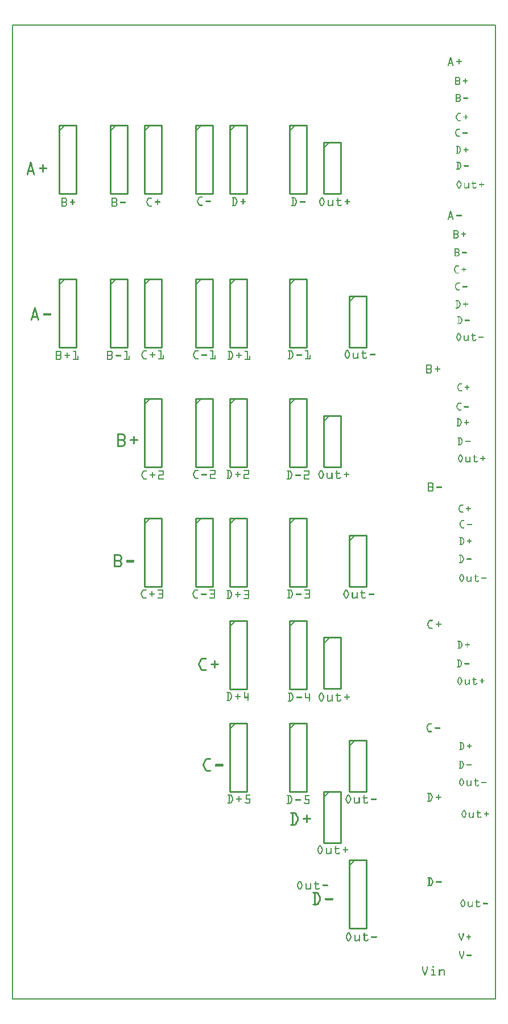
<source format=gto>
G04 MADE WITH FRITZING*
G04 WWW.FRITZING.ORG*
G04 SINGLE SIDED*
G04 HOLES NOT PLATED*
G04 CONTOUR ON CENTER OF CONTOUR VECTOR*
%ASAXBY*%
%FSLAX23Y23*%
%MOIN*%
%OFA0B0*%
%SFA1.0B1.0*%
%ADD10R,2.837030X5.706580X2.821030X5.690580*%
%ADD11C,0.008000*%
%ADD12C,0.010000*%
%ADD13C,0.005000*%
%ADD14R,0.001000X0.001000*%
%LNSILK1*%
G90*
G70*
G54D11*
X4Y5703D02*
X2833Y5703D01*
X2833Y4D01*
X4Y4D01*
X4Y5703D01*
D02*
G54D12*
X1825Y5018D02*
X1825Y4718D01*
D02*
X1825Y4718D02*
X1925Y4718D01*
D02*
X1925Y4718D02*
X1925Y5018D01*
D02*
X1925Y5018D02*
X1825Y5018D01*
G54D13*
D02*
X1825Y4983D02*
X1860Y5018D01*
G54D12*
D02*
X1625Y5118D02*
X1625Y4718D01*
D02*
X1625Y4718D02*
X1725Y4718D01*
D02*
X1725Y4718D02*
X1725Y5118D01*
D02*
X1725Y5118D02*
X1625Y5118D01*
G54D13*
D02*
X1625Y5083D02*
X1660Y5118D01*
G54D12*
D02*
X1275Y5118D02*
X1275Y4718D01*
D02*
X1275Y4718D02*
X1375Y4718D01*
D02*
X1375Y4718D02*
X1375Y5118D01*
D02*
X1375Y5118D02*
X1275Y5118D01*
G54D13*
D02*
X1275Y5083D02*
X1310Y5118D01*
G54D12*
D02*
X1075Y5118D02*
X1075Y4718D01*
D02*
X1075Y4718D02*
X1175Y4718D01*
D02*
X1175Y4718D02*
X1175Y5118D01*
D02*
X1175Y5118D02*
X1075Y5118D01*
G54D13*
D02*
X1075Y5083D02*
X1110Y5118D01*
G54D12*
D02*
X775Y5118D02*
X775Y4718D01*
D02*
X775Y4718D02*
X875Y4718D01*
D02*
X875Y4718D02*
X875Y5118D01*
D02*
X875Y5118D02*
X775Y5118D01*
G54D13*
D02*
X775Y5083D02*
X810Y5118D01*
G54D12*
D02*
X575Y5118D02*
X575Y4718D01*
D02*
X575Y4718D02*
X675Y4718D01*
D02*
X675Y4718D02*
X675Y5118D01*
D02*
X675Y5118D02*
X575Y5118D01*
G54D13*
D02*
X575Y5083D02*
X610Y5118D01*
G54D12*
D02*
X275Y5118D02*
X275Y4718D01*
D02*
X275Y4718D02*
X375Y4718D01*
D02*
X375Y4718D02*
X375Y5118D01*
D02*
X375Y5118D02*
X275Y5118D01*
G54D13*
D02*
X275Y5083D02*
X310Y5118D01*
G54D12*
D02*
X275Y4218D02*
X275Y3818D01*
D02*
X275Y3818D02*
X375Y3818D01*
D02*
X375Y3818D02*
X375Y4218D01*
D02*
X375Y4218D02*
X275Y4218D01*
G54D13*
D02*
X275Y4183D02*
X310Y4218D01*
G54D12*
D02*
X575Y4218D02*
X575Y3818D01*
D02*
X575Y3818D02*
X675Y3818D01*
D02*
X675Y3818D02*
X675Y4218D01*
D02*
X675Y4218D02*
X575Y4218D01*
G54D13*
D02*
X575Y4183D02*
X610Y4218D01*
G54D12*
D02*
X775Y4218D02*
X775Y3818D01*
D02*
X775Y3818D02*
X875Y3818D01*
D02*
X875Y3818D02*
X875Y4218D01*
D02*
X875Y4218D02*
X775Y4218D01*
G54D13*
D02*
X775Y4183D02*
X810Y4218D01*
G54D12*
D02*
X1075Y4218D02*
X1075Y3818D01*
D02*
X1075Y3818D02*
X1175Y3818D01*
D02*
X1175Y3818D02*
X1175Y4218D01*
D02*
X1175Y4218D02*
X1075Y4218D01*
G54D13*
D02*
X1075Y4183D02*
X1110Y4218D01*
G54D12*
D02*
X1625Y4218D02*
X1625Y3818D01*
D02*
X1625Y3818D02*
X1725Y3818D01*
D02*
X1725Y3818D02*
X1725Y4218D01*
D02*
X1725Y4218D02*
X1625Y4218D01*
G54D13*
D02*
X1625Y4183D02*
X1660Y4218D01*
G54D12*
D02*
X1975Y4118D02*
X1975Y3818D01*
D02*
X1975Y3818D02*
X2075Y3818D01*
D02*
X2075Y3818D02*
X2075Y4118D01*
D02*
X2075Y4118D02*
X1975Y4118D01*
G54D13*
D02*
X1975Y4083D02*
X2010Y4118D01*
G54D12*
D02*
X1275Y4218D02*
X1275Y3818D01*
D02*
X1275Y3818D02*
X1375Y3818D01*
D02*
X1375Y3818D02*
X1375Y4218D01*
D02*
X1375Y4218D02*
X1275Y4218D01*
G54D13*
D02*
X1275Y4183D02*
X1310Y4218D01*
G54D12*
D02*
X775Y3518D02*
X775Y3118D01*
D02*
X775Y3118D02*
X875Y3118D01*
D02*
X875Y3118D02*
X875Y3518D01*
D02*
X875Y3518D02*
X775Y3518D01*
G54D13*
D02*
X775Y3483D02*
X810Y3518D01*
G54D12*
D02*
X1075Y3518D02*
X1075Y3118D01*
D02*
X1075Y3118D02*
X1175Y3118D01*
D02*
X1175Y3118D02*
X1175Y3518D01*
D02*
X1175Y3518D02*
X1075Y3518D01*
G54D13*
D02*
X1075Y3483D02*
X1110Y3518D01*
G54D12*
D02*
X1275Y3518D02*
X1275Y3118D01*
D02*
X1275Y3118D02*
X1375Y3118D01*
D02*
X1375Y3118D02*
X1375Y3518D01*
D02*
X1375Y3518D02*
X1275Y3518D01*
G54D13*
D02*
X1275Y3483D02*
X1310Y3518D01*
G54D12*
D02*
X1625Y3518D02*
X1625Y3118D01*
D02*
X1625Y3118D02*
X1725Y3118D01*
D02*
X1725Y3118D02*
X1725Y3518D01*
D02*
X1725Y3518D02*
X1625Y3518D01*
G54D13*
D02*
X1625Y3483D02*
X1660Y3518D01*
G54D12*
D02*
X1825Y3418D02*
X1825Y3118D01*
D02*
X1825Y3118D02*
X1925Y3118D01*
D02*
X1925Y3118D02*
X1925Y3418D01*
D02*
X1925Y3418D02*
X1825Y3418D01*
G54D13*
D02*
X1825Y3383D02*
X1860Y3418D01*
G54D12*
D02*
X1975Y2718D02*
X1975Y2418D01*
D02*
X1975Y2418D02*
X2075Y2418D01*
D02*
X2075Y2418D02*
X2075Y2718D01*
D02*
X2075Y2718D02*
X1975Y2718D01*
G54D13*
D02*
X1975Y2683D02*
X2010Y2718D01*
G54D12*
D02*
X1625Y2818D02*
X1625Y2418D01*
D02*
X1625Y2418D02*
X1725Y2418D01*
D02*
X1725Y2418D02*
X1725Y2818D01*
D02*
X1725Y2818D02*
X1625Y2818D01*
G54D13*
D02*
X1625Y2783D02*
X1660Y2818D01*
G54D12*
D02*
X1275Y2818D02*
X1275Y2418D01*
D02*
X1275Y2418D02*
X1375Y2418D01*
D02*
X1375Y2418D02*
X1375Y2818D01*
D02*
X1375Y2818D02*
X1275Y2818D01*
G54D13*
D02*
X1275Y2783D02*
X1310Y2818D01*
G54D12*
D02*
X1075Y2818D02*
X1075Y2418D01*
D02*
X1075Y2418D02*
X1175Y2418D01*
D02*
X1175Y2418D02*
X1175Y2818D01*
D02*
X1175Y2818D02*
X1075Y2818D01*
G54D13*
D02*
X1075Y2783D02*
X1110Y2818D01*
G54D12*
D02*
X775Y2818D02*
X775Y2418D01*
D02*
X775Y2418D02*
X875Y2418D01*
D02*
X875Y2418D02*
X875Y2818D01*
D02*
X875Y2818D02*
X775Y2818D01*
G54D13*
D02*
X775Y2783D02*
X810Y2818D01*
G54D12*
D02*
X1275Y2218D02*
X1275Y1818D01*
D02*
X1275Y1818D02*
X1375Y1818D01*
D02*
X1375Y1818D02*
X1375Y2218D01*
D02*
X1375Y2218D02*
X1275Y2218D01*
G54D13*
D02*
X1275Y2183D02*
X1310Y2218D01*
G54D12*
D02*
X1625Y2218D02*
X1625Y1818D01*
D02*
X1625Y1818D02*
X1725Y1818D01*
D02*
X1725Y1818D02*
X1725Y2218D01*
D02*
X1725Y2218D02*
X1625Y2218D01*
G54D13*
D02*
X1625Y2183D02*
X1660Y2218D01*
G54D12*
D02*
X1826Y2119D02*
X1826Y1819D01*
D02*
X1826Y1819D02*
X1926Y1819D01*
D02*
X1926Y1819D02*
X1926Y2119D01*
D02*
X1926Y2119D02*
X1826Y2119D01*
G54D13*
D02*
X1826Y2084D02*
X1861Y2119D01*
G54D12*
D02*
X1975Y1518D02*
X1975Y1218D01*
D02*
X1975Y1218D02*
X2075Y1218D01*
D02*
X2075Y1218D02*
X2075Y1518D01*
D02*
X2075Y1518D02*
X1975Y1518D01*
G54D13*
D02*
X1975Y1483D02*
X2010Y1518D01*
G54D12*
D02*
X1625Y1618D02*
X1625Y1218D01*
D02*
X1625Y1218D02*
X1725Y1218D01*
D02*
X1725Y1218D02*
X1725Y1618D01*
D02*
X1725Y1618D02*
X1625Y1618D01*
G54D13*
D02*
X1625Y1583D02*
X1660Y1618D01*
G54D12*
D02*
X1275Y1618D02*
X1275Y1218D01*
D02*
X1275Y1218D02*
X1375Y1218D01*
D02*
X1375Y1218D02*
X1375Y1618D01*
D02*
X1375Y1618D02*
X1275Y1618D01*
G54D13*
D02*
X1275Y1583D02*
X1310Y1618D01*
G54D12*
D02*
X1825Y1218D02*
X1825Y918D01*
D02*
X1825Y918D02*
X1925Y918D01*
D02*
X1925Y918D02*
X1925Y1218D01*
D02*
X1925Y1218D02*
X1825Y1218D01*
G54D13*
D02*
X1825Y1183D02*
X1860Y1218D01*
G54D12*
D02*
X1975Y818D02*
X1975Y418D01*
D02*
X1975Y418D02*
X2075Y418D01*
D02*
X2075Y418D02*
X2075Y818D01*
D02*
X2075Y818D02*
X1975Y818D01*
G54D13*
D02*
X1975Y783D02*
X2010Y818D01*
G54D14*
X2568Y5518D02*
X2570Y5518D01*
X2567Y5517D02*
X2572Y5517D01*
X2567Y5516D02*
X2572Y5516D01*
X2566Y5515D02*
X2572Y5515D01*
X2566Y5514D02*
X2573Y5514D01*
X2566Y5513D02*
X2573Y5513D01*
X2565Y5512D02*
X2573Y5512D01*
X2565Y5511D02*
X2574Y5511D01*
X2565Y5510D02*
X2574Y5510D01*
X2564Y5509D02*
X2574Y5509D01*
X2564Y5508D02*
X2574Y5508D01*
X2618Y5508D02*
X2621Y5508D01*
X2564Y5507D02*
X2575Y5507D01*
X2617Y5507D02*
X2621Y5507D01*
X2564Y5506D02*
X2575Y5506D01*
X2616Y5506D02*
X2622Y5506D01*
X2563Y5505D02*
X2575Y5505D01*
X2616Y5505D02*
X2622Y5505D01*
X2563Y5504D02*
X2576Y5504D01*
X2616Y5504D02*
X2622Y5504D01*
X2563Y5503D02*
X2576Y5503D01*
X2616Y5503D02*
X2622Y5503D01*
X2562Y5502D02*
X2576Y5502D01*
X2616Y5502D02*
X2622Y5502D01*
X2562Y5501D02*
X2568Y5501D01*
X2570Y5501D02*
X2577Y5501D01*
X2616Y5501D02*
X2622Y5501D01*
X2562Y5500D02*
X2568Y5500D01*
X2571Y5500D02*
X2577Y5500D01*
X2616Y5500D02*
X2622Y5500D01*
X2562Y5499D02*
X2568Y5499D01*
X2571Y5499D02*
X2577Y5499D01*
X2616Y5499D02*
X2622Y5499D01*
X2561Y5498D02*
X2567Y5498D01*
X2571Y5498D02*
X2577Y5498D01*
X2616Y5498D02*
X2622Y5498D01*
X2561Y5497D02*
X2567Y5497D01*
X2571Y5497D02*
X2578Y5497D01*
X2616Y5497D02*
X2622Y5497D01*
X2561Y5496D02*
X2567Y5496D01*
X2572Y5496D02*
X2578Y5496D01*
X2616Y5496D02*
X2622Y5496D01*
X2560Y5495D02*
X2567Y5495D01*
X2572Y5495D02*
X2578Y5495D01*
X2605Y5495D02*
X2633Y5495D01*
X2560Y5494D02*
X2566Y5494D01*
X2572Y5494D02*
X2579Y5494D01*
X2603Y5494D02*
X2635Y5494D01*
X2560Y5493D02*
X2566Y5493D01*
X2573Y5493D02*
X2579Y5493D01*
X2603Y5493D02*
X2635Y5493D01*
X2559Y5492D02*
X2566Y5492D01*
X2573Y5492D02*
X2579Y5492D01*
X2603Y5492D02*
X2636Y5492D01*
X2559Y5491D02*
X2565Y5491D01*
X2573Y5491D02*
X2579Y5491D01*
X2603Y5491D02*
X2636Y5491D01*
X2559Y5490D02*
X2565Y5490D01*
X2573Y5490D02*
X2580Y5490D01*
X2603Y5490D02*
X2635Y5490D01*
X2559Y5489D02*
X2565Y5489D01*
X2574Y5489D02*
X2580Y5489D01*
X2604Y5489D02*
X2634Y5489D01*
X2558Y5488D02*
X2565Y5488D01*
X2574Y5488D02*
X2580Y5488D01*
X2616Y5488D02*
X2622Y5488D01*
X2558Y5487D02*
X2564Y5487D01*
X2574Y5487D02*
X2581Y5487D01*
X2616Y5487D02*
X2622Y5487D01*
X2558Y5486D02*
X2564Y5486D01*
X2575Y5486D02*
X2581Y5486D01*
X2616Y5486D02*
X2622Y5486D01*
X2557Y5485D02*
X2564Y5485D01*
X2575Y5485D02*
X2581Y5485D01*
X2616Y5485D02*
X2622Y5485D01*
X2557Y5484D02*
X2563Y5484D01*
X2575Y5484D02*
X2581Y5484D01*
X2616Y5484D02*
X2622Y5484D01*
X2557Y5483D02*
X2582Y5483D01*
X2616Y5483D02*
X2622Y5483D01*
X2557Y5482D02*
X2582Y5482D01*
X2616Y5482D02*
X2622Y5482D01*
X2556Y5481D02*
X2582Y5481D01*
X2616Y5481D02*
X2622Y5481D01*
X2556Y5480D02*
X2583Y5480D01*
X2616Y5480D02*
X2622Y5480D01*
X2556Y5479D02*
X2583Y5479D01*
X2616Y5479D02*
X2622Y5479D01*
X2555Y5478D02*
X2583Y5478D01*
X2616Y5478D02*
X2622Y5478D01*
X2555Y5477D02*
X2584Y5477D01*
X2616Y5477D02*
X2622Y5477D01*
X2555Y5476D02*
X2561Y5476D01*
X2578Y5476D02*
X2584Y5476D01*
X2617Y5476D02*
X2621Y5476D01*
X2555Y5475D02*
X2561Y5475D01*
X2578Y5475D02*
X2584Y5475D01*
X2618Y5475D02*
X2620Y5475D01*
X2554Y5474D02*
X2560Y5474D01*
X2578Y5474D02*
X2584Y5474D01*
X2554Y5473D02*
X2560Y5473D01*
X2579Y5473D02*
X2585Y5473D01*
X2554Y5472D02*
X2560Y5472D01*
X2579Y5472D02*
X2585Y5472D01*
X2553Y5471D02*
X2560Y5471D01*
X2579Y5471D02*
X2585Y5471D01*
X2553Y5470D02*
X2559Y5470D01*
X2579Y5470D02*
X2586Y5470D01*
X2553Y5469D02*
X2559Y5469D01*
X2580Y5469D02*
X2586Y5469D01*
X2553Y5468D02*
X2559Y5468D01*
X2580Y5468D02*
X2586Y5468D01*
X2553Y5467D02*
X2558Y5467D01*
X2580Y5467D02*
X2586Y5467D01*
X2554Y5466D02*
X2558Y5466D01*
X2581Y5466D02*
X2585Y5466D01*
X2555Y5465D02*
X2556Y5465D01*
X2582Y5465D02*
X2583Y5465D01*
X2597Y5400D02*
X2616Y5400D01*
X2597Y5399D02*
X2619Y5399D01*
X2597Y5398D02*
X2621Y5398D01*
X2597Y5397D02*
X2622Y5397D01*
X2597Y5396D02*
X2623Y5396D01*
X2597Y5395D02*
X2624Y5395D01*
X2597Y5394D02*
X2602Y5394D01*
X2616Y5394D02*
X2624Y5394D01*
X2597Y5393D02*
X2602Y5393D01*
X2618Y5393D02*
X2625Y5393D01*
X2597Y5392D02*
X2602Y5392D01*
X2619Y5392D02*
X2625Y5392D01*
X2597Y5391D02*
X2602Y5391D01*
X2620Y5391D02*
X2626Y5391D01*
X2654Y5391D02*
X2657Y5391D01*
X2597Y5390D02*
X2602Y5390D01*
X2621Y5390D02*
X2626Y5390D01*
X2653Y5390D02*
X2657Y5390D01*
X2597Y5389D02*
X2602Y5389D01*
X2621Y5389D02*
X2626Y5389D01*
X2653Y5389D02*
X2658Y5389D01*
X2597Y5388D02*
X2602Y5388D01*
X2621Y5388D02*
X2626Y5388D01*
X2653Y5388D02*
X2658Y5388D01*
X2597Y5387D02*
X2602Y5387D01*
X2621Y5387D02*
X2626Y5387D01*
X2653Y5387D02*
X2658Y5387D01*
X2597Y5386D02*
X2602Y5386D01*
X2621Y5386D02*
X2626Y5386D01*
X2653Y5386D02*
X2658Y5386D01*
X2597Y5385D02*
X2602Y5385D01*
X2621Y5385D02*
X2626Y5385D01*
X2653Y5385D02*
X2658Y5385D01*
X2597Y5384D02*
X2602Y5384D01*
X2621Y5384D02*
X2626Y5384D01*
X2653Y5384D02*
X2658Y5384D01*
X2597Y5383D02*
X2602Y5383D01*
X2620Y5383D02*
X2626Y5383D01*
X2653Y5383D02*
X2658Y5383D01*
X2597Y5382D02*
X2602Y5382D01*
X2619Y5382D02*
X2625Y5382D01*
X2653Y5382D02*
X2658Y5382D01*
X2597Y5381D02*
X2602Y5381D01*
X2618Y5381D02*
X2625Y5381D01*
X2653Y5381D02*
X2658Y5381D01*
X2597Y5380D02*
X2602Y5380D01*
X2617Y5380D02*
X2625Y5380D01*
X2653Y5380D02*
X2658Y5380D01*
X2597Y5379D02*
X2624Y5379D01*
X2642Y5379D02*
X2669Y5379D01*
X2597Y5378D02*
X2623Y5378D01*
X2641Y5378D02*
X2669Y5378D01*
X2597Y5377D02*
X2622Y5377D01*
X2641Y5377D02*
X2670Y5377D01*
X2597Y5376D02*
X2622Y5376D01*
X2641Y5376D02*
X2670Y5376D01*
X2597Y5375D02*
X2623Y5375D01*
X2641Y5375D02*
X2669Y5375D01*
X2597Y5374D02*
X2624Y5374D01*
X2642Y5374D02*
X2668Y5374D01*
X2597Y5373D02*
X2602Y5373D01*
X2617Y5373D02*
X2625Y5373D01*
X2653Y5373D02*
X2658Y5373D01*
X2597Y5372D02*
X2602Y5372D01*
X2619Y5372D02*
X2625Y5372D01*
X2653Y5372D02*
X2658Y5372D01*
X2597Y5371D02*
X2602Y5371D01*
X2620Y5371D02*
X2625Y5371D01*
X2653Y5371D02*
X2658Y5371D01*
X2597Y5370D02*
X2602Y5370D01*
X2620Y5370D02*
X2626Y5370D01*
X2653Y5370D02*
X2658Y5370D01*
X2597Y5369D02*
X2602Y5369D01*
X2621Y5369D02*
X2626Y5369D01*
X2653Y5369D02*
X2658Y5369D01*
X2597Y5368D02*
X2602Y5368D01*
X2621Y5368D02*
X2626Y5368D01*
X2653Y5368D02*
X2658Y5368D01*
X2597Y5367D02*
X2602Y5367D01*
X2621Y5367D02*
X2626Y5367D01*
X2653Y5367D02*
X2658Y5367D01*
X2597Y5366D02*
X2602Y5366D01*
X2621Y5366D02*
X2626Y5366D01*
X2653Y5366D02*
X2658Y5366D01*
X2597Y5365D02*
X2602Y5365D01*
X2621Y5365D02*
X2626Y5365D01*
X2653Y5365D02*
X2658Y5365D01*
X2597Y5364D02*
X2602Y5364D01*
X2621Y5364D02*
X2626Y5364D01*
X2653Y5364D02*
X2658Y5364D01*
X2597Y5363D02*
X2602Y5363D01*
X2620Y5363D02*
X2626Y5363D01*
X2653Y5363D02*
X2657Y5363D01*
X2597Y5362D02*
X2602Y5362D01*
X2620Y5362D02*
X2626Y5362D01*
X2654Y5362D02*
X2656Y5362D01*
X2597Y5361D02*
X2602Y5361D01*
X2619Y5361D02*
X2625Y5361D01*
X2597Y5360D02*
X2602Y5360D01*
X2618Y5360D02*
X2625Y5360D01*
X2597Y5359D02*
X2624Y5359D01*
X2597Y5358D02*
X2624Y5358D01*
X2597Y5357D02*
X2623Y5357D01*
X2597Y5356D02*
X2622Y5356D01*
X2597Y5355D02*
X2620Y5355D01*
X2597Y5354D02*
X2619Y5354D01*
X2597Y5353D02*
X2614Y5353D01*
X2599Y5301D02*
X2617Y5301D01*
X2599Y5300D02*
X2621Y5300D01*
X2599Y5299D02*
X2623Y5299D01*
X2599Y5298D02*
X2624Y5298D01*
X2599Y5297D02*
X2625Y5297D01*
X2599Y5296D02*
X2626Y5296D01*
X2599Y5295D02*
X2626Y5295D01*
X2599Y5294D02*
X2604Y5294D01*
X2620Y5294D02*
X2627Y5294D01*
X2599Y5293D02*
X2604Y5293D01*
X2621Y5293D02*
X2627Y5293D01*
X2599Y5292D02*
X2604Y5292D01*
X2622Y5292D02*
X2628Y5292D01*
X2599Y5291D02*
X2604Y5291D01*
X2623Y5291D02*
X2628Y5291D01*
X2599Y5290D02*
X2604Y5290D01*
X2623Y5290D02*
X2628Y5290D01*
X2599Y5289D02*
X2604Y5289D01*
X2623Y5289D02*
X2628Y5289D01*
X2599Y5288D02*
X2604Y5288D01*
X2623Y5288D02*
X2628Y5288D01*
X2599Y5287D02*
X2604Y5287D01*
X2623Y5287D02*
X2628Y5287D01*
X2599Y5286D02*
X2604Y5286D01*
X2623Y5286D02*
X2628Y5286D01*
X2599Y5285D02*
X2604Y5285D01*
X2623Y5285D02*
X2628Y5285D01*
X2599Y5284D02*
X2604Y5284D01*
X2622Y5284D02*
X2628Y5284D01*
X2599Y5283D02*
X2604Y5283D01*
X2622Y5283D02*
X2628Y5283D01*
X2599Y5282D02*
X2604Y5282D01*
X2621Y5282D02*
X2627Y5282D01*
X2599Y5281D02*
X2604Y5281D01*
X2619Y5281D02*
X2627Y5281D01*
X2599Y5280D02*
X2626Y5280D01*
X2644Y5280D02*
X2671Y5280D01*
X2599Y5279D02*
X2625Y5279D01*
X2643Y5279D02*
X2672Y5279D01*
X2599Y5278D02*
X2624Y5278D01*
X2643Y5278D02*
X2672Y5278D01*
X2599Y5277D02*
X2624Y5277D01*
X2643Y5277D02*
X2672Y5277D01*
X2599Y5276D02*
X2625Y5276D01*
X2643Y5276D02*
X2672Y5276D01*
X2599Y5275D02*
X2626Y5275D01*
X2643Y5275D02*
X2672Y5275D01*
X2599Y5274D02*
X2604Y5274D01*
X2619Y5274D02*
X2627Y5274D01*
X2643Y5274D02*
X2672Y5274D01*
X2599Y5273D02*
X2604Y5273D01*
X2621Y5273D02*
X2627Y5273D01*
X2644Y5273D02*
X2671Y5273D01*
X2599Y5272D02*
X2604Y5272D01*
X2622Y5272D02*
X2628Y5272D01*
X2645Y5272D02*
X2670Y5272D01*
X2599Y5271D02*
X2604Y5271D01*
X2622Y5271D02*
X2628Y5271D01*
X2599Y5270D02*
X2604Y5270D01*
X2623Y5270D02*
X2628Y5270D01*
X2599Y5269D02*
X2604Y5269D01*
X2623Y5269D02*
X2628Y5269D01*
X2599Y5268D02*
X2604Y5268D01*
X2623Y5268D02*
X2628Y5268D01*
X2599Y5267D02*
X2604Y5267D01*
X2623Y5267D02*
X2628Y5267D01*
X2599Y5266D02*
X2604Y5266D01*
X2623Y5266D02*
X2628Y5266D01*
X2599Y5265D02*
X2604Y5265D01*
X2623Y5265D02*
X2628Y5265D01*
X2599Y5264D02*
X2604Y5264D01*
X2623Y5264D02*
X2628Y5264D01*
X2599Y5263D02*
X2604Y5263D01*
X2622Y5263D02*
X2628Y5263D01*
X2599Y5262D02*
X2604Y5262D01*
X2621Y5262D02*
X2627Y5262D01*
X2599Y5261D02*
X2604Y5261D01*
X2620Y5261D02*
X2627Y5261D01*
X2599Y5260D02*
X2605Y5260D01*
X2617Y5260D02*
X2626Y5260D01*
X2599Y5259D02*
X2626Y5259D01*
X2599Y5258D02*
X2625Y5258D01*
X2599Y5257D02*
X2624Y5257D01*
X2599Y5256D02*
X2623Y5256D01*
X2599Y5255D02*
X2621Y5255D01*
X2599Y5254D02*
X2617Y5254D01*
X2614Y5189D02*
X2627Y5189D01*
X2611Y5188D02*
X2628Y5188D01*
X2610Y5187D02*
X2629Y5187D01*
X2609Y5186D02*
X2629Y5186D01*
X2608Y5185D02*
X2629Y5185D01*
X2607Y5184D02*
X2628Y5184D01*
X2607Y5183D02*
X2614Y5183D01*
X2606Y5182D02*
X2612Y5182D01*
X2606Y5181D02*
X2612Y5181D01*
X2605Y5180D02*
X2611Y5180D01*
X2657Y5180D02*
X2659Y5180D01*
X2605Y5179D02*
X2611Y5179D01*
X2656Y5179D02*
X2660Y5179D01*
X2604Y5178D02*
X2610Y5178D01*
X2656Y5178D02*
X2661Y5178D01*
X2604Y5177D02*
X2610Y5177D01*
X2655Y5177D02*
X2661Y5177D01*
X2603Y5176D02*
X2609Y5176D01*
X2655Y5176D02*
X2661Y5176D01*
X2603Y5175D02*
X2609Y5175D01*
X2655Y5175D02*
X2661Y5175D01*
X2602Y5174D02*
X2608Y5174D01*
X2655Y5174D02*
X2661Y5174D01*
X2602Y5173D02*
X2608Y5173D01*
X2655Y5173D02*
X2661Y5173D01*
X2601Y5172D02*
X2607Y5172D01*
X2655Y5172D02*
X2661Y5172D01*
X2601Y5171D02*
X2607Y5171D01*
X2655Y5171D02*
X2661Y5171D01*
X2601Y5170D02*
X2606Y5170D01*
X2655Y5170D02*
X2661Y5170D01*
X2600Y5169D02*
X2606Y5169D01*
X2655Y5169D02*
X2661Y5169D01*
X2600Y5168D02*
X2605Y5168D01*
X2645Y5168D02*
X2671Y5168D01*
X2600Y5167D02*
X2605Y5167D01*
X2644Y5167D02*
X2672Y5167D01*
X2600Y5166D02*
X2605Y5166D01*
X2644Y5166D02*
X2673Y5166D01*
X2600Y5165D02*
X2605Y5165D01*
X2644Y5165D02*
X2673Y5165D01*
X2600Y5164D02*
X2605Y5164D01*
X2644Y5164D02*
X2672Y5164D01*
X2600Y5163D02*
X2605Y5163D01*
X2645Y5163D02*
X2671Y5163D01*
X2600Y5162D02*
X2606Y5162D01*
X2655Y5162D02*
X2661Y5162D01*
X2601Y5161D02*
X2606Y5161D01*
X2655Y5161D02*
X2661Y5161D01*
X2601Y5160D02*
X2607Y5160D01*
X2655Y5160D02*
X2661Y5160D01*
X2601Y5159D02*
X2607Y5159D01*
X2655Y5159D02*
X2661Y5159D01*
X2602Y5158D02*
X2608Y5158D01*
X2655Y5158D02*
X2661Y5158D01*
X2602Y5157D02*
X2608Y5157D01*
X2655Y5157D02*
X2661Y5157D01*
X2603Y5156D02*
X2609Y5156D01*
X2655Y5156D02*
X2661Y5156D01*
X2603Y5155D02*
X2609Y5155D01*
X2655Y5155D02*
X2661Y5155D01*
X2604Y5154D02*
X2610Y5154D01*
X2655Y5154D02*
X2661Y5154D01*
X2604Y5153D02*
X2610Y5153D01*
X2656Y5153D02*
X2661Y5153D01*
X2605Y5152D02*
X2611Y5152D01*
X2656Y5152D02*
X2660Y5152D01*
X2605Y5151D02*
X2611Y5151D01*
X2657Y5151D02*
X2659Y5151D01*
X2606Y5150D02*
X2612Y5150D01*
X2606Y5149D02*
X2612Y5149D01*
X2607Y5148D02*
X2626Y5148D01*
X2607Y5147D02*
X2628Y5147D01*
X2608Y5146D02*
X2629Y5146D01*
X2609Y5145D02*
X2629Y5145D01*
X2610Y5144D02*
X2629Y5144D01*
X2611Y5143D02*
X2628Y5143D01*
X2615Y5142D02*
X2626Y5142D01*
X2608Y5097D02*
X2623Y5097D01*
X2606Y5096D02*
X2624Y5096D01*
X2605Y5095D02*
X2624Y5095D01*
X2604Y5094D02*
X2624Y5094D01*
X2603Y5093D02*
X2624Y5093D01*
X2603Y5092D02*
X2623Y5092D01*
X2602Y5091D02*
X2608Y5091D01*
X2602Y5090D02*
X2608Y5090D01*
X2601Y5089D02*
X2607Y5089D01*
X2601Y5088D02*
X2607Y5088D01*
X2600Y5087D02*
X2606Y5087D01*
X2600Y5086D02*
X2606Y5086D01*
X2599Y5085D02*
X2605Y5085D01*
X2599Y5084D02*
X2605Y5084D01*
X2598Y5083D02*
X2604Y5083D01*
X2598Y5082D02*
X2603Y5082D01*
X2597Y5081D02*
X2603Y5081D01*
X2597Y5080D02*
X2602Y5080D01*
X2596Y5079D02*
X2602Y5079D01*
X2596Y5078D02*
X2601Y5078D01*
X2596Y5077D02*
X2601Y5077D01*
X2641Y5077D02*
X2666Y5077D01*
X2596Y5076D02*
X2601Y5076D01*
X2640Y5076D02*
X2668Y5076D01*
X2595Y5075D02*
X2601Y5075D01*
X2639Y5075D02*
X2668Y5075D01*
X2595Y5074D02*
X2601Y5074D01*
X2639Y5074D02*
X2668Y5074D01*
X2595Y5073D02*
X2601Y5073D01*
X2639Y5073D02*
X2668Y5073D01*
X2596Y5072D02*
X2601Y5072D01*
X2639Y5072D02*
X2668Y5072D01*
X2596Y5071D02*
X2601Y5071D01*
X2639Y5071D02*
X2668Y5071D01*
X2596Y5070D02*
X2602Y5070D01*
X2640Y5070D02*
X2668Y5070D01*
X2596Y5069D02*
X2602Y5069D01*
X2640Y5069D02*
X2667Y5069D01*
X2597Y5068D02*
X2603Y5068D01*
X2597Y5067D02*
X2603Y5067D01*
X2598Y5066D02*
X2604Y5066D01*
X2598Y5065D02*
X2604Y5065D01*
X2599Y5064D02*
X2605Y5064D01*
X2599Y5063D02*
X2605Y5063D01*
X2600Y5062D02*
X2606Y5062D01*
X2600Y5061D02*
X2606Y5061D01*
X2601Y5060D02*
X2607Y5060D01*
X2601Y5059D02*
X2607Y5059D01*
X2602Y5058D02*
X2608Y5058D01*
X2602Y5057D02*
X2609Y5057D01*
X2603Y5056D02*
X2623Y5056D01*
X2603Y5055D02*
X2624Y5055D01*
X2604Y5054D02*
X2624Y5054D01*
X2605Y5053D02*
X2624Y5053D01*
X2606Y5052D02*
X2624Y5052D01*
X2608Y5051D02*
X2623Y5051D01*
X2602Y4996D02*
X2618Y4996D01*
X2601Y4995D02*
X2620Y4995D01*
X2601Y4994D02*
X2621Y4994D01*
X2601Y4993D02*
X2622Y4993D01*
X2602Y4992D02*
X2622Y4992D01*
X2603Y4991D02*
X2623Y4991D01*
X2607Y4990D02*
X2612Y4990D01*
X2617Y4990D02*
X2623Y4990D01*
X2607Y4989D02*
X2612Y4989D01*
X2618Y4989D02*
X2624Y4989D01*
X2607Y4988D02*
X2612Y4988D01*
X2619Y4988D02*
X2624Y4988D01*
X2658Y4988D02*
X2660Y4988D01*
X2607Y4987D02*
X2612Y4987D01*
X2619Y4987D02*
X2625Y4987D01*
X2657Y4987D02*
X2661Y4987D01*
X2607Y4986D02*
X2612Y4986D01*
X2620Y4986D02*
X2625Y4986D01*
X2657Y4986D02*
X2662Y4986D01*
X2607Y4985D02*
X2612Y4985D01*
X2620Y4985D02*
X2626Y4985D01*
X2657Y4985D02*
X2662Y4985D01*
X2607Y4984D02*
X2612Y4984D01*
X2621Y4984D02*
X2626Y4984D01*
X2657Y4984D02*
X2662Y4984D01*
X2607Y4983D02*
X2612Y4983D01*
X2621Y4983D02*
X2627Y4983D01*
X2657Y4983D02*
X2662Y4983D01*
X2607Y4982D02*
X2612Y4982D01*
X2622Y4982D02*
X2627Y4982D01*
X2657Y4982D02*
X2662Y4982D01*
X2607Y4981D02*
X2612Y4981D01*
X2622Y4981D02*
X2628Y4981D01*
X2657Y4981D02*
X2662Y4981D01*
X2607Y4980D02*
X2612Y4980D01*
X2623Y4980D02*
X2628Y4980D01*
X2657Y4980D02*
X2662Y4980D01*
X2607Y4979D02*
X2612Y4979D01*
X2623Y4979D02*
X2629Y4979D01*
X2657Y4979D02*
X2662Y4979D01*
X2607Y4978D02*
X2612Y4978D01*
X2624Y4978D02*
X2629Y4978D01*
X2657Y4978D02*
X2662Y4978D01*
X2607Y4977D02*
X2612Y4977D01*
X2624Y4977D02*
X2630Y4977D01*
X2657Y4977D02*
X2662Y4977D01*
X2607Y4976D02*
X2612Y4976D01*
X2624Y4976D02*
X2630Y4976D01*
X2646Y4976D02*
X2672Y4976D01*
X2607Y4975D02*
X2612Y4975D01*
X2625Y4975D02*
X2630Y4975D01*
X2645Y4975D02*
X2673Y4975D01*
X2607Y4974D02*
X2612Y4974D01*
X2625Y4974D02*
X2630Y4974D01*
X2645Y4974D02*
X2674Y4974D01*
X2607Y4973D02*
X2612Y4973D01*
X2625Y4973D02*
X2630Y4973D01*
X2645Y4973D02*
X2674Y4973D01*
X2607Y4972D02*
X2612Y4972D01*
X2625Y4972D02*
X2630Y4972D01*
X2646Y4972D02*
X2674Y4972D01*
X2607Y4971D02*
X2612Y4971D01*
X2625Y4971D02*
X2630Y4971D01*
X2646Y4971D02*
X2673Y4971D01*
X2607Y4970D02*
X2612Y4970D01*
X2624Y4970D02*
X2630Y4970D01*
X2657Y4970D02*
X2662Y4970D01*
X2607Y4969D02*
X2612Y4969D01*
X2624Y4969D02*
X2629Y4969D01*
X2657Y4969D02*
X2662Y4969D01*
X2607Y4968D02*
X2612Y4968D01*
X2623Y4968D02*
X2629Y4968D01*
X2657Y4968D02*
X2662Y4968D01*
X2607Y4967D02*
X2612Y4967D01*
X2623Y4967D02*
X2629Y4967D01*
X2657Y4967D02*
X2662Y4967D01*
X2607Y4966D02*
X2612Y4966D01*
X2622Y4966D02*
X2628Y4966D01*
X2657Y4966D02*
X2662Y4966D01*
X2607Y4965D02*
X2612Y4965D01*
X2622Y4965D02*
X2628Y4965D01*
X2657Y4965D02*
X2662Y4965D01*
X2607Y4964D02*
X2612Y4964D01*
X2621Y4964D02*
X2627Y4964D01*
X2657Y4964D02*
X2662Y4964D01*
X2607Y4963D02*
X2612Y4963D01*
X2621Y4963D02*
X2627Y4963D01*
X2657Y4963D02*
X2662Y4963D01*
X2607Y4962D02*
X2612Y4962D01*
X2620Y4962D02*
X2626Y4962D01*
X2657Y4962D02*
X2662Y4962D01*
X2607Y4961D02*
X2612Y4961D01*
X2620Y4961D02*
X2626Y4961D01*
X2657Y4961D02*
X2662Y4961D01*
X2607Y4960D02*
X2612Y4960D01*
X2619Y4960D02*
X2625Y4960D01*
X2657Y4960D02*
X2662Y4960D01*
X2607Y4959D02*
X2612Y4959D01*
X2619Y4959D02*
X2625Y4959D01*
X2658Y4959D02*
X2661Y4959D01*
X2607Y4958D02*
X2612Y4958D01*
X2618Y4958D02*
X2624Y4958D01*
X2607Y4957D02*
X2612Y4957D01*
X2618Y4957D02*
X2624Y4957D01*
X2607Y4956D02*
X2612Y4956D01*
X2616Y4956D02*
X2623Y4956D01*
X2602Y4955D02*
X2623Y4955D01*
X2601Y4954D02*
X2622Y4954D01*
X2601Y4953D02*
X2621Y4953D01*
X2601Y4952D02*
X2620Y4952D01*
X2602Y4951D02*
X2619Y4951D01*
X2603Y4950D02*
X2616Y4950D01*
X2604Y4904D02*
X2620Y4904D01*
X108Y4903D02*
X111Y4903D01*
X2604Y4903D02*
X2622Y4903D01*
X106Y4902D02*
X112Y4902D01*
X2603Y4902D02*
X2623Y4902D01*
X105Y4901D02*
X113Y4901D01*
X2603Y4901D02*
X2624Y4901D01*
X105Y4900D02*
X113Y4900D01*
X2604Y4900D02*
X2625Y4900D01*
X104Y4899D02*
X114Y4899D01*
X2605Y4899D02*
X2625Y4899D01*
X104Y4898D02*
X114Y4898D01*
X2609Y4898D02*
X2614Y4898D01*
X2619Y4898D02*
X2626Y4898D01*
X104Y4897D02*
X114Y4897D01*
X2609Y4897D02*
X2614Y4897D01*
X2620Y4897D02*
X2626Y4897D01*
X104Y4896D02*
X115Y4896D01*
X2609Y4896D02*
X2614Y4896D01*
X2621Y4896D02*
X2627Y4896D01*
X103Y4895D02*
X115Y4895D01*
X2609Y4895D02*
X2614Y4895D01*
X2621Y4895D02*
X2627Y4895D01*
X103Y4894D02*
X115Y4894D01*
X2609Y4894D02*
X2614Y4894D01*
X2622Y4894D02*
X2628Y4894D01*
X103Y4893D02*
X115Y4893D01*
X2609Y4893D02*
X2614Y4893D01*
X2622Y4893D02*
X2628Y4893D01*
X102Y4892D02*
X116Y4892D01*
X2609Y4892D02*
X2614Y4892D01*
X2623Y4892D02*
X2629Y4892D01*
X102Y4891D02*
X116Y4891D01*
X2609Y4891D02*
X2614Y4891D01*
X2623Y4891D02*
X2629Y4891D01*
X102Y4890D02*
X116Y4890D01*
X2609Y4890D02*
X2614Y4890D01*
X2624Y4890D02*
X2630Y4890D01*
X102Y4889D02*
X117Y4889D01*
X180Y4889D02*
X183Y4889D01*
X2609Y4889D02*
X2614Y4889D01*
X2624Y4889D02*
X2630Y4889D01*
X101Y4888D02*
X117Y4888D01*
X179Y4888D02*
X184Y4888D01*
X2609Y4888D02*
X2614Y4888D01*
X2625Y4888D02*
X2631Y4888D01*
X101Y4887D02*
X117Y4887D01*
X178Y4887D02*
X185Y4887D01*
X2609Y4887D02*
X2614Y4887D01*
X2625Y4887D02*
X2631Y4887D01*
X101Y4886D02*
X118Y4886D01*
X177Y4886D02*
X186Y4886D01*
X2609Y4886D02*
X2614Y4886D01*
X2626Y4886D02*
X2631Y4886D01*
X100Y4885D02*
X118Y4885D01*
X177Y4885D02*
X186Y4885D01*
X2609Y4885D02*
X2614Y4885D01*
X2626Y4885D02*
X2632Y4885D01*
X100Y4884D02*
X118Y4884D01*
X177Y4884D02*
X186Y4884D01*
X2609Y4884D02*
X2614Y4884D01*
X2627Y4884D02*
X2632Y4884D01*
X2649Y4884D02*
X2674Y4884D01*
X100Y4883D02*
X118Y4883D01*
X177Y4883D02*
X186Y4883D01*
X2609Y4883D02*
X2614Y4883D01*
X2627Y4883D02*
X2632Y4883D01*
X2648Y4883D02*
X2676Y4883D01*
X100Y4882D02*
X119Y4882D01*
X177Y4882D02*
X186Y4882D01*
X2609Y4882D02*
X2614Y4882D01*
X2627Y4882D02*
X2632Y4882D01*
X2647Y4882D02*
X2676Y4882D01*
X99Y4881D02*
X119Y4881D01*
X177Y4881D02*
X186Y4881D01*
X2609Y4881D02*
X2614Y4881D01*
X2627Y4881D02*
X2632Y4881D01*
X2647Y4881D02*
X2676Y4881D01*
X99Y4880D02*
X119Y4880D01*
X177Y4880D02*
X186Y4880D01*
X2609Y4880D02*
X2614Y4880D01*
X2627Y4880D02*
X2632Y4880D01*
X2647Y4880D02*
X2676Y4880D01*
X99Y4879D02*
X108Y4879D01*
X110Y4879D02*
X120Y4879D01*
X177Y4879D02*
X186Y4879D01*
X2609Y4879D02*
X2614Y4879D01*
X2627Y4879D02*
X2632Y4879D01*
X2647Y4879D02*
X2676Y4879D01*
X98Y4878D02*
X108Y4878D01*
X110Y4878D02*
X120Y4878D01*
X177Y4878D02*
X186Y4878D01*
X2609Y4878D02*
X2614Y4878D01*
X2627Y4878D02*
X2632Y4878D01*
X2647Y4878D02*
X2676Y4878D01*
X98Y4877D02*
X108Y4877D01*
X111Y4877D02*
X120Y4877D01*
X177Y4877D02*
X186Y4877D01*
X2609Y4877D02*
X2614Y4877D01*
X2626Y4877D02*
X2632Y4877D01*
X2648Y4877D02*
X2676Y4877D01*
X98Y4876D02*
X107Y4876D01*
X111Y4876D02*
X120Y4876D01*
X177Y4876D02*
X186Y4876D01*
X2609Y4876D02*
X2614Y4876D01*
X2626Y4876D02*
X2631Y4876D01*
X2649Y4876D02*
X2674Y4876D01*
X97Y4875D02*
X107Y4875D01*
X111Y4875D02*
X121Y4875D01*
X177Y4875D02*
X186Y4875D01*
X2609Y4875D02*
X2614Y4875D01*
X2625Y4875D02*
X2631Y4875D01*
X97Y4874D02*
X107Y4874D01*
X111Y4874D02*
X121Y4874D01*
X177Y4874D02*
X186Y4874D01*
X2609Y4874D02*
X2614Y4874D01*
X2625Y4874D02*
X2630Y4874D01*
X97Y4873D02*
X106Y4873D01*
X112Y4873D02*
X121Y4873D01*
X177Y4873D02*
X186Y4873D01*
X2609Y4873D02*
X2614Y4873D01*
X2624Y4873D02*
X2630Y4873D01*
X97Y4872D02*
X106Y4872D01*
X112Y4872D02*
X122Y4872D01*
X177Y4872D02*
X186Y4872D01*
X2609Y4872D02*
X2614Y4872D01*
X2624Y4872D02*
X2629Y4872D01*
X96Y4871D02*
X106Y4871D01*
X112Y4871D02*
X122Y4871D01*
X177Y4871D02*
X186Y4871D01*
X2609Y4871D02*
X2614Y4871D01*
X2623Y4871D02*
X2629Y4871D01*
X96Y4870D02*
X106Y4870D01*
X113Y4870D02*
X122Y4870D01*
X177Y4870D02*
X186Y4870D01*
X2609Y4870D02*
X2614Y4870D01*
X2623Y4870D02*
X2628Y4870D01*
X96Y4869D02*
X105Y4869D01*
X113Y4869D02*
X122Y4869D01*
X160Y4869D02*
X203Y4869D01*
X2609Y4869D02*
X2614Y4869D01*
X2622Y4869D02*
X2628Y4869D01*
X95Y4868D02*
X105Y4868D01*
X113Y4868D02*
X123Y4868D01*
X159Y4868D02*
X204Y4868D01*
X2609Y4868D02*
X2614Y4868D01*
X2622Y4868D02*
X2627Y4868D01*
X95Y4867D02*
X105Y4867D01*
X114Y4867D02*
X123Y4867D01*
X158Y4867D02*
X205Y4867D01*
X2609Y4867D02*
X2614Y4867D01*
X2621Y4867D02*
X2627Y4867D01*
X95Y4866D02*
X104Y4866D01*
X114Y4866D02*
X123Y4866D01*
X158Y4866D02*
X206Y4866D01*
X2609Y4866D02*
X2614Y4866D01*
X2620Y4866D02*
X2626Y4866D01*
X95Y4865D02*
X104Y4865D01*
X114Y4865D02*
X124Y4865D01*
X158Y4865D02*
X206Y4865D01*
X2609Y4865D02*
X2614Y4865D01*
X2620Y4865D02*
X2626Y4865D01*
X94Y4864D02*
X104Y4864D01*
X114Y4864D02*
X124Y4864D01*
X158Y4864D02*
X206Y4864D01*
X2609Y4864D02*
X2615Y4864D01*
X2619Y4864D02*
X2625Y4864D01*
X94Y4863D02*
X104Y4863D01*
X115Y4863D02*
X124Y4863D01*
X158Y4863D02*
X206Y4863D01*
X2604Y4863D02*
X2625Y4863D01*
X94Y4862D02*
X103Y4862D01*
X115Y4862D02*
X125Y4862D01*
X158Y4862D02*
X205Y4862D01*
X2604Y4862D02*
X2624Y4862D01*
X93Y4861D02*
X103Y4861D01*
X115Y4861D02*
X125Y4861D01*
X159Y4861D02*
X204Y4861D01*
X2603Y4861D02*
X2624Y4861D01*
X93Y4860D02*
X103Y4860D01*
X116Y4860D02*
X125Y4860D01*
X160Y4860D02*
X203Y4860D01*
X2603Y4860D02*
X2623Y4860D01*
X93Y4859D02*
X102Y4859D01*
X116Y4859D02*
X125Y4859D01*
X177Y4859D02*
X186Y4859D01*
X2604Y4859D02*
X2621Y4859D01*
X92Y4858D02*
X102Y4858D01*
X116Y4858D02*
X126Y4858D01*
X177Y4858D02*
X186Y4858D01*
X2605Y4858D02*
X2619Y4858D01*
X92Y4857D02*
X102Y4857D01*
X116Y4857D02*
X126Y4857D01*
X177Y4857D02*
X186Y4857D01*
X92Y4856D02*
X101Y4856D01*
X117Y4856D02*
X126Y4856D01*
X177Y4856D02*
X186Y4856D01*
X92Y4855D02*
X101Y4855D01*
X117Y4855D02*
X127Y4855D01*
X177Y4855D02*
X186Y4855D01*
X91Y4854D02*
X101Y4854D01*
X117Y4854D02*
X127Y4854D01*
X177Y4854D02*
X186Y4854D01*
X91Y4853D02*
X101Y4853D01*
X118Y4853D02*
X127Y4853D01*
X177Y4853D02*
X186Y4853D01*
X91Y4852D02*
X127Y4852D01*
X177Y4852D02*
X186Y4852D01*
X90Y4851D02*
X128Y4851D01*
X177Y4851D02*
X186Y4851D01*
X90Y4850D02*
X128Y4850D01*
X177Y4850D02*
X186Y4850D01*
X90Y4849D02*
X128Y4849D01*
X177Y4849D02*
X186Y4849D01*
X90Y4848D02*
X129Y4848D01*
X177Y4848D02*
X186Y4848D01*
X89Y4847D02*
X129Y4847D01*
X177Y4847D02*
X186Y4847D01*
X89Y4846D02*
X129Y4846D01*
X177Y4846D02*
X186Y4846D01*
X89Y4845D02*
X129Y4845D01*
X177Y4845D02*
X186Y4845D01*
X88Y4844D02*
X130Y4844D01*
X177Y4844D02*
X186Y4844D01*
X88Y4843D02*
X130Y4843D01*
X177Y4843D02*
X186Y4843D01*
X88Y4842D02*
X97Y4842D01*
X121Y4842D02*
X130Y4842D01*
X178Y4842D02*
X185Y4842D01*
X88Y4841D02*
X97Y4841D01*
X121Y4841D02*
X131Y4841D01*
X179Y4841D02*
X184Y4841D01*
X87Y4840D02*
X97Y4840D01*
X121Y4840D02*
X131Y4840D01*
X180Y4840D02*
X183Y4840D01*
X87Y4839D02*
X96Y4839D01*
X122Y4839D02*
X131Y4839D01*
X87Y4838D02*
X96Y4838D01*
X122Y4838D02*
X132Y4838D01*
X86Y4837D02*
X96Y4837D01*
X122Y4837D02*
X132Y4837D01*
X86Y4836D02*
X96Y4836D01*
X123Y4836D02*
X132Y4836D01*
X86Y4835D02*
X95Y4835D01*
X123Y4835D02*
X132Y4835D01*
X85Y4834D02*
X95Y4834D01*
X123Y4834D02*
X133Y4834D01*
X85Y4833D02*
X95Y4833D01*
X124Y4833D02*
X133Y4833D01*
X85Y4832D02*
X94Y4832D01*
X124Y4832D02*
X133Y4832D01*
X85Y4831D02*
X94Y4831D01*
X124Y4831D02*
X134Y4831D01*
X85Y4830D02*
X94Y4830D01*
X124Y4830D02*
X134Y4830D01*
X85Y4829D02*
X94Y4829D01*
X125Y4829D02*
X133Y4829D01*
X85Y4828D02*
X93Y4828D01*
X125Y4828D02*
X133Y4828D01*
X86Y4827D02*
X92Y4827D01*
X126Y4827D02*
X132Y4827D01*
X88Y4826D02*
X91Y4826D01*
X127Y4826D02*
X131Y4826D01*
X2616Y4793D02*
X2622Y4793D01*
X2614Y4792D02*
X2623Y4792D01*
X2613Y4791D02*
X2624Y4791D01*
X2699Y4791D02*
X2701Y4791D01*
X2612Y4790D02*
X2625Y4790D01*
X2698Y4790D02*
X2702Y4790D01*
X2612Y4789D02*
X2626Y4789D01*
X2698Y4789D02*
X2703Y4789D01*
X2611Y4788D02*
X2626Y4788D01*
X2698Y4788D02*
X2703Y4788D01*
X2611Y4787D02*
X2617Y4787D01*
X2621Y4787D02*
X2627Y4787D01*
X2698Y4787D02*
X2703Y4787D01*
X2610Y4786D02*
X2616Y4786D01*
X2621Y4786D02*
X2627Y4786D01*
X2698Y4786D02*
X2703Y4786D01*
X2610Y4785D02*
X2616Y4785D01*
X2622Y4785D02*
X2628Y4785D01*
X2698Y4785D02*
X2703Y4785D01*
X2749Y4785D02*
X2751Y4785D01*
X2609Y4784D02*
X2615Y4784D01*
X2622Y4784D02*
X2628Y4784D01*
X2698Y4784D02*
X2703Y4784D01*
X2748Y4784D02*
X2752Y4784D01*
X2609Y4783D02*
X2615Y4783D01*
X2623Y4783D02*
X2629Y4783D01*
X2698Y4783D02*
X2703Y4783D01*
X2748Y4783D02*
X2753Y4783D01*
X2608Y4782D02*
X2614Y4782D01*
X2623Y4782D02*
X2629Y4782D01*
X2698Y4782D02*
X2703Y4782D01*
X2748Y4782D02*
X2753Y4782D01*
X2608Y4781D02*
X2614Y4781D01*
X2624Y4781D02*
X2630Y4781D01*
X2651Y4781D02*
X2651Y4781D01*
X2674Y4781D02*
X2675Y4781D01*
X2694Y4781D02*
X2716Y4781D01*
X2748Y4781D02*
X2753Y4781D01*
X2607Y4780D02*
X2613Y4780D01*
X2624Y4780D02*
X2630Y4780D01*
X2649Y4780D02*
X2653Y4780D01*
X2673Y4780D02*
X2676Y4780D01*
X2693Y4780D02*
X2717Y4780D01*
X2748Y4780D02*
X2753Y4780D01*
X2607Y4779D02*
X2613Y4779D01*
X2625Y4779D02*
X2631Y4779D01*
X2649Y4779D02*
X2653Y4779D01*
X2672Y4779D02*
X2677Y4779D01*
X2692Y4779D02*
X2718Y4779D01*
X2748Y4779D02*
X2753Y4779D01*
X2606Y4778D02*
X2612Y4778D01*
X2625Y4778D02*
X2631Y4778D01*
X2648Y4778D02*
X2653Y4778D01*
X2672Y4778D02*
X2677Y4778D01*
X2692Y4778D02*
X2718Y4778D01*
X2748Y4778D02*
X2753Y4778D01*
X2606Y4777D02*
X2612Y4777D01*
X2626Y4777D02*
X2632Y4777D01*
X2648Y4777D02*
X2653Y4777D01*
X2672Y4777D02*
X2677Y4777D01*
X2692Y4777D02*
X2718Y4777D01*
X2748Y4777D02*
X2753Y4777D01*
X2605Y4776D02*
X2611Y4776D01*
X2626Y4776D02*
X2632Y4776D01*
X2648Y4776D02*
X2653Y4776D01*
X2672Y4776D02*
X2677Y4776D01*
X2693Y4776D02*
X2717Y4776D01*
X2748Y4776D02*
X2753Y4776D01*
X2605Y4775D02*
X2611Y4775D01*
X2627Y4775D02*
X2632Y4775D01*
X2648Y4775D02*
X2653Y4775D01*
X2672Y4775D02*
X2677Y4775D01*
X2697Y4775D02*
X2703Y4775D01*
X2748Y4775D02*
X2753Y4775D01*
X2605Y4774D02*
X2610Y4774D01*
X2627Y4774D02*
X2633Y4774D01*
X2648Y4774D02*
X2653Y4774D01*
X2672Y4774D02*
X2677Y4774D01*
X2698Y4774D02*
X2703Y4774D01*
X2748Y4774D02*
X2753Y4774D01*
X2604Y4773D02*
X2610Y4773D01*
X2628Y4773D02*
X2633Y4773D01*
X2648Y4773D02*
X2653Y4773D01*
X2672Y4773D02*
X2677Y4773D01*
X2698Y4773D02*
X2703Y4773D01*
X2737Y4773D02*
X2763Y4773D01*
X2604Y4772D02*
X2610Y4772D01*
X2628Y4772D02*
X2633Y4772D01*
X2648Y4772D02*
X2653Y4772D01*
X2672Y4772D02*
X2677Y4772D01*
X2698Y4772D02*
X2703Y4772D01*
X2736Y4772D02*
X2764Y4772D01*
X2604Y4771D02*
X2610Y4771D01*
X2628Y4771D02*
X2633Y4771D01*
X2648Y4771D02*
X2653Y4771D01*
X2672Y4771D02*
X2677Y4771D01*
X2698Y4771D02*
X2703Y4771D01*
X2736Y4771D02*
X2765Y4771D01*
X2604Y4770D02*
X2610Y4770D01*
X2628Y4770D02*
X2633Y4770D01*
X2648Y4770D02*
X2653Y4770D01*
X2672Y4770D02*
X2677Y4770D01*
X2698Y4770D02*
X2703Y4770D01*
X2736Y4770D02*
X2765Y4770D01*
X2604Y4769D02*
X2610Y4769D01*
X2628Y4769D02*
X2633Y4769D01*
X2648Y4769D02*
X2653Y4769D01*
X2672Y4769D02*
X2677Y4769D01*
X2698Y4769D02*
X2703Y4769D01*
X2736Y4769D02*
X2764Y4769D01*
X2604Y4768D02*
X2610Y4768D01*
X2628Y4768D02*
X2633Y4768D01*
X2648Y4768D02*
X2653Y4768D01*
X2672Y4768D02*
X2677Y4768D01*
X2698Y4768D02*
X2703Y4768D01*
X2737Y4768D02*
X2764Y4768D01*
X2605Y4767D02*
X2610Y4767D01*
X2627Y4767D02*
X2633Y4767D01*
X2648Y4767D02*
X2653Y4767D01*
X2672Y4767D02*
X2677Y4767D01*
X2698Y4767D02*
X2703Y4767D01*
X2747Y4767D02*
X2753Y4767D01*
X2605Y4766D02*
X2611Y4766D01*
X2627Y4766D02*
X2633Y4766D01*
X2648Y4766D02*
X2653Y4766D01*
X2672Y4766D02*
X2677Y4766D01*
X2698Y4766D02*
X2703Y4766D01*
X2748Y4766D02*
X2753Y4766D01*
X2605Y4765D02*
X2611Y4765D01*
X2626Y4765D02*
X2632Y4765D01*
X2648Y4765D02*
X2653Y4765D01*
X2672Y4765D02*
X2677Y4765D01*
X2698Y4765D02*
X2703Y4765D01*
X2748Y4765D02*
X2753Y4765D01*
X2606Y4764D02*
X2612Y4764D01*
X2626Y4764D02*
X2632Y4764D01*
X2648Y4764D02*
X2653Y4764D01*
X2672Y4764D02*
X2677Y4764D01*
X2698Y4764D02*
X2703Y4764D01*
X2748Y4764D02*
X2753Y4764D01*
X2606Y4763D02*
X2612Y4763D01*
X2625Y4763D02*
X2631Y4763D01*
X2648Y4763D02*
X2653Y4763D01*
X2672Y4763D02*
X2677Y4763D01*
X2698Y4763D02*
X2703Y4763D01*
X2748Y4763D02*
X2753Y4763D01*
X2607Y4762D02*
X2613Y4762D01*
X2625Y4762D02*
X2631Y4762D01*
X2648Y4762D02*
X2653Y4762D01*
X2672Y4762D02*
X2677Y4762D01*
X2698Y4762D02*
X2703Y4762D01*
X2748Y4762D02*
X2753Y4762D01*
X2607Y4761D02*
X2613Y4761D01*
X2624Y4761D02*
X2630Y4761D01*
X2648Y4761D02*
X2653Y4761D01*
X2672Y4761D02*
X2677Y4761D01*
X2698Y4761D02*
X2703Y4761D01*
X2748Y4761D02*
X2753Y4761D01*
X2608Y4760D02*
X2614Y4760D01*
X2624Y4760D02*
X2630Y4760D01*
X2648Y4760D02*
X2653Y4760D01*
X2672Y4760D02*
X2677Y4760D01*
X2698Y4760D02*
X2703Y4760D01*
X2748Y4760D02*
X2753Y4760D01*
X2608Y4759D02*
X2614Y4759D01*
X2623Y4759D02*
X2629Y4759D01*
X2648Y4759D02*
X2653Y4759D01*
X2672Y4759D02*
X2677Y4759D01*
X2698Y4759D02*
X2703Y4759D01*
X2748Y4759D02*
X2753Y4759D01*
X2609Y4758D02*
X2615Y4758D01*
X2623Y4758D02*
X2629Y4758D01*
X2648Y4758D02*
X2653Y4758D01*
X2670Y4758D02*
X2677Y4758D01*
X2698Y4758D02*
X2703Y4758D01*
X2748Y4758D02*
X2753Y4758D01*
X2609Y4757D02*
X2615Y4757D01*
X2622Y4757D02*
X2628Y4757D01*
X2648Y4757D02*
X2653Y4757D01*
X2669Y4757D02*
X2677Y4757D01*
X2698Y4757D02*
X2703Y4757D01*
X2717Y4757D02*
X2720Y4757D01*
X2748Y4757D02*
X2752Y4757D01*
X2610Y4756D02*
X2616Y4756D01*
X2622Y4756D02*
X2628Y4756D01*
X2648Y4756D02*
X2653Y4756D01*
X2667Y4756D02*
X2677Y4756D01*
X2698Y4756D02*
X2703Y4756D01*
X2716Y4756D02*
X2721Y4756D01*
X2749Y4756D02*
X2751Y4756D01*
X2610Y4755D02*
X2616Y4755D01*
X2622Y4755D02*
X2627Y4755D01*
X2648Y4755D02*
X2654Y4755D01*
X2665Y4755D02*
X2677Y4755D01*
X2698Y4755D02*
X2703Y4755D01*
X2716Y4755D02*
X2721Y4755D01*
X2611Y4754D02*
X2617Y4754D01*
X2621Y4754D02*
X2627Y4754D01*
X2649Y4754D02*
X2654Y4754D01*
X2664Y4754D02*
X2677Y4754D01*
X2698Y4754D02*
X2704Y4754D01*
X2715Y4754D02*
X2721Y4754D01*
X2611Y4753D02*
X2618Y4753D01*
X2620Y4753D02*
X2626Y4753D01*
X2649Y4753D02*
X2656Y4753D01*
X2662Y4753D02*
X2677Y4753D01*
X2698Y4753D02*
X2705Y4753D01*
X2714Y4753D02*
X2721Y4753D01*
X2612Y4752D02*
X2626Y4752D01*
X2649Y4752D02*
X2677Y4752D01*
X2699Y4752D02*
X2720Y4752D01*
X2612Y4751D02*
X2625Y4751D01*
X2650Y4751D02*
X2670Y4751D01*
X2672Y4751D02*
X2677Y4751D01*
X2699Y4751D02*
X2719Y4751D01*
X2613Y4750D02*
X2625Y4750D01*
X2651Y4750D02*
X2668Y4750D01*
X2672Y4750D02*
X2677Y4750D01*
X2700Y4750D02*
X2719Y4750D01*
X2614Y4749D02*
X2624Y4749D01*
X2652Y4749D02*
X2666Y4749D01*
X2672Y4749D02*
X2677Y4749D01*
X2701Y4749D02*
X2718Y4749D01*
X2615Y4748D02*
X2622Y4748D01*
X2653Y4748D02*
X2665Y4748D01*
X2673Y4748D02*
X2676Y4748D01*
X2702Y4748D02*
X2716Y4748D01*
X2617Y4747D02*
X2620Y4747D01*
X2655Y4747D02*
X2662Y4747D01*
X2674Y4747D02*
X2675Y4747D01*
X2705Y4747D02*
X2714Y4747D01*
X1098Y4699D02*
X1115Y4699D01*
X1096Y4698D02*
X1116Y4698D01*
X1290Y4698D02*
X1305Y4698D01*
X1095Y4697D02*
X1116Y4697D01*
X1288Y4697D02*
X1308Y4697D01*
X1093Y4696D02*
X1116Y4696D01*
X1288Y4696D02*
X1309Y4696D01*
X1638Y4696D02*
X1655Y4696D01*
X1813Y4696D02*
X1817Y4696D01*
X801Y4695D02*
X818Y4695D01*
X1093Y4695D02*
X1116Y4695D01*
X1288Y4695D02*
X1310Y4695D01*
X1637Y4695D02*
X1657Y4695D01*
X1811Y4695D02*
X1819Y4695D01*
X288Y4694D02*
X309Y4694D01*
X799Y4694D02*
X819Y4694D01*
X1092Y4694D02*
X1116Y4694D01*
X1288Y4694D02*
X1311Y4694D01*
X1636Y4694D02*
X1658Y4694D01*
X1810Y4694D02*
X1821Y4694D01*
X288Y4693D02*
X313Y4693D01*
X583Y4693D02*
X607Y4693D01*
X797Y4693D02*
X819Y4693D01*
X1092Y4693D02*
X1115Y4693D01*
X1288Y4693D02*
X1312Y4693D01*
X1636Y4693D02*
X1659Y4693D01*
X1809Y4693D02*
X1822Y4693D01*
X1907Y4693D02*
X1909Y4693D01*
X288Y4692D02*
X314Y4692D01*
X583Y4692D02*
X609Y4692D01*
X796Y4692D02*
X819Y4692D01*
X1091Y4692D02*
X1099Y4692D01*
X1289Y4692D02*
X1312Y4692D01*
X1637Y4692D02*
X1660Y4692D01*
X1808Y4692D02*
X1822Y4692D01*
X1906Y4692D02*
X1910Y4692D01*
X288Y4691D02*
X316Y4691D01*
X583Y4691D02*
X611Y4691D01*
X796Y4691D02*
X819Y4691D01*
X1091Y4691D02*
X1098Y4691D01*
X1294Y4691D02*
X1300Y4691D01*
X1305Y4691D02*
X1313Y4691D01*
X1637Y4691D02*
X1661Y4691D01*
X1807Y4691D02*
X1823Y4691D01*
X1905Y4691D02*
X1911Y4691D01*
X288Y4690D02*
X317Y4690D01*
X583Y4690D02*
X612Y4690D01*
X795Y4690D02*
X819Y4690D01*
X1090Y4690D02*
X1097Y4690D01*
X1294Y4690D02*
X1300Y4690D01*
X1306Y4690D02*
X1313Y4690D01*
X1639Y4690D02*
X1661Y4690D01*
X1807Y4690D02*
X1824Y4690D01*
X1905Y4690D02*
X1911Y4690D01*
X288Y4689D02*
X318Y4689D01*
X583Y4689D02*
X613Y4689D01*
X794Y4689D02*
X818Y4689D01*
X1090Y4689D02*
X1096Y4689D01*
X1294Y4689D02*
X1300Y4689D01*
X1307Y4689D02*
X1314Y4689D01*
X1643Y4689D02*
X1649Y4689D01*
X1655Y4689D02*
X1662Y4689D01*
X1806Y4689D02*
X1814Y4689D01*
X1817Y4689D02*
X1824Y4689D01*
X1905Y4689D02*
X1911Y4689D01*
X288Y4688D02*
X319Y4688D01*
X583Y4688D02*
X614Y4688D01*
X794Y4688D02*
X801Y4688D01*
X1089Y4688D02*
X1096Y4688D01*
X1294Y4688D02*
X1300Y4688D01*
X1308Y4688D02*
X1314Y4688D01*
X1352Y4688D02*
X1355Y4688D01*
X1643Y4688D02*
X1649Y4688D01*
X1655Y4688D02*
X1662Y4688D01*
X1806Y4688D02*
X1813Y4688D01*
X1818Y4688D02*
X1825Y4688D01*
X1905Y4688D02*
X1911Y4688D01*
X288Y4687D02*
X294Y4687D01*
X310Y4687D02*
X319Y4687D01*
X583Y4687D02*
X615Y4687D01*
X793Y4687D02*
X800Y4687D01*
X1089Y4687D02*
X1095Y4687D01*
X1294Y4687D02*
X1300Y4687D01*
X1308Y4687D02*
X1315Y4687D01*
X1351Y4687D02*
X1356Y4687D01*
X1643Y4687D02*
X1649Y4687D01*
X1656Y4687D02*
X1663Y4687D01*
X1805Y4687D02*
X1812Y4687D01*
X1818Y4687D02*
X1825Y4687D01*
X1905Y4687D02*
X1911Y4687D01*
X288Y4686D02*
X294Y4686D01*
X312Y4686D02*
X320Y4686D01*
X583Y4686D02*
X589Y4686D01*
X607Y4686D02*
X615Y4686D01*
X793Y4686D02*
X800Y4686D01*
X1088Y4686D02*
X1095Y4686D01*
X1294Y4686D02*
X1300Y4686D01*
X1309Y4686D02*
X1315Y4686D01*
X1351Y4686D02*
X1357Y4686D01*
X1643Y4686D02*
X1649Y4686D01*
X1656Y4686D02*
X1663Y4686D01*
X1805Y4686D02*
X1812Y4686D01*
X1819Y4686D02*
X1826Y4686D01*
X1905Y4686D02*
X1911Y4686D01*
X1963Y4686D02*
X1966Y4686D01*
X288Y4685D02*
X294Y4685D01*
X313Y4685D02*
X320Y4685D01*
X583Y4685D02*
X589Y4685D01*
X608Y4685D02*
X616Y4685D01*
X792Y4685D02*
X799Y4685D01*
X851Y4685D02*
X854Y4685D01*
X1088Y4685D02*
X1094Y4685D01*
X1294Y4685D02*
X1300Y4685D01*
X1309Y4685D02*
X1316Y4685D01*
X1351Y4685D02*
X1357Y4685D01*
X1643Y4685D02*
X1649Y4685D01*
X1657Y4685D02*
X1664Y4685D01*
X1804Y4685D02*
X1811Y4685D01*
X1819Y4685D02*
X1826Y4685D01*
X1905Y4685D02*
X1911Y4685D01*
X1962Y4685D02*
X1967Y4685D01*
X288Y4684D02*
X294Y4684D01*
X314Y4684D02*
X320Y4684D01*
X353Y4684D02*
X355Y4684D01*
X583Y4684D02*
X589Y4684D01*
X609Y4684D02*
X616Y4684D01*
X792Y4684D02*
X799Y4684D01*
X850Y4684D02*
X855Y4684D01*
X1087Y4684D02*
X1094Y4684D01*
X1294Y4684D02*
X1300Y4684D01*
X1310Y4684D02*
X1316Y4684D01*
X1351Y4684D02*
X1357Y4684D01*
X1643Y4684D02*
X1649Y4684D01*
X1657Y4684D02*
X1664Y4684D01*
X1804Y4684D02*
X1811Y4684D01*
X1820Y4684D02*
X1827Y4684D01*
X1905Y4684D02*
X1911Y4684D01*
X1962Y4684D02*
X1967Y4684D01*
X288Y4683D02*
X294Y4683D01*
X314Y4683D02*
X321Y4683D01*
X352Y4683D02*
X356Y4683D01*
X583Y4683D02*
X589Y4683D01*
X610Y4683D02*
X616Y4683D01*
X791Y4683D02*
X798Y4683D01*
X850Y4683D02*
X855Y4683D01*
X1087Y4683D02*
X1093Y4683D01*
X1294Y4683D02*
X1300Y4683D01*
X1310Y4683D02*
X1317Y4683D01*
X1351Y4683D02*
X1357Y4683D01*
X1643Y4683D02*
X1649Y4683D01*
X1658Y4683D02*
X1665Y4683D01*
X1803Y4683D02*
X1810Y4683D01*
X1820Y4683D02*
X1827Y4683D01*
X1905Y4683D02*
X1911Y4683D01*
X1961Y4683D02*
X1967Y4683D01*
X288Y4682D02*
X294Y4682D01*
X315Y4682D02*
X321Y4682D01*
X351Y4682D02*
X357Y4682D01*
X583Y4682D02*
X589Y4682D01*
X610Y4682D02*
X616Y4682D01*
X791Y4682D02*
X798Y4682D01*
X850Y4682D02*
X855Y4682D01*
X1086Y4682D02*
X1093Y4682D01*
X1294Y4682D02*
X1300Y4682D01*
X1311Y4682D02*
X1317Y4682D01*
X1351Y4682D02*
X1357Y4682D01*
X1643Y4682D02*
X1649Y4682D01*
X1658Y4682D02*
X1665Y4682D01*
X1803Y4682D02*
X1810Y4682D01*
X1821Y4682D02*
X1828Y4682D01*
X1905Y4682D02*
X1911Y4682D01*
X1961Y4682D02*
X1967Y4682D01*
X288Y4681D02*
X294Y4681D01*
X315Y4681D02*
X321Y4681D01*
X351Y4681D02*
X357Y4681D01*
X583Y4681D02*
X589Y4681D01*
X610Y4681D02*
X616Y4681D01*
X790Y4681D02*
X797Y4681D01*
X850Y4681D02*
X855Y4681D01*
X1086Y4681D02*
X1092Y4681D01*
X1294Y4681D02*
X1300Y4681D01*
X1311Y4681D02*
X1318Y4681D01*
X1351Y4681D02*
X1357Y4681D01*
X1643Y4681D02*
X1649Y4681D01*
X1659Y4681D02*
X1666Y4681D01*
X1802Y4681D02*
X1809Y4681D01*
X1821Y4681D02*
X1828Y4681D01*
X1850Y4681D02*
X1853Y4681D01*
X1877Y4681D02*
X1880Y4681D01*
X1899Y4681D02*
X1926Y4681D01*
X1961Y4681D02*
X1967Y4681D01*
X288Y4680D02*
X294Y4680D01*
X315Y4680D02*
X321Y4680D01*
X351Y4680D02*
X357Y4680D01*
X583Y4680D02*
X589Y4680D01*
X611Y4680D02*
X617Y4680D01*
X790Y4680D02*
X797Y4680D01*
X850Y4680D02*
X855Y4680D01*
X1085Y4680D02*
X1092Y4680D01*
X1294Y4680D02*
X1300Y4680D01*
X1312Y4680D02*
X1318Y4680D01*
X1351Y4680D02*
X1357Y4680D01*
X1643Y4680D02*
X1649Y4680D01*
X1659Y4680D02*
X1666Y4680D01*
X1802Y4680D02*
X1809Y4680D01*
X1822Y4680D02*
X1829Y4680D01*
X1849Y4680D02*
X1854Y4680D01*
X1876Y4680D02*
X1881Y4680D01*
X1899Y4680D02*
X1927Y4680D01*
X1961Y4680D02*
X1967Y4680D01*
X288Y4679D02*
X294Y4679D01*
X315Y4679D02*
X321Y4679D01*
X351Y4679D02*
X357Y4679D01*
X583Y4679D02*
X589Y4679D01*
X611Y4679D02*
X617Y4679D01*
X789Y4679D02*
X796Y4679D01*
X850Y4679D02*
X855Y4679D01*
X1085Y4679D02*
X1091Y4679D01*
X1294Y4679D02*
X1300Y4679D01*
X1312Y4679D02*
X1319Y4679D01*
X1351Y4679D02*
X1357Y4679D01*
X1643Y4679D02*
X1649Y4679D01*
X1660Y4679D02*
X1667Y4679D01*
X1801Y4679D02*
X1808Y4679D01*
X1822Y4679D02*
X1829Y4679D01*
X1849Y4679D02*
X1855Y4679D01*
X1876Y4679D02*
X1881Y4679D01*
X1899Y4679D02*
X1928Y4679D01*
X1961Y4679D02*
X1967Y4679D01*
X288Y4678D02*
X294Y4678D01*
X315Y4678D02*
X321Y4678D01*
X351Y4678D02*
X357Y4678D01*
X583Y4678D02*
X589Y4678D01*
X611Y4678D02*
X617Y4678D01*
X789Y4678D02*
X796Y4678D01*
X850Y4678D02*
X855Y4678D01*
X1084Y4678D02*
X1091Y4678D01*
X1294Y4678D02*
X1300Y4678D01*
X1313Y4678D02*
X1319Y4678D01*
X1351Y4678D02*
X1357Y4678D01*
X1643Y4678D02*
X1649Y4678D01*
X1660Y4678D02*
X1667Y4678D01*
X1801Y4678D02*
X1808Y4678D01*
X1823Y4678D02*
X1830Y4678D01*
X1849Y4678D02*
X1855Y4678D01*
X1876Y4678D02*
X1882Y4678D01*
X1899Y4678D02*
X1928Y4678D01*
X1961Y4678D02*
X1967Y4678D01*
X288Y4677D02*
X294Y4677D01*
X315Y4677D02*
X321Y4677D01*
X351Y4677D02*
X357Y4677D01*
X583Y4677D02*
X589Y4677D01*
X611Y4677D02*
X617Y4677D01*
X789Y4677D02*
X795Y4677D01*
X850Y4677D02*
X855Y4677D01*
X1084Y4677D02*
X1090Y4677D01*
X1294Y4677D02*
X1300Y4677D01*
X1313Y4677D02*
X1320Y4677D01*
X1351Y4677D02*
X1357Y4677D01*
X1643Y4677D02*
X1649Y4677D01*
X1661Y4677D02*
X1668Y4677D01*
X1800Y4677D02*
X1807Y4677D01*
X1823Y4677D02*
X1830Y4677D01*
X1849Y4677D02*
X1855Y4677D01*
X1876Y4677D02*
X1882Y4677D01*
X1899Y4677D02*
X1927Y4677D01*
X1961Y4677D02*
X1967Y4677D01*
X288Y4676D02*
X294Y4676D01*
X315Y4676D02*
X321Y4676D01*
X351Y4676D02*
X357Y4676D01*
X583Y4676D02*
X589Y4676D01*
X610Y4676D02*
X616Y4676D01*
X788Y4676D02*
X795Y4676D01*
X850Y4676D02*
X855Y4676D01*
X1084Y4676D02*
X1090Y4676D01*
X1136Y4676D02*
X1163Y4676D01*
X1294Y4676D02*
X1300Y4676D01*
X1314Y4676D02*
X1320Y4676D01*
X1351Y4676D02*
X1357Y4676D01*
X1643Y4676D02*
X1649Y4676D01*
X1661Y4676D02*
X1668Y4676D01*
X1800Y4676D02*
X1807Y4676D01*
X1824Y4676D02*
X1830Y4676D01*
X1849Y4676D02*
X1855Y4676D01*
X1876Y4676D02*
X1882Y4676D01*
X1899Y4676D02*
X1927Y4676D01*
X1961Y4676D02*
X1967Y4676D01*
X288Y4675D02*
X294Y4675D01*
X315Y4675D02*
X321Y4675D01*
X351Y4675D02*
X357Y4675D01*
X583Y4675D02*
X589Y4675D01*
X610Y4675D02*
X616Y4675D01*
X788Y4675D02*
X794Y4675D01*
X850Y4675D02*
X855Y4675D01*
X1084Y4675D02*
X1090Y4675D01*
X1134Y4675D02*
X1165Y4675D01*
X1294Y4675D02*
X1300Y4675D01*
X1314Y4675D02*
X1320Y4675D01*
X1340Y4675D02*
X1367Y4675D01*
X1643Y4675D02*
X1649Y4675D01*
X1662Y4675D02*
X1668Y4675D01*
X1800Y4675D02*
X1806Y4675D01*
X1824Y4675D02*
X1831Y4675D01*
X1849Y4675D02*
X1855Y4675D01*
X1876Y4675D02*
X1882Y4675D01*
X1901Y4675D02*
X1925Y4675D01*
X1961Y4675D02*
X1967Y4675D01*
X288Y4674D02*
X294Y4674D01*
X314Y4674D02*
X320Y4674D01*
X351Y4674D02*
X357Y4674D01*
X583Y4674D02*
X589Y4674D01*
X610Y4674D02*
X616Y4674D01*
X787Y4674D02*
X794Y4674D01*
X850Y4674D02*
X855Y4674D01*
X1083Y4674D02*
X1089Y4674D01*
X1133Y4674D02*
X1166Y4674D01*
X1294Y4674D02*
X1300Y4674D01*
X1314Y4674D02*
X1321Y4674D01*
X1338Y4674D02*
X1369Y4674D01*
X1643Y4674D02*
X1649Y4674D01*
X1662Y4674D02*
X1669Y4674D01*
X1799Y4674D02*
X1806Y4674D01*
X1825Y4674D02*
X1831Y4674D01*
X1849Y4674D02*
X1855Y4674D01*
X1876Y4674D02*
X1882Y4674D01*
X1905Y4674D02*
X1911Y4674D01*
X1961Y4674D02*
X1967Y4674D01*
X288Y4673D02*
X294Y4673D01*
X313Y4673D02*
X320Y4673D01*
X351Y4673D02*
X357Y4673D01*
X583Y4673D02*
X589Y4673D01*
X609Y4673D02*
X616Y4673D01*
X787Y4673D02*
X793Y4673D01*
X850Y4673D02*
X855Y4673D01*
X1083Y4673D02*
X1089Y4673D01*
X1133Y4673D02*
X1166Y4673D01*
X1294Y4673D02*
X1300Y4673D01*
X1315Y4673D02*
X1321Y4673D01*
X1338Y4673D02*
X1370Y4673D01*
X1643Y4673D02*
X1649Y4673D01*
X1663Y4673D02*
X1669Y4673D01*
X1688Y4673D02*
X1717Y4673D01*
X1799Y4673D02*
X1805Y4673D01*
X1825Y4673D02*
X1831Y4673D01*
X1849Y4673D02*
X1855Y4673D01*
X1876Y4673D02*
X1882Y4673D01*
X1905Y4673D02*
X1911Y4673D01*
X1951Y4673D02*
X1978Y4673D01*
X288Y4672D02*
X294Y4672D01*
X312Y4672D02*
X320Y4672D01*
X351Y4672D02*
X357Y4672D01*
X583Y4672D02*
X589Y4672D01*
X608Y4672D02*
X615Y4672D01*
X787Y4672D02*
X793Y4672D01*
X839Y4672D02*
X866Y4672D01*
X1083Y4672D02*
X1089Y4672D01*
X1133Y4672D02*
X1166Y4672D01*
X1294Y4672D02*
X1300Y4672D01*
X1315Y4672D02*
X1321Y4672D01*
X1338Y4672D02*
X1370Y4672D01*
X1643Y4672D02*
X1649Y4672D01*
X1663Y4672D02*
X1669Y4672D01*
X1687Y4672D02*
X1718Y4672D01*
X1799Y4672D02*
X1805Y4672D01*
X1826Y4672D02*
X1832Y4672D01*
X1849Y4672D02*
X1855Y4672D01*
X1876Y4672D02*
X1882Y4672D01*
X1905Y4672D02*
X1911Y4672D01*
X1949Y4672D02*
X1980Y4672D01*
X288Y4671D02*
X294Y4671D01*
X310Y4671D02*
X319Y4671D01*
X351Y4671D02*
X357Y4671D01*
X583Y4671D02*
X589Y4671D01*
X606Y4671D02*
X615Y4671D01*
X786Y4671D02*
X793Y4671D01*
X837Y4671D02*
X868Y4671D01*
X1083Y4671D02*
X1089Y4671D01*
X1133Y4671D02*
X1166Y4671D01*
X1294Y4671D02*
X1300Y4671D01*
X1315Y4671D02*
X1321Y4671D01*
X1338Y4671D02*
X1370Y4671D01*
X1643Y4671D02*
X1649Y4671D01*
X1663Y4671D02*
X1669Y4671D01*
X1686Y4671D02*
X1719Y4671D01*
X1799Y4671D02*
X1805Y4671D01*
X1826Y4671D02*
X1832Y4671D01*
X1849Y4671D02*
X1855Y4671D01*
X1876Y4671D02*
X1882Y4671D01*
X1905Y4671D02*
X1911Y4671D01*
X1948Y4671D02*
X1981Y4671D01*
X288Y4670D02*
X319Y4670D01*
X339Y4670D02*
X369Y4670D01*
X583Y4670D02*
X614Y4670D01*
X635Y4670D02*
X665Y4670D01*
X786Y4670D02*
X792Y4670D01*
X836Y4670D02*
X869Y4670D01*
X1084Y4670D02*
X1090Y4670D01*
X1133Y4670D02*
X1166Y4670D01*
X1294Y4670D02*
X1300Y4670D01*
X1315Y4670D02*
X1321Y4670D01*
X1338Y4670D02*
X1370Y4670D01*
X1643Y4670D02*
X1649Y4670D01*
X1663Y4670D02*
X1669Y4670D01*
X1686Y4670D02*
X1719Y4670D01*
X1799Y4670D02*
X1805Y4670D01*
X1826Y4670D02*
X1832Y4670D01*
X1849Y4670D02*
X1855Y4670D01*
X1876Y4670D02*
X1882Y4670D01*
X1905Y4670D02*
X1911Y4670D01*
X1948Y4670D02*
X1981Y4670D01*
X288Y4669D02*
X318Y4669D01*
X338Y4669D02*
X370Y4669D01*
X583Y4669D02*
X614Y4669D01*
X634Y4669D02*
X666Y4669D01*
X786Y4669D02*
X792Y4669D01*
X836Y4669D02*
X869Y4669D01*
X1084Y4669D02*
X1090Y4669D01*
X1133Y4669D02*
X1166Y4669D01*
X1294Y4669D02*
X1300Y4669D01*
X1314Y4669D02*
X1321Y4669D01*
X1338Y4669D02*
X1369Y4669D01*
X1643Y4669D02*
X1649Y4669D01*
X1663Y4669D02*
X1669Y4669D01*
X1686Y4669D02*
X1719Y4669D01*
X1799Y4669D02*
X1805Y4669D01*
X1826Y4669D02*
X1832Y4669D01*
X1849Y4669D02*
X1855Y4669D01*
X1876Y4669D02*
X1882Y4669D01*
X1905Y4669D02*
X1911Y4669D01*
X1948Y4669D02*
X1981Y4669D01*
X288Y4668D02*
X317Y4668D01*
X338Y4668D02*
X371Y4668D01*
X583Y4668D02*
X613Y4668D01*
X633Y4668D02*
X666Y4668D01*
X786Y4668D02*
X792Y4668D01*
X837Y4668D02*
X869Y4668D01*
X1084Y4668D02*
X1090Y4668D01*
X1133Y4668D02*
X1166Y4668D01*
X1294Y4668D02*
X1300Y4668D01*
X1314Y4668D02*
X1320Y4668D01*
X1350Y4668D02*
X1357Y4668D01*
X1643Y4668D02*
X1649Y4668D01*
X1663Y4668D02*
X1669Y4668D01*
X1686Y4668D02*
X1719Y4668D01*
X1799Y4668D02*
X1805Y4668D01*
X1826Y4668D02*
X1832Y4668D01*
X1849Y4668D02*
X1855Y4668D01*
X1876Y4668D02*
X1882Y4668D01*
X1905Y4668D02*
X1911Y4668D01*
X1949Y4668D02*
X1981Y4668D01*
X288Y4667D02*
X317Y4667D01*
X338Y4667D02*
X371Y4667D01*
X583Y4667D02*
X612Y4667D01*
X633Y4667D02*
X666Y4667D01*
X786Y4667D02*
X792Y4667D01*
X837Y4667D02*
X869Y4667D01*
X1084Y4667D02*
X1091Y4667D01*
X1134Y4667D02*
X1165Y4667D01*
X1294Y4667D02*
X1300Y4667D01*
X1314Y4667D02*
X1320Y4667D01*
X1351Y4667D02*
X1357Y4667D01*
X1643Y4667D02*
X1649Y4667D01*
X1663Y4667D02*
X1669Y4667D01*
X1686Y4667D02*
X1719Y4667D01*
X1799Y4667D02*
X1805Y4667D01*
X1825Y4667D02*
X1832Y4667D01*
X1849Y4667D02*
X1855Y4667D01*
X1876Y4667D02*
X1882Y4667D01*
X1905Y4667D02*
X1911Y4667D01*
X1949Y4667D02*
X1980Y4667D01*
X288Y4666D02*
X317Y4666D01*
X338Y4666D02*
X370Y4666D01*
X583Y4666D02*
X613Y4666D01*
X633Y4666D02*
X666Y4666D01*
X787Y4666D02*
X793Y4666D01*
X837Y4666D02*
X868Y4666D01*
X1085Y4666D02*
X1091Y4666D01*
X1294Y4666D02*
X1300Y4666D01*
X1313Y4666D02*
X1320Y4666D01*
X1351Y4666D02*
X1357Y4666D01*
X1643Y4666D02*
X1649Y4666D01*
X1663Y4666D02*
X1669Y4666D01*
X1686Y4666D02*
X1719Y4666D01*
X1799Y4666D02*
X1805Y4666D01*
X1825Y4666D02*
X1831Y4666D01*
X1849Y4666D02*
X1855Y4666D01*
X1876Y4666D02*
X1882Y4666D01*
X1905Y4666D02*
X1911Y4666D01*
X1961Y4666D02*
X1968Y4666D01*
X288Y4665D02*
X318Y4665D01*
X339Y4665D02*
X370Y4665D01*
X583Y4665D02*
X614Y4665D01*
X633Y4665D02*
X666Y4665D01*
X787Y4665D02*
X793Y4665D01*
X849Y4665D02*
X856Y4665D01*
X1085Y4665D02*
X1092Y4665D01*
X1294Y4665D02*
X1300Y4665D01*
X1313Y4665D02*
X1319Y4665D01*
X1351Y4665D02*
X1357Y4665D01*
X1643Y4665D02*
X1649Y4665D01*
X1662Y4665D02*
X1668Y4665D01*
X1687Y4665D02*
X1718Y4665D01*
X1799Y4665D02*
X1806Y4665D01*
X1825Y4665D02*
X1831Y4665D01*
X1849Y4665D02*
X1855Y4665D01*
X1876Y4665D02*
X1882Y4665D01*
X1905Y4665D02*
X1911Y4665D01*
X1961Y4665D02*
X1967Y4665D01*
X288Y4664D02*
X319Y4664D01*
X340Y4664D02*
X368Y4664D01*
X583Y4664D02*
X614Y4664D01*
X633Y4664D02*
X666Y4664D01*
X787Y4664D02*
X793Y4664D01*
X850Y4664D02*
X855Y4664D01*
X1086Y4664D02*
X1092Y4664D01*
X1294Y4664D02*
X1300Y4664D01*
X1312Y4664D02*
X1319Y4664D01*
X1351Y4664D02*
X1357Y4664D01*
X1643Y4664D02*
X1649Y4664D01*
X1662Y4664D02*
X1668Y4664D01*
X1688Y4664D02*
X1717Y4664D01*
X1800Y4664D02*
X1806Y4664D01*
X1824Y4664D02*
X1831Y4664D01*
X1849Y4664D02*
X1855Y4664D01*
X1876Y4664D02*
X1882Y4664D01*
X1905Y4664D02*
X1911Y4664D01*
X1961Y4664D02*
X1967Y4664D01*
X288Y4663D02*
X294Y4663D01*
X311Y4663D02*
X320Y4663D01*
X351Y4663D02*
X357Y4663D01*
X583Y4663D02*
X589Y4663D01*
X606Y4663D02*
X615Y4663D01*
X633Y4663D02*
X666Y4663D01*
X787Y4663D02*
X794Y4663D01*
X850Y4663D02*
X855Y4663D01*
X1086Y4663D02*
X1093Y4663D01*
X1294Y4663D02*
X1300Y4663D01*
X1312Y4663D02*
X1318Y4663D01*
X1351Y4663D02*
X1357Y4663D01*
X1643Y4663D02*
X1649Y4663D01*
X1661Y4663D02*
X1668Y4663D01*
X1800Y4663D02*
X1807Y4663D01*
X1824Y4663D02*
X1830Y4663D01*
X1849Y4663D02*
X1855Y4663D01*
X1876Y4663D02*
X1882Y4663D01*
X1905Y4663D02*
X1911Y4663D01*
X1961Y4663D02*
X1967Y4663D01*
X288Y4662D02*
X294Y4662D01*
X313Y4662D02*
X320Y4662D01*
X351Y4662D02*
X357Y4662D01*
X583Y4662D02*
X589Y4662D01*
X608Y4662D02*
X615Y4662D01*
X634Y4662D02*
X665Y4662D01*
X788Y4662D02*
X794Y4662D01*
X850Y4662D02*
X855Y4662D01*
X1087Y4662D02*
X1094Y4662D01*
X1294Y4662D02*
X1300Y4662D01*
X1311Y4662D02*
X1318Y4662D01*
X1351Y4662D02*
X1357Y4662D01*
X1643Y4662D02*
X1649Y4662D01*
X1661Y4662D02*
X1667Y4662D01*
X1801Y4662D02*
X1807Y4662D01*
X1823Y4662D02*
X1830Y4662D01*
X1849Y4662D02*
X1855Y4662D01*
X1876Y4662D02*
X1882Y4662D01*
X1905Y4662D02*
X1911Y4662D01*
X1961Y4662D02*
X1967Y4662D01*
X288Y4661D02*
X294Y4661D01*
X314Y4661D02*
X320Y4661D01*
X351Y4661D02*
X357Y4661D01*
X583Y4661D02*
X589Y4661D01*
X609Y4661D02*
X616Y4661D01*
X635Y4661D02*
X664Y4661D01*
X788Y4661D02*
X795Y4661D01*
X850Y4661D02*
X855Y4661D01*
X1087Y4661D02*
X1094Y4661D01*
X1294Y4661D02*
X1300Y4661D01*
X1311Y4661D02*
X1317Y4661D01*
X1351Y4661D02*
X1357Y4661D01*
X1643Y4661D02*
X1649Y4661D01*
X1660Y4661D02*
X1667Y4661D01*
X1801Y4661D02*
X1808Y4661D01*
X1823Y4661D02*
X1829Y4661D01*
X1849Y4661D02*
X1855Y4661D01*
X1876Y4661D02*
X1882Y4661D01*
X1905Y4661D02*
X1911Y4661D01*
X1961Y4661D02*
X1967Y4661D01*
X288Y4660D02*
X294Y4660D01*
X314Y4660D02*
X321Y4660D01*
X351Y4660D02*
X357Y4660D01*
X583Y4660D02*
X589Y4660D01*
X610Y4660D02*
X616Y4660D01*
X789Y4660D02*
X795Y4660D01*
X850Y4660D02*
X855Y4660D01*
X1088Y4660D02*
X1095Y4660D01*
X1294Y4660D02*
X1300Y4660D01*
X1310Y4660D02*
X1317Y4660D01*
X1351Y4660D02*
X1357Y4660D01*
X1643Y4660D02*
X1649Y4660D01*
X1659Y4660D02*
X1666Y4660D01*
X1802Y4660D02*
X1808Y4660D01*
X1822Y4660D02*
X1829Y4660D01*
X1849Y4660D02*
X1855Y4660D01*
X1876Y4660D02*
X1882Y4660D01*
X1905Y4660D02*
X1911Y4660D01*
X1961Y4660D02*
X1967Y4660D01*
X288Y4659D02*
X294Y4659D01*
X315Y4659D02*
X321Y4659D01*
X351Y4659D02*
X357Y4659D01*
X583Y4659D02*
X589Y4659D01*
X610Y4659D02*
X616Y4659D01*
X789Y4659D02*
X796Y4659D01*
X850Y4659D02*
X855Y4659D01*
X1088Y4659D02*
X1095Y4659D01*
X1294Y4659D02*
X1300Y4659D01*
X1310Y4659D02*
X1316Y4659D01*
X1351Y4659D02*
X1357Y4659D01*
X1643Y4659D02*
X1649Y4659D01*
X1659Y4659D02*
X1666Y4659D01*
X1802Y4659D02*
X1809Y4659D01*
X1822Y4659D02*
X1828Y4659D01*
X1849Y4659D02*
X1855Y4659D01*
X1876Y4659D02*
X1882Y4659D01*
X1905Y4659D02*
X1911Y4659D01*
X1961Y4659D02*
X1967Y4659D01*
X288Y4658D02*
X294Y4658D01*
X315Y4658D02*
X321Y4658D01*
X351Y4658D02*
X357Y4658D01*
X583Y4658D02*
X589Y4658D01*
X610Y4658D02*
X616Y4658D01*
X790Y4658D02*
X796Y4658D01*
X850Y4658D02*
X855Y4658D01*
X1089Y4658D02*
X1096Y4658D01*
X1294Y4658D02*
X1300Y4658D01*
X1309Y4658D02*
X1316Y4658D01*
X1351Y4658D02*
X1357Y4658D01*
X1643Y4658D02*
X1649Y4658D01*
X1658Y4658D02*
X1665Y4658D01*
X1803Y4658D02*
X1809Y4658D01*
X1821Y4658D02*
X1828Y4658D01*
X1849Y4658D02*
X1855Y4658D01*
X1876Y4658D02*
X1882Y4658D01*
X1905Y4658D02*
X1911Y4658D01*
X1961Y4658D02*
X1967Y4658D01*
X288Y4657D02*
X294Y4657D01*
X315Y4657D02*
X321Y4657D01*
X351Y4657D02*
X357Y4657D01*
X583Y4657D02*
X589Y4657D01*
X611Y4657D02*
X617Y4657D01*
X790Y4657D02*
X797Y4657D01*
X850Y4657D02*
X855Y4657D01*
X1089Y4657D02*
X1096Y4657D01*
X1294Y4657D02*
X1300Y4657D01*
X1309Y4657D02*
X1315Y4657D01*
X1351Y4657D02*
X1357Y4657D01*
X1643Y4657D02*
X1649Y4657D01*
X1658Y4657D02*
X1665Y4657D01*
X1803Y4657D02*
X1810Y4657D01*
X1821Y4657D02*
X1827Y4657D01*
X1849Y4657D02*
X1855Y4657D01*
X1876Y4657D02*
X1882Y4657D01*
X1905Y4657D02*
X1911Y4657D01*
X1961Y4657D02*
X1967Y4657D01*
X288Y4656D02*
X294Y4656D01*
X315Y4656D02*
X321Y4656D01*
X351Y4656D02*
X357Y4656D01*
X583Y4656D02*
X589Y4656D01*
X611Y4656D02*
X617Y4656D01*
X791Y4656D02*
X797Y4656D01*
X850Y4656D02*
X855Y4656D01*
X1090Y4656D02*
X1097Y4656D01*
X1294Y4656D02*
X1300Y4656D01*
X1308Y4656D02*
X1315Y4656D01*
X1351Y4656D02*
X1356Y4656D01*
X1643Y4656D02*
X1649Y4656D01*
X1657Y4656D02*
X1664Y4656D01*
X1804Y4656D02*
X1810Y4656D01*
X1820Y4656D02*
X1827Y4656D01*
X1849Y4656D02*
X1855Y4656D01*
X1874Y4656D02*
X1882Y4656D01*
X1905Y4656D02*
X1911Y4656D01*
X1961Y4656D02*
X1967Y4656D01*
X288Y4655D02*
X294Y4655D01*
X315Y4655D02*
X321Y4655D01*
X351Y4655D02*
X357Y4655D01*
X583Y4655D02*
X589Y4655D01*
X611Y4655D02*
X617Y4655D01*
X791Y4655D02*
X798Y4655D01*
X850Y4655D02*
X855Y4655D01*
X1090Y4655D02*
X1097Y4655D01*
X1294Y4655D02*
X1300Y4655D01*
X1307Y4655D02*
X1314Y4655D01*
X1353Y4655D02*
X1355Y4655D01*
X1643Y4655D02*
X1649Y4655D01*
X1657Y4655D02*
X1664Y4655D01*
X1804Y4655D02*
X1811Y4655D01*
X1820Y4655D02*
X1826Y4655D01*
X1849Y4655D02*
X1855Y4655D01*
X1873Y4655D02*
X1882Y4655D01*
X1905Y4655D02*
X1911Y4655D01*
X1927Y4655D02*
X1930Y4655D01*
X1962Y4655D02*
X1967Y4655D01*
X288Y4654D02*
X294Y4654D01*
X315Y4654D02*
X321Y4654D01*
X351Y4654D02*
X357Y4654D01*
X583Y4654D02*
X589Y4654D01*
X611Y4654D02*
X617Y4654D01*
X792Y4654D02*
X798Y4654D01*
X850Y4654D02*
X855Y4654D01*
X1091Y4654D02*
X1098Y4654D01*
X1294Y4654D02*
X1300Y4654D01*
X1307Y4654D02*
X1314Y4654D01*
X1643Y4654D02*
X1649Y4654D01*
X1656Y4654D02*
X1663Y4654D01*
X1805Y4654D02*
X1811Y4654D01*
X1819Y4654D02*
X1826Y4654D01*
X1849Y4654D02*
X1855Y4654D01*
X1871Y4654D02*
X1882Y4654D01*
X1905Y4654D02*
X1911Y4654D01*
X1926Y4654D02*
X1931Y4654D01*
X1962Y4654D02*
X1967Y4654D01*
X288Y4653D02*
X294Y4653D01*
X315Y4653D02*
X321Y4653D01*
X351Y4653D02*
X357Y4653D01*
X583Y4653D02*
X589Y4653D01*
X610Y4653D02*
X616Y4653D01*
X792Y4653D02*
X799Y4653D01*
X850Y4653D02*
X855Y4653D01*
X1091Y4653D02*
X1099Y4653D01*
X1294Y4653D02*
X1300Y4653D01*
X1306Y4653D02*
X1313Y4653D01*
X1643Y4653D02*
X1649Y4653D01*
X1656Y4653D02*
X1663Y4653D01*
X1805Y4653D02*
X1812Y4653D01*
X1819Y4653D02*
X1825Y4653D01*
X1849Y4653D02*
X1855Y4653D01*
X1870Y4653D02*
X1882Y4653D01*
X1905Y4653D02*
X1911Y4653D01*
X1926Y4653D02*
X1931Y4653D01*
X1963Y4653D02*
X1966Y4653D01*
X288Y4652D02*
X294Y4652D01*
X315Y4652D02*
X321Y4652D01*
X352Y4652D02*
X357Y4652D01*
X583Y4652D02*
X589Y4652D01*
X610Y4652D02*
X616Y4652D01*
X793Y4652D02*
X799Y4652D01*
X851Y4652D02*
X854Y4652D01*
X1092Y4652D02*
X1115Y4652D01*
X1294Y4652D02*
X1300Y4652D01*
X1305Y4652D02*
X1313Y4652D01*
X1643Y4652D02*
X1649Y4652D01*
X1655Y4652D02*
X1662Y4652D01*
X1806Y4652D02*
X1812Y4652D01*
X1818Y4652D02*
X1825Y4652D01*
X1849Y4652D02*
X1855Y4652D01*
X1868Y4652D02*
X1882Y4652D01*
X1905Y4652D02*
X1911Y4652D01*
X1925Y4652D02*
X1931Y4652D01*
X288Y4651D02*
X294Y4651D01*
X314Y4651D02*
X321Y4651D01*
X353Y4651D02*
X356Y4651D01*
X583Y4651D02*
X589Y4651D01*
X610Y4651D02*
X616Y4651D01*
X793Y4651D02*
X800Y4651D01*
X1092Y4651D02*
X1116Y4651D01*
X1289Y4651D02*
X1312Y4651D01*
X1643Y4651D02*
X1649Y4651D01*
X1655Y4651D02*
X1662Y4651D01*
X1806Y4651D02*
X1813Y4651D01*
X1818Y4651D02*
X1824Y4651D01*
X1849Y4651D02*
X1856Y4651D01*
X1866Y4651D02*
X1882Y4651D01*
X1905Y4651D02*
X1912Y4651D01*
X1924Y4651D02*
X1931Y4651D01*
X288Y4650D02*
X294Y4650D01*
X313Y4650D02*
X320Y4650D01*
X583Y4650D02*
X589Y4650D01*
X609Y4650D02*
X616Y4650D01*
X794Y4650D02*
X801Y4650D01*
X1093Y4650D02*
X1116Y4650D01*
X1288Y4650D02*
X1312Y4650D01*
X1639Y4650D02*
X1661Y4650D01*
X1807Y4650D02*
X1814Y4650D01*
X1817Y4650D02*
X1824Y4650D01*
X1849Y4650D02*
X1857Y4650D01*
X1865Y4650D02*
X1882Y4650D01*
X1905Y4650D02*
X1913Y4650D01*
X1923Y4650D02*
X1931Y4650D01*
X288Y4649D02*
X294Y4649D01*
X312Y4649D02*
X320Y4649D01*
X583Y4649D02*
X589Y4649D01*
X608Y4649D02*
X616Y4649D01*
X794Y4649D02*
X802Y4649D01*
X1094Y4649D02*
X1116Y4649D01*
X1288Y4649D02*
X1311Y4649D01*
X1637Y4649D02*
X1661Y4649D01*
X1807Y4649D02*
X1823Y4649D01*
X1850Y4649D02*
X1882Y4649D01*
X1906Y4649D02*
X1930Y4649D01*
X288Y4648D02*
X294Y4648D01*
X311Y4648D02*
X319Y4648D01*
X583Y4648D02*
X589Y4648D01*
X607Y4648D02*
X615Y4648D01*
X795Y4648D02*
X818Y4648D01*
X1095Y4648D02*
X1116Y4648D01*
X1288Y4648D02*
X1310Y4648D01*
X1637Y4648D02*
X1660Y4648D01*
X1808Y4648D02*
X1823Y4648D01*
X1850Y4648D02*
X1874Y4648D01*
X1876Y4648D02*
X1882Y4648D01*
X1906Y4648D02*
X1930Y4648D01*
X288Y4647D02*
X319Y4647D01*
X583Y4647D02*
X614Y4647D01*
X795Y4647D02*
X819Y4647D01*
X1097Y4647D02*
X1116Y4647D01*
X1288Y4647D02*
X1309Y4647D01*
X1636Y4647D02*
X1660Y4647D01*
X1808Y4647D02*
X1822Y4647D01*
X1851Y4647D02*
X1872Y4647D01*
X1876Y4647D02*
X1882Y4647D01*
X1907Y4647D02*
X1929Y4647D01*
X288Y4646D02*
X318Y4646D01*
X583Y4646D02*
X614Y4646D01*
X796Y4646D02*
X819Y4646D01*
X1099Y4646D02*
X1114Y4646D01*
X1288Y4646D02*
X1308Y4646D01*
X1636Y4646D02*
X1659Y4646D01*
X1809Y4646D02*
X1822Y4646D01*
X1852Y4646D02*
X1870Y4646D01*
X1876Y4646D02*
X1882Y4646D01*
X1908Y4646D02*
X1928Y4646D01*
X288Y4645D02*
X317Y4645D01*
X583Y4645D02*
X613Y4645D01*
X797Y4645D02*
X819Y4645D01*
X1290Y4645D02*
X1305Y4645D01*
X1637Y4645D02*
X1657Y4645D01*
X1810Y4645D02*
X1821Y4645D01*
X1853Y4645D02*
X1869Y4645D01*
X1876Y4645D02*
X1881Y4645D01*
X1909Y4645D02*
X1927Y4645D01*
X288Y4644D02*
X316Y4644D01*
X583Y4644D02*
X612Y4644D01*
X798Y4644D02*
X819Y4644D01*
X1637Y4644D02*
X1655Y4644D01*
X1811Y4644D02*
X1819Y4644D01*
X1854Y4644D02*
X1867Y4644D01*
X1877Y4644D02*
X1881Y4644D01*
X1910Y4644D02*
X1926Y4644D01*
X288Y4643D02*
X315Y4643D01*
X583Y4643D02*
X611Y4643D01*
X800Y4643D02*
X818Y4643D01*
X1814Y4643D02*
X1816Y4643D01*
X1857Y4643D02*
X1864Y4643D01*
X1878Y4643D02*
X1879Y4643D01*
X1913Y4643D02*
X1923Y4643D01*
X288Y4642D02*
X313Y4642D01*
X583Y4642D02*
X609Y4642D01*
X802Y4642D02*
X817Y4642D01*
X288Y4641D02*
X311Y4641D01*
X583Y4641D02*
X607Y4641D01*
X2568Y4618D02*
X2571Y4618D01*
X2567Y4617D02*
X2572Y4617D01*
X2567Y4616D02*
X2572Y4616D01*
X2566Y4615D02*
X2572Y4615D01*
X2566Y4614D02*
X2573Y4614D01*
X2566Y4613D02*
X2573Y4613D01*
X2565Y4612D02*
X2573Y4612D01*
X2565Y4611D02*
X2574Y4611D01*
X2565Y4610D02*
X2574Y4610D01*
X2564Y4609D02*
X2574Y4609D01*
X2564Y4608D02*
X2575Y4608D01*
X2564Y4607D02*
X2575Y4607D01*
X2564Y4606D02*
X2575Y4606D01*
X2563Y4605D02*
X2575Y4605D01*
X2563Y4604D02*
X2576Y4604D01*
X2563Y4603D02*
X2576Y4603D01*
X2562Y4602D02*
X2576Y4602D01*
X2562Y4601D02*
X2568Y4601D01*
X2570Y4601D02*
X2577Y4601D01*
X2562Y4600D02*
X2568Y4600D01*
X2571Y4600D02*
X2577Y4600D01*
X2562Y4599D02*
X2568Y4599D01*
X2571Y4599D02*
X2577Y4599D01*
X2561Y4598D02*
X2567Y4598D01*
X2571Y4598D02*
X2577Y4598D01*
X2561Y4597D02*
X2567Y4597D01*
X2571Y4597D02*
X2578Y4597D01*
X2561Y4596D02*
X2567Y4596D01*
X2572Y4596D02*
X2578Y4596D01*
X2560Y4595D02*
X2567Y4595D01*
X2572Y4595D02*
X2578Y4595D01*
X2605Y4595D02*
X2633Y4595D01*
X2560Y4594D02*
X2566Y4594D01*
X2572Y4594D02*
X2579Y4594D01*
X2603Y4594D02*
X2635Y4594D01*
X2560Y4593D02*
X2566Y4593D01*
X2573Y4593D02*
X2579Y4593D01*
X2603Y4593D02*
X2635Y4593D01*
X2559Y4592D02*
X2566Y4592D01*
X2573Y4592D02*
X2579Y4592D01*
X2603Y4592D02*
X2636Y4592D01*
X2559Y4591D02*
X2565Y4591D01*
X2573Y4591D02*
X2579Y4591D01*
X2602Y4591D02*
X2636Y4591D01*
X2559Y4590D02*
X2565Y4590D01*
X2574Y4590D02*
X2580Y4590D01*
X2602Y4590D02*
X2636Y4590D01*
X2559Y4589D02*
X2565Y4589D01*
X2574Y4589D02*
X2580Y4589D01*
X2602Y4589D02*
X2636Y4589D01*
X2558Y4588D02*
X2565Y4588D01*
X2574Y4588D02*
X2580Y4588D01*
X2603Y4588D02*
X2636Y4588D01*
X2558Y4587D02*
X2564Y4587D01*
X2574Y4587D02*
X2581Y4587D01*
X2603Y4587D02*
X2635Y4587D01*
X2558Y4586D02*
X2564Y4586D01*
X2575Y4586D02*
X2581Y4586D01*
X2604Y4586D02*
X2634Y4586D01*
X2557Y4585D02*
X2564Y4585D01*
X2575Y4585D02*
X2581Y4585D01*
X2557Y4584D02*
X2563Y4584D01*
X2575Y4584D02*
X2582Y4584D01*
X2557Y4583D02*
X2582Y4583D01*
X2557Y4582D02*
X2582Y4582D01*
X2556Y4581D02*
X2582Y4581D01*
X2556Y4580D02*
X2583Y4580D01*
X2556Y4579D02*
X2583Y4579D01*
X2555Y4578D02*
X2583Y4578D01*
X2555Y4577D02*
X2584Y4577D01*
X2555Y4576D02*
X2561Y4576D01*
X2578Y4576D02*
X2584Y4576D01*
X2554Y4575D02*
X2561Y4575D01*
X2578Y4575D02*
X2584Y4575D01*
X2554Y4574D02*
X2560Y4574D01*
X2578Y4574D02*
X2584Y4574D01*
X2554Y4573D02*
X2560Y4573D01*
X2579Y4573D02*
X2585Y4573D01*
X2554Y4572D02*
X2560Y4572D01*
X2579Y4572D02*
X2585Y4572D01*
X2553Y4571D02*
X2560Y4571D01*
X2579Y4571D02*
X2585Y4571D01*
X2553Y4570D02*
X2559Y4570D01*
X2579Y4570D02*
X2586Y4570D01*
X2553Y4569D02*
X2559Y4569D01*
X2580Y4569D02*
X2586Y4569D01*
X2553Y4568D02*
X2559Y4568D01*
X2580Y4568D02*
X2586Y4568D01*
X2553Y4567D02*
X2558Y4567D01*
X2580Y4567D02*
X2586Y4567D01*
X2554Y4566D02*
X2558Y4566D01*
X2581Y4566D02*
X2585Y4566D01*
X2556Y4565D02*
X2556Y4565D01*
X2583Y4565D02*
X2583Y4565D01*
X2587Y4502D02*
X2609Y4502D01*
X2587Y4501D02*
X2611Y4501D01*
X2587Y4500D02*
X2612Y4500D01*
X2587Y4499D02*
X2613Y4499D01*
X2587Y4498D02*
X2614Y4498D01*
X2587Y4497D02*
X2615Y4497D01*
X2587Y4496D02*
X2593Y4496D01*
X2608Y4496D02*
X2615Y4496D01*
X2587Y4495D02*
X2593Y4495D01*
X2609Y4495D02*
X2616Y4495D01*
X2587Y4494D02*
X2593Y4494D01*
X2610Y4494D02*
X2616Y4494D01*
X2645Y4494D02*
X2646Y4494D01*
X2587Y4493D02*
X2593Y4493D01*
X2611Y4493D02*
X2616Y4493D01*
X2644Y4493D02*
X2648Y4493D01*
X2587Y4492D02*
X2593Y4492D01*
X2611Y4492D02*
X2616Y4492D01*
X2643Y4492D02*
X2648Y4492D01*
X2587Y4491D02*
X2593Y4491D01*
X2611Y4491D02*
X2617Y4491D01*
X2643Y4491D02*
X2648Y4491D01*
X2587Y4490D02*
X2593Y4490D01*
X2612Y4490D02*
X2617Y4490D01*
X2643Y4490D02*
X2648Y4490D01*
X2587Y4489D02*
X2593Y4489D01*
X2612Y4489D02*
X2617Y4489D01*
X2643Y4489D02*
X2648Y4489D01*
X2587Y4488D02*
X2593Y4488D01*
X2611Y4488D02*
X2617Y4488D01*
X2643Y4488D02*
X2648Y4488D01*
X2587Y4487D02*
X2593Y4487D01*
X2611Y4487D02*
X2617Y4487D01*
X2643Y4487D02*
X2648Y4487D01*
X2587Y4486D02*
X2593Y4486D01*
X2611Y4486D02*
X2616Y4486D01*
X2643Y4486D02*
X2648Y4486D01*
X2587Y4485D02*
X2593Y4485D01*
X2610Y4485D02*
X2616Y4485D01*
X2643Y4485D02*
X2648Y4485D01*
X2587Y4484D02*
X2593Y4484D01*
X2610Y4484D02*
X2616Y4484D01*
X2643Y4484D02*
X2648Y4484D01*
X2587Y4483D02*
X2593Y4483D01*
X2608Y4483D02*
X2615Y4483D01*
X2643Y4483D02*
X2648Y4483D01*
X2587Y4482D02*
X2615Y4482D01*
X2633Y4482D02*
X2658Y4482D01*
X2587Y4481D02*
X2614Y4481D01*
X2632Y4481D02*
X2660Y4481D01*
X2587Y4480D02*
X2613Y4480D01*
X2632Y4480D02*
X2660Y4480D01*
X2587Y4479D02*
X2613Y4479D01*
X2632Y4479D02*
X2660Y4479D01*
X2587Y4478D02*
X2613Y4478D01*
X2632Y4478D02*
X2660Y4478D01*
X2587Y4477D02*
X2614Y4477D01*
X2632Y4477D02*
X2659Y4477D01*
X2587Y4476D02*
X2593Y4476D01*
X2607Y4476D02*
X2615Y4476D01*
X2643Y4476D02*
X2649Y4476D01*
X2587Y4475D02*
X2593Y4475D01*
X2609Y4475D02*
X2616Y4475D01*
X2643Y4475D02*
X2648Y4475D01*
X2587Y4474D02*
X2593Y4474D01*
X2610Y4474D02*
X2616Y4474D01*
X2643Y4474D02*
X2648Y4474D01*
X2587Y4473D02*
X2593Y4473D01*
X2611Y4473D02*
X2616Y4473D01*
X2643Y4473D02*
X2648Y4473D01*
X2587Y4472D02*
X2593Y4472D01*
X2611Y4472D02*
X2616Y4472D01*
X2643Y4472D02*
X2648Y4472D01*
X2587Y4471D02*
X2593Y4471D01*
X2611Y4471D02*
X2617Y4471D01*
X2643Y4471D02*
X2648Y4471D01*
X2587Y4470D02*
X2593Y4470D01*
X2612Y4470D02*
X2617Y4470D01*
X2643Y4470D02*
X2648Y4470D01*
X2587Y4469D02*
X2593Y4469D01*
X2612Y4469D02*
X2617Y4469D01*
X2643Y4469D02*
X2648Y4469D01*
X2587Y4468D02*
X2593Y4468D01*
X2612Y4468D02*
X2617Y4468D01*
X2643Y4468D02*
X2648Y4468D01*
X2587Y4467D02*
X2593Y4467D01*
X2611Y4467D02*
X2617Y4467D01*
X2643Y4467D02*
X2648Y4467D01*
X2587Y4466D02*
X2593Y4466D01*
X2611Y4466D02*
X2616Y4466D01*
X2644Y4466D02*
X2648Y4466D01*
X2587Y4465D02*
X2593Y4465D01*
X2611Y4465D02*
X2616Y4465D01*
X2644Y4465D02*
X2647Y4465D01*
X2587Y4464D02*
X2593Y4464D01*
X2610Y4464D02*
X2616Y4464D01*
X2587Y4463D02*
X2593Y4463D01*
X2609Y4463D02*
X2616Y4463D01*
X2587Y4462D02*
X2593Y4462D01*
X2607Y4462D02*
X2615Y4462D01*
X2587Y4461D02*
X2615Y4461D01*
X2587Y4460D02*
X2614Y4460D01*
X2587Y4459D02*
X2613Y4459D01*
X2587Y4458D02*
X2612Y4458D01*
X2587Y4457D02*
X2610Y4457D01*
X2587Y4456D02*
X2608Y4456D01*
X2592Y4397D02*
X2609Y4397D01*
X2592Y4396D02*
X2614Y4396D01*
X2592Y4395D02*
X2615Y4395D01*
X2592Y4394D02*
X2617Y4394D01*
X2592Y4393D02*
X2618Y4393D01*
X2592Y4392D02*
X2618Y4392D01*
X2592Y4391D02*
X2619Y4391D01*
X2592Y4390D02*
X2597Y4390D01*
X2613Y4390D02*
X2620Y4390D01*
X2592Y4389D02*
X2597Y4389D01*
X2614Y4389D02*
X2620Y4389D01*
X2592Y4388D02*
X2597Y4388D01*
X2615Y4388D02*
X2620Y4388D01*
X2592Y4387D02*
X2597Y4387D01*
X2615Y4387D02*
X2621Y4387D01*
X2592Y4386D02*
X2597Y4386D01*
X2616Y4386D02*
X2621Y4386D01*
X2592Y4385D02*
X2597Y4385D01*
X2616Y4385D02*
X2621Y4385D01*
X2592Y4384D02*
X2597Y4384D01*
X2616Y4384D02*
X2621Y4384D01*
X2592Y4383D02*
X2597Y4383D01*
X2616Y4383D02*
X2621Y4383D01*
X2592Y4382D02*
X2597Y4382D01*
X2616Y4382D02*
X2621Y4382D01*
X2592Y4381D02*
X2597Y4381D01*
X2616Y4381D02*
X2621Y4381D01*
X2592Y4380D02*
X2597Y4380D01*
X2615Y4380D02*
X2621Y4380D01*
X2592Y4379D02*
X2597Y4379D01*
X2615Y4379D02*
X2620Y4379D01*
X2592Y4378D02*
X2597Y4378D01*
X2614Y4378D02*
X2620Y4378D01*
X2592Y4377D02*
X2597Y4377D01*
X2612Y4377D02*
X2620Y4377D01*
X2592Y4376D02*
X2619Y4376D01*
X2637Y4376D02*
X2663Y4376D01*
X2592Y4375D02*
X2618Y4375D01*
X2636Y4375D02*
X2664Y4375D01*
X2592Y4374D02*
X2617Y4374D01*
X2636Y4374D02*
X2665Y4374D01*
X2592Y4373D02*
X2617Y4373D01*
X2636Y4373D02*
X2665Y4373D01*
X2592Y4372D02*
X2618Y4372D01*
X2636Y4372D02*
X2665Y4372D01*
X2592Y4371D02*
X2619Y4371D01*
X2636Y4371D02*
X2665Y4371D01*
X2592Y4370D02*
X2597Y4370D01*
X2612Y4370D02*
X2619Y4370D01*
X2636Y4370D02*
X2665Y4370D01*
X2592Y4369D02*
X2597Y4369D01*
X2613Y4369D02*
X2620Y4369D01*
X2636Y4369D02*
X2664Y4369D01*
X2592Y4368D02*
X2597Y4368D01*
X2614Y4368D02*
X2620Y4368D01*
X2638Y4368D02*
X2663Y4368D01*
X2592Y4367D02*
X2597Y4367D01*
X2615Y4367D02*
X2621Y4367D01*
X2592Y4366D02*
X2597Y4366D01*
X2616Y4366D02*
X2621Y4366D01*
X2592Y4365D02*
X2597Y4365D01*
X2616Y4365D02*
X2621Y4365D01*
X2592Y4364D02*
X2597Y4364D01*
X2616Y4364D02*
X2621Y4364D01*
X2592Y4363D02*
X2597Y4363D01*
X2616Y4363D02*
X2621Y4363D01*
X2592Y4362D02*
X2597Y4362D01*
X2616Y4362D02*
X2621Y4362D01*
X2592Y4361D02*
X2597Y4361D01*
X2616Y4361D02*
X2621Y4361D01*
X2592Y4360D02*
X2597Y4360D01*
X2615Y4360D02*
X2621Y4360D01*
X2592Y4359D02*
X2597Y4359D01*
X2615Y4359D02*
X2621Y4359D01*
X2592Y4358D02*
X2597Y4358D01*
X2614Y4358D02*
X2620Y4358D01*
X2592Y4357D02*
X2597Y4357D01*
X2613Y4357D02*
X2620Y4357D01*
X2592Y4356D02*
X2597Y4356D01*
X2611Y4356D02*
X2619Y4356D01*
X2592Y4355D02*
X2619Y4355D01*
X2592Y4354D02*
X2618Y4354D01*
X2592Y4353D02*
X2617Y4353D01*
X2592Y4352D02*
X2616Y4352D01*
X2592Y4351D02*
X2614Y4351D01*
X2592Y4350D02*
X2611Y4350D01*
X2601Y4296D02*
X2617Y4296D01*
X2599Y4295D02*
X2618Y4295D01*
X2598Y4294D02*
X2618Y4294D01*
X2597Y4293D02*
X2618Y4293D01*
X2597Y4292D02*
X2617Y4292D01*
X2596Y4291D02*
X2616Y4291D01*
X2596Y4290D02*
X2602Y4290D01*
X2595Y4289D02*
X2601Y4289D01*
X2595Y4288D02*
X2601Y4288D01*
X2647Y4288D02*
X2648Y4288D01*
X2594Y4287D02*
X2600Y4287D01*
X2645Y4287D02*
X2649Y4287D01*
X2594Y4286D02*
X2600Y4286D01*
X2645Y4286D02*
X2650Y4286D01*
X2593Y4285D02*
X2599Y4285D01*
X2645Y4285D02*
X2650Y4285D01*
X2593Y4284D02*
X2599Y4284D01*
X2645Y4284D02*
X2650Y4284D01*
X2592Y4283D02*
X2598Y4283D01*
X2645Y4283D02*
X2650Y4283D01*
X2592Y4282D02*
X2598Y4282D01*
X2645Y4282D02*
X2650Y4282D01*
X2591Y4281D02*
X2597Y4281D01*
X2645Y4281D02*
X2650Y4281D01*
X2591Y4280D02*
X2597Y4280D01*
X2645Y4280D02*
X2650Y4280D01*
X2590Y4279D02*
X2596Y4279D01*
X2645Y4279D02*
X2650Y4279D01*
X2590Y4278D02*
X2596Y4278D01*
X2645Y4278D02*
X2650Y4278D01*
X2590Y4277D02*
X2595Y4277D01*
X2645Y4277D02*
X2650Y4277D01*
X2589Y4276D02*
X2595Y4276D01*
X2635Y4276D02*
X2660Y4276D01*
X2589Y4275D02*
X2594Y4275D01*
X2633Y4275D02*
X2661Y4275D01*
X2589Y4274D02*
X2594Y4274D01*
X2633Y4274D02*
X2662Y4274D01*
X2589Y4273D02*
X2594Y4273D01*
X2633Y4273D02*
X2662Y4273D01*
X2589Y4272D02*
X2594Y4272D01*
X2634Y4272D02*
X2662Y4272D01*
X2589Y4271D02*
X2595Y4271D01*
X2634Y4271D02*
X2661Y4271D01*
X2589Y4270D02*
X2595Y4270D01*
X2645Y4270D02*
X2650Y4270D01*
X2590Y4269D02*
X2595Y4269D01*
X2645Y4269D02*
X2650Y4269D01*
X2590Y4268D02*
X2596Y4268D01*
X2645Y4268D02*
X2650Y4268D01*
X2591Y4267D02*
X2596Y4267D01*
X2645Y4267D02*
X2650Y4267D01*
X2591Y4266D02*
X2597Y4266D01*
X2645Y4266D02*
X2650Y4266D01*
X2592Y4265D02*
X2597Y4265D01*
X2645Y4265D02*
X2650Y4265D01*
X2592Y4264D02*
X2598Y4264D01*
X2645Y4264D02*
X2650Y4264D01*
X2593Y4263D02*
X2598Y4263D01*
X2645Y4263D02*
X2650Y4263D01*
X2593Y4262D02*
X2599Y4262D01*
X2645Y4262D02*
X2650Y4262D01*
X2594Y4261D02*
X2599Y4261D01*
X2645Y4261D02*
X2650Y4261D01*
X2594Y4260D02*
X2600Y4260D01*
X2645Y4260D02*
X2650Y4260D01*
X2595Y4259D02*
X2600Y4259D01*
X2646Y4259D02*
X2649Y4259D01*
X2595Y4258D02*
X2601Y4258D01*
X2596Y4257D02*
X2602Y4257D01*
X2596Y4256D02*
X2603Y4256D01*
X2597Y4255D02*
X2617Y4255D01*
X2597Y4254D02*
X2618Y4254D01*
X2598Y4253D02*
X2618Y4253D01*
X2599Y4252D02*
X2618Y4252D01*
X2600Y4251D02*
X2618Y4251D01*
X2602Y4250D02*
X2616Y4250D01*
X2607Y4197D02*
X2623Y4197D01*
X2605Y4196D02*
X2624Y4196D01*
X2604Y4195D02*
X2624Y4195D01*
X2603Y4194D02*
X2624Y4194D01*
X2602Y4193D02*
X2623Y4193D01*
X2602Y4192D02*
X2621Y4192D01*
X2601Y4191D02*
X2608Y4191D01*
X2601Y4190D02*
X2607Y4190D01*
X2600Y4189D02*
X2606Y4189D01*
X2600Y4188D02*
X2606Y4188D01*
X2599Y4187D02*
X2605Y4187D01*
X2599Y4186D02*
X2605Y4186D01*
X2598Y4185D02*
X2604Y4185D01*
X2598Y4184D02*
X2604Y4184D01*
X2597Y4183D02*
X2603Y4183D01*
X2597Y4182D02*
X2603Y4182D01*
X2596Y4181D02*
X2602Y4181D01*
X2596Y4180D02*
X2602Y4180D01*
X2596Y4179D02*
X2601Y4179D01*
X2595Y4178D02*
X2601Y4178D01*
X2595Y4177D02*
X2600Y4177D01*
X2640Y4177D02*
X2666Y4177D01*
X2595Y4176D02*
X2600Y4176D01*
X2639Y4176D02*
X2667Y4176D01*
X2595Y4175D02*
X2600Y4175D01*
X2639Y4175D02*
X2668Y4175D01*
X2595Y4174D02*
X2600Y4174D01*
X2639Y4174D02*
X2668Y4174D01*
X2595Y4173D02*
X2600Y4173D01*
X2639Y4173D02*
X2668Y4173D01*
X2595Y4172D02*
X2600Y4172D01*
X2639Y4172D02*
X2668Y4172D01*
X2595Y4171D02*
X2601Y4171D01*
X2639Y4171D02*
X2668Y4171D01*
X2596Y4170D02*
X2601Y4170D01*
X2639Y4170D02*
X2667Y4170D01*
X2596Y4169D02*
X2602Y4169D01*
X2640Y4169D02*
X2666Y4169D01*
X2596Y4168D02*
X2602Y4168D01*
X2597Y4167D02*
X2603Y4167D01*
X2597Y4166D02*
X2603Y4166D01*
X2598Y4165D02*
X2604Y4165D01*
X2598Y4164D02*
X2604Y4164D01*
X2599Y4163D02*
X2605Y4163D01*
X2599Y4162D02*
X2605Y4162D01*
X2600Y4161D02*
X2606Y4161D01*
X2600Y4160D02*
X2606Y4160D01*
X2601Y4159D02*
X2607Y4159D01*
X2601Y4158D02*
X2607Y4158D01*
X2602Y4157D02*
X2609Y4157D01*
X2602Y4156D02*
X2623Y4156D01*
X2603Y4155D02*
X2624Y4155D01*
X2604Y4154D02*
X2624Y4154D01*
X2605Y4153D02*
X2624Y4153D01*
X2606Y4152D02*
X2623Y4152D01*
X2609Y4151D02*
X2622Y4151D01*
X2602Y4093D02*
X2613Y4093D01*
X2600Y4092D02*
X2616Y4092D01*
X2599Y4091D02*
X2618Y4091D01*
X2599Y4090D02*
X2619Y4090D01*
X2599Y4089D02*
X2620Y4089D01*
X2600Y4088D02*
X2620Y4088D01*
X2602Y4087D02*
X2621Y4087D01*
X2605Y4086D02*
X2610Y4086D01*
X2615Y4086D02*
X2622Y4086D01*
X2605Y4085D02*
X2610Y4085D01*
X2616Y4085D02*
X2622Y4085D01*
X2605Y4084D02*
X2610Y4084D01*
X2617Y4084D02*
X2623Y4084D01*
X2656Y4084D02*
X2659Y4084D01*
X2605Y4083D02*
X2610Y4083D01*
X2617Y4083D02*
X2623Y4083D01*
X2655Y4083D02*
X2659Y4083D01*
X2605Y4082D02*
X2610Y4082D01*
X2618Y4082D02*
X2624Y4082D01*
X2655Y4082D02*
X2660Y4082D01*
X2605Y4081D02*
X2610Y4081D01*
X2618Y4081D02*
X2624Y4081D01*
X2655Y4081D02*
X2660Y4081D01*
X2605Y4080D02*
X2610Y4080D01*
X2619Y4080D02*
X2625Y4080D01*
X2655Y4080D02*
X2660Y4080D01*
X2605Y4079D02*
X2610Y4079D01*
X2619Y4079D02*
X2625Y4079D01*
X2655Y4079D02*
X2660Y4079D01*
X2605Y4078D02*
X2610Y4078D01*
X2620Y4078D02*
X2626Y4078D01*
X2655Y4078D02*
X2660Y4078D01*
X2605Y4077D02*
X2610Y4077D01*
X2620Y4077D02*
X2626Y4077D01*
X2655Y4077D02*
X2660Y4077D01*
X2605Y4076D02*
X2610Y4076D01*
X2621Y4076D02*
X2627Y4076D01*
X2655Y4076D02*
X2660Y4076D01*
X2605Y4075D02*
X2610Y4075D01*
X2621Y4075D02*
X2627Y4075D01*
X2655Y4075D02*
X2660Y4075D01*
X2605Y4074D02*
X2610Y4074D01*
X2622Y4074D02*
X2627Y4074D01*
X2655Y4074D02*
X2660Y4074D01*
X2605Y4073D02*
X2610Y4073D01*
X2622Y4073D02*
X2628Y4073D01*
X2655Y4073D02*
X2660Y4073D01*
X2605Y4072D02*
X2610Y4072D01*
X2623Y4072D02*
X2628Y4072D01*
X2644Y4072D02*
X2671Y4072D01*
X2605Y4071D02*
X2610Y4071D01*
X2623Y4071D02*
X2628Y4071D01*
X2643Y4071D02*
X2672Y4071D01*
X2605Y4070D02*
X2610Y4070D01*
X2623Y4070D02*
X2628Y4070D01*
X2643Y4070D02*
X2672Y4070D01*
X2605Y4069D02*
X2610Y4069D01*
X2623Y4069D02*
X2628Y4069D01*
X2643Y4069D02*
X2672Y4069D01*
X2605Y4068D02*
X2610Y4068D01*
X2623Y4068D02*
X2628Y4068D01*
X2644Y4068D02*
X2672Y4068D01*
X2605Y4067D02*
X2610Y4067D01*
X2623Y4067D02*
X2628Y4067D01*
X2644Y4067D02*
X2671Y4067D01*
X2605Y4066D02*
X2610Y4066D01*
X2622Y4066D02*
X2628Y4066D01*
X2655Y4066D02*
X2660Y4066D01*
X2605Y4065D02*
X2610Y4065D01*
X2622Y4065D02*
X2627Y4065D01*
X2655Y4065D02*
X2660Y4065D01*
X2605Y4064D02*
X2610Y4064D01*
X2621Y4064D02*
X2627Y4064D01*
X2655Y4064D02*
X2660Y4064D01*
X2605Y4063D02*
X2610Y4063D01*
X2621Y4063D02*
X2627Y4063D01*
X2655Y4063D02*
X2660Y4063D01*
X2605Y4062D02*
X2610Y4062D01*
X2620Y4062D02*
X2626Y4062D01*
X2655Y4062D02*
X2660Y4062D01*
X2605Y4061D02*
X2610Y4061D01*
X2620Y4061D02*
X2626Y4061D01*
X2655Y4061D02*
X2660Y4061D01*
X2605Y4060D02*
X2610Y4060D01*
X2619Y4060D02*
X2625Y4060D01*
X2655Y4060D02*
X2660Y4060D01*
X2605Y4059D02*
X2610Y4059D01*
X2619Y4059D02*
X2625Y4059D01*
X2655Y4059D02*
X2660Y4059D01*
X2605Y4058D02*
X2610Y4058D01*
X2618Y4058D02*
X2624Y4058D01*
X2655Y4058D02*
X2660Y4058D01*
X2605Y4057D02*
X2610Y4057D01*
X2618Y4057D02*
X2624Y4057D01*
X2655Y4057D02*
X2660Y4057D01*
X2605Y4056D02*
X2610Y4056D01*
X2617Y4056D02*
X2623Y4056D01*
X2655Y4056D02*
X2659Y4056D01*
X2605Y4055D02*
X2610Y4055D01*
X2617Y4055D02*
X2623Y4055D01*
X2656Y4055D02*
X2659Y4055D01*
X2605Y4054D02*
X2610Y4054D01*
X2616Y4054D02*
X2622Y4054D01*
X2605Y4053D02*
X2610Y4053D01*
X2615Y4053D02*
X2622Y4053D01*
X132Y4052D02*
X136Y4052D01*
X2605Y4052D02*
X2611Y4052D01*
X2614Y4052D02*
X2621Y4052D01*
X130Y4051D02*
X137Y4051D01*
X2600Y4051D02*
X2621Y4051D01*
X130Y4050D02*
X138Y4050D01*
X2599Y4050D02*
X2620Y4050D01*
X129Y4049D02*
X138Y4049D01*
X2599Y4049D02*
X2619Y4049D01*
X129Y4048D02*
X138Y4048D01*
X2599Y4048D02*
X2618Y4048D01*
X129Y4047D02*
X139Y4047D01*
X2600Y4047D02*
X2617Y4047D01*
X128Y4046D02*
X139Y4046D01*
X2601Y4046D02*
X2613Y4046D01*
X128Y4045D02*
X139Y4045D01*
X128Y4044D02*
X139Y4044D01*
X127Y4043D02*
X140Y4043D01*
X127Y4042D02*
X140Y4042D01*
X127Y4041D02*
X140Y4041D01*
X127Y4040D02*
X141Y4040D01*
X126Y4039D02*
X141Y4039D01*
X126Y4038D02*
X141Y4038D01*
X126Y4037D02*
X141Y4037D01*
X125Y4036D02*
X142Y4036D01*
X125Y4035D02*
X142Y4035D01*
X125Y4034D02*
X142Y4034D01*
X125Y4033D02*
X143Y4033D01*
X124Y4032D02*
X143Y4032D01*
X124Y4031D02*
X143Y4031D01*
X124Y4030D02*
X144Y4030D01*
X123Y4029D02*
X144Y4029D01*
X123Y4028D02*
X133Y4028D01*
X135Y4028D02*
X144Y4028D01*
X123Y4027D02*
X132Y4027D01*
X135Y4027D02*
X144Y4027D01*
X122Y4026D02*
X132Y4026D01*
X135Y4026D02*
X145Y4026D01*
X122Y4025D02*
X132Y4025D01*
X135Y4025D02*
X145Y4025D01*
X122Y4024D02*
X131Y4024D01*
X136Y4024D02*
X145Y4024D01*
X122Y4023D02*
X131Y4023D01*
X136Y4023D02*
X146Y4023D01*
X121Y4022D02*
X131Y4022D01*
X136Y4022D02*
X146Y4022D01*
X121Y4021D02*
X131Y4021D01*
X137Y4021D02*
X146Y4021D01*
X121Y4020D02*
X130Y4020D01*
X137Y4020D02*
X146Y4020D01*
X120Y4019D02*
X130Y4019D01*
X137Y4019D02*
X147Y4019D01*
X120Y4018D02*
X130Y4018D01*
X137Y4018D02*
X147Y4018D01*
X184Y4018D02*
X228Y4018D01*
X120Y4017D02*
X129Y4017D01*
X138Y4017D02*
X147Y4017D01*
X183Y4017D02*
X229Y4017D01*
X120Y4016D02*
X129Y4016D01*
X138Y4016D02*
X148Y4016D01*
X182Y4016D02*
X230Y4016D01*
X119Y4015D02*
X129Y4015D01*
X138Y4015D02*
X148Y4015D01*
X182Y4015D02*
X230Y4015D01*
X119Y4014D02*
X129Y4014D01*
X139Y4014D02*
X148Y4014D01*
X182Y4014D02*
X230Y4014D01*
X119Y4013D02*
X128Y4013D01*
X139Y4013D02*
X148Y4013D01*
X182Y4013D02*
X230Y4013D01*
X118Y4012D02*
X128Y4012D01*
X139Y4012D02*
X149Y4012D01*
X182Y4012D02*
X230Y4012D01*
X118Y4011D02*
X128Y4011D01*
X140Y4011D02*
X149Y4011D01*
X182Y4011D02*
X230Y4011D01*
X118Y4010D02*
X127Y4010D01*
X140Y4010D02*
X149Y4010D01*
X182Y4010D02*
X230Y4010D01*
X118Y4009D02*
X127Y4009D01*
X140Y4009D02*
X150Y4009D01*
X182Y4009D02*
X230Y4009D01*
X117Y4008D02*
X127Y4008D01*
X140Y4008D02*
X150Y4008D01*
X182Y4008D02*
X230Y4008D01*
X117Y4007D02*
X126Y4007D01*
X141Y4007D02*
X150Y4007D01*
X182Y4007D02*
X230Y4007D01*
X117Y4006D02*
X126Y4006D01*
X141Y4006D02*
X151Y4006D01*
X183Y4006D02*
X229Y4006D01*
X116Y4005D02*
X126Y4005D01*
X141Y4005D02*
X151Y4005D01*
X184Y4005D02*
X228Y4005D01*
X116Y4004D02*
X126Y4004D01*
X142Y4004D02*
X151Y4004D01*
X116Y4003D02*
X125Y4003D01*
X142Y4003D02*
X151Y4003D01*
X115Y4002D02*
X125Y4002D01*
X142Y4002D02*
X152Y4002D01*
X115Y4001D02*
X152Y4001D01*
X115Y4000D02*
X152Y4000D01*
X115Y3999D02*
X153Y3999D01*
X2610Y3999D02*
X2626Y3999D01*
X114Y3998D02*
X153Y3998D01*
X2609Y3998D02*
X2628Y3998D01*
X114Y3997D02*
X153Y3997D01*
X2609Y3997D02*
X2629Y3997D01*
X114Y3996D02*
X153Y3996D01*
X2609Y3996D02*
X2630Y3996D01*
X113Y3995D02*
X154Y3995D01*
X2610Y3995D02*
X2630Y3995D01*
X113Y3994D02*
X154Y3994D01*
X2611Y3994D02*
X2631Y3994D01*
X113Y3993D02*
X154Y3993D01*
X2615Y3993D02*
X2620Y3993D01*
X2625Y3993D02*
X2631Y3993D01*
X113Y3992D02*
X155Y3992D01*
X2615Y3992D02*
X2620Y3992D01*
X2626Y3992D02*
X2632Y3992D01*
X112Y3991D02*
X122Y3991D01*
X145Y3991D02*
X155Y3991D01*
X2615Y3991D02*
X2620Y3991D01*
X2626Y3991D02*
X2632Y3991D01*
X112Y3990D02*
X121Y3990D01*
X146Y3990D02*
X155Y3990D01*
X2615Y3990D02*
X2620Y3990D01*
X2627Y3990D02*
X2633Y3990D01*
X112Y3989D02*
X121Y3989D01*
X146Y3989D02*
X155Y3989D01*
X2615Y3989D02*
X2620Y3989D01*
X2627Y3989D02*
X2633Y3989D01*
X111Y3988D02*
X121Y3988D01*
X146Y3988D02*
X156Y3988D01*
X2615Y3988D02*
X2620Y3988D01*
X2628Y3988D02*
X2634Y3988D01*
X111Y3987D02*
X121Y3987D01*
X147Y3987D02*
X156Y3987D01*
X2615Y3987D02*
X2620Y3987D01*
X2628Y3987D02*
X2634Y3987D01*
X111Y3986D02*
X120Y3986D01*
X147Y3986D02*
X156Y3986D01*
X2615Y3986D02*
X2620Y3986D01*
X2629Y3986D02*
X2635Y3986D01*
X110Y3985D02*
X120Y3985D01*
X147Y3985D02*
X157Y3985D01*
X2615Y3985D02*
X2620Y3985D01*
X2629Y3985D02*
X2635Y3985D01*
X110Y3984D02*
X120Y3984D01*
X147Y3984D02*
X157Y3984D01*
X2615Y3984D02*
X2620Y3984D01*
X2630Y3984D02*
X2636Y3984D01*
X110Y3983D02*
X119Y3983D01*
X148Y3983D02*
X157Y3983D01*
X2615Y3983D02*
X2620Y3983D01*
X2630Y3983D02*
X2636Y3983D01*
X110Y3982D02*
X119Y3982D01*
X148Y3982D02*
X158Y3982D01*
X2615Y3982D02*
X2620Y3982D01*
X2631Y3982D02*
X2637Y3982D01*
X109Y3981D02*
X119Y3981D01*
X148Y3981D02*
X158Y3981D01*
X2615Y3981D02*
X2620Y3981D01*
X2632Y3981D02*
X2637Y3981D01*
X109Y3980D02*
X119Y3980D01*
X149Y3980D02*
X158Y3980D01*
X2615Y3980D02*
X2620Y3980D01*
X2632Y3980D02*
X2637Y3980D01*
X109Y3979D02*
X118Y3979D01*
X149Y3979D02*
X158Y3979D01*
X2615Y3979D02*
X2620Y3979D01*
X2632Y3979D02*
X2638Y3979D01*
X2654Y3979D02*
X2680Y3979D01*
X109Y3978D02*
X118Y3978D01*
X149Y3978D02*
X158Y3978D01*
X2615Y3978D02*
X2620Y3978D01*
X2633Y3978D02*
X2638Y3978D01*
X2653Y3978D02*
X2681Y3978D01*
X110Y3977D02*
X117Y3977D01*
X150Y3977D02*
X157Y3977D01*
X2615Y3977D02*
X2620Y3977D01*
X2633Y3977D02*
X2638Y3977D01*
X2653Y3977D02*
X2682Y3977D01*
X111Y3976D02*
X116Y3976D01*
X151Y3976D02*
X156Y3976D01*
X2615Y3976D02*
X2620Y3976D01*
X2633Y3976D02*
X2638Y3976D01*
X2653Y3976D02*
X2682Y3976D01*
X113Y3975D02*
X115Y3975D01*
X152Y3975D02*
X155Y3975D01*
X2615Y3975D02*
X2620Y3975D01*
X2633Y3975D02*
X2638Y3975D01*
X2653Y3975D02*
X2682Y3975D01*
X2615Y3974D02*
X2620Y3974D01*
X2633Y3974D02*
X2638Y3974D01*
X2653Y3974D02*
X2682Y3974D01*
X2615Y3973D02*
X2620Y3973D01*
X2632Y3973D02*
X2638Y3973D01*
X2653Y3973D02*
X2682Y3973D01*
X2615Y3972D02*
X2620Y3972D01*
X2632Y3972D02*
X2637Y3972D01*
X2653Y3972D02*
X2681Y3972D01*
X2615Y3971D02*
X2620Y3971D01*
X2631Y3971D02*
X2637Y3971D01*
X2655Y3971D02*
X2680Y3971D01*
X2615Y3970D02*
X2620Y3970D01*
X2631Y3970D02*
X2637Y3970D01*
X2615Y3969D02*
X2620Y3969D01*
X2630Y3969D02*
X2636Y3969D01*
X2615Y3968D02*
X2620Y3968D01*
X2630Y3968D02*
X2636Y3968D01*
X2615Y3967D02*
X2620Y3967D01*
X2629Y3967D02*
X2635Y3967D01*
X2615Y3966D02*
X2620Y3966D01*
X2629Y3966D02*
X2635Y3966D01*
X2615Y3965D02*
X2620Y3965D01*
X2628Y3965D02*
X2634Y3965D01*
X2615Y3964D02*
X2620Y3964D01*
X2628Y3964D02*
X2634Y3964D01*
X2615Y3963D02*
X2620Y3963D01*
X2627Y3963D02*
X2633Y3963D01*
X2615Y3962D02*
X2620Y3962D01*
X2627Y3962D02*
X2633Y3962D01*
X2615Y3961D02*
X2620Y3961D01*
X2626Y3961D02*
X2632Y3961D01*
X2615Y3960D02*
X2620Y3960D01*
X2625Y3960D02*
X2632Y3960D01*
X2615Y3959D02*
X2620Y3959D01*
X2624Y3959D02*
X2631Y3959D01*
X2610Y3958D02*
X2631Y3958D01*
X2609Y3957D02*
X2630Y3957D01*
X2609Y3956D02*
X2629Y3956D01*
X2609Y3955D02*
X2628Y3955D01*
X2610Y3954D02*
X2627Y3954D01*
X2611Y3953D02*
X2624Y3953D01*
X2616Y3902D02*
X2619Y3902D01*
X2614Y3901D02*
X2621Y3901D01*
X2612Y3900D02*
X2622Y3900D01*
X2611Y3899D02*
X2623Y3899D01*
X2697Y3899D02*
X2700Y3899D01*
X2611Y3898D02*
X2624Y3898D01*
X2697Y3898D02*
X2701Y3898D01*
X2610Y3897D02*
X2624Y3897D01*
X2696Y3897D02*
X2701Y3897D01*
X2610Y3896D02*
X2616Y3896D01*
X2618Y3896D02*
X2625Y3896D01*
X2696Y3896D02*
X2701Y3896D01*
X2609Y3895D02*
X2615Y3895D01*
X2619Y3895D02*
X2625Y3895D01*
X2696Y3895D02*
X2701Y3895D01*
X2609Y3894D02*
X2615Y3894D01*
X2620Y3894D02*
X2626Y3894D01*
X2696Y3894D02*
X2701Y3894D01*
X2608Y3893D02*
X2614Y3893D01*
X2620Y3893D02*
X2626Y3893D01*
X2696Y3893D02*
X2701Y3893D01*
X2608Y3892D02*
X2614Y3892D01*
X2621Y3892D02*
X2627Y3892D01*
X2696Y3892D02*
X2701Y3892D01*
X2607Y3891D02*
X2613Y3891D01*
X2622Y3891D02*
X2627Y3891D01*
X2696Y3891D02*
X2701Y3891D01*
X2607Y3890D02*
X2613Y3890D01*
X2622Y3890D02*
X2628Y3890D01*
X2696Y3890D02*
X2701Y3890D01*
X2606Y3889D02*
X2612Y3889D01*
X2623Y3889D02*
X2628Y3889D01*
X2649Y3889D02*
X2650Y3889D01*
X2672Y3889D02*
X2674Y3889D01*
X2692Y3889D02*
X2715Y3889D01*
X2606Y3888D02*
X2612Y3888D01*
X2623Y3888D02*
X2629Y3888D01*
X2647Y3888D02*
X2651Y3888D01*
X2671Y3888D02*
X2675Y3888D01*
X2691Y3888D02*
X2716Y3888D01*
X2605Y3887D02*
X2611Y3887D01*
X2624Y3887D02*
X2629Y3887D01*
X2647Y3887D02*
X2652Y3887D01*
X2671Y3887D02*
X2676Y3887D01*
X2691Y3887D02*
X2716Y3887D01*
X2605Y3886D02*
X2611Y3886D01*
X2624Y3886D02*
X2630Y3886D01*
X2647Y3886D02*
X2652Y3886D01*
X2671Y3886D02*
X2676Y3886D01*
X2691Y3886D02*
X2716Y3886D01*
X2604Y3885D02*
X2610Y3885D01*
X2625Y3885D02*
X2630Y3885D01*
X2647Y3885D02*
X2652Y3885D01*
X2671Y3885D02*
X2676Y3885D01*
X2691Y3885D02*
X2716Y3885D01*
X2604Y3884D02*
X2610Y3884D01*
X2625Y3884D02*
X2631Y3884D01*
X2647Y3884D02*
X2652Y3884D01*
X2671Y3884D02*
X2676Y3884D01*
X2692Y3884D02*
X2715Y3884D01*
X2604Y3883D02*
X2609Y3883D01*
X2626Y3883D02*
X2631Y3883D01*
X2647Y3883D02*
X2652Y3883D01*
X2671Y3883D02*
X2676Y3883D01*
X2696Y3883D02*
X2702Y3883D01*
X2603Y3882D02*
X2609Y3882D01*
X2626Y3882D02*
X2631Y3882D01*
X2647Y3882D02*
X2652Y3882D01*
X2671Y3882D02*
X2676Y3882D01*
X2696Y3882D02*
X2701Y3882D01*
X2603Y3881D02*
X2608Y3881D01*
X2626Y3881D02*
X2632Y3881D01*
X2647Y3881D02*
X2652Y3881D01*
X2671Y3881D02*
X2676Y3881D01*
X2696Y3881D02*
X2701Y3881D01*
X2735Y3881D02*
X2762Y3881D01*
X2603Y3880D02*
X2608Y3880D01*
X2627Y3880D02*
X2632Y3880D01*
X2647Y3880D02*
X2652Y3880D01*
X2671Y3880D02*
X2676Y3880D01*
X2696Y3880D02*
X2701Y3880D01*
X2734Y3880D02*
X2763Y3880D01*
X2603Y3879D02*
X2608Y3879D01*
X2627Y3879D02*
X2632Y3879D01*
X2647Y3879D02*
X2652Y3879D01*
X2671Y3879D02*
X2676Y3879D01*
X2696Y3879D02*
X2701Y3879D01*
X2734Y3879D02*
X2763Y3879D01*
X2603Y3878D02*
X2608Y3878D01*
X2627Y3878D02*
X2632Y3878D01*
X2647Y3878D02*
X2652Y3878D01*
X2671Y3878D02*
X2676Y3878D01*
X2696Y3878D02*
X2701Y3878D01*
X2734Y3878D02*
X2763Y3878D01*
X2603Y3877D02*
X2608Y3877D01*
X2627Y3877D02*
X2632Y3877D01*
X2647Y3877D02*
X2652Y3877D01*
X2671Y3877D02*
X2676Y3877D01*
X2696Y3877D02*
X2701Y3877D01*
X2734Y3877D02*
X2763Y3877D01*
X2603Y3876D02*
X2609Y3876D01*
X2626Y3876D02*
X2632Y3876D01*
X2647Y3876D02*
X2652Y3876D01*
X2671Y3876D02*
X2676Y3876D01*
X2696Y3876D02*
X2701Y3876D01*
X2734Y3876D02*
X2763Y3876D01*
X2603Y3875D02*
X2609Y3875D01*
X2626Y3875D02*
X2631Y3875D01*
X2647Y3875D02*
X2652Y3875D01*
X2671Y3875D02*
X2676Y3875D01*
X2696Y3875D02*
X2701Y3875D01*
X2734Y3875D02*
X2763Y3875D01*
X2604Y3874D02*
X2609Y3874D01*
X2625Y3874D02*
X2631Y3874D01*
X2647Y3874D02*
X2652Y3874D01*
X2671Y3874D02*
X2676Y3874D01*
X2696Y3874D02*
X2701Y3874D01*
X2735Y3874D02*
X2762Y3874D01*
X2604Y3873D02*
X2610Y3873D01*
X2625Y3873D02*
X2631Y3873D01*
X2647Y3873D02*
X2652Y3873D01*
X2671Y3873D02*
X2676Y3873D01*
X2696Y3873D02*
X2701Y3873D01*
X2604Y3872D02*
X2610Y3872D01*
X2624Y3872D02*
X2630Y3872D01*
X2647Y3872D02*
X2652Y3872D01*
X2671Y3872D02*
X2676Y3872D01*
X2696Y3872D02*
X2701Y3872D01*
X2605Y3871D02*
X2611Y3871D01*
X2624Y3871D02*
X2630Y3871D01*
X2647Y3871D02*
X2652Y3871D01*
X2671Y3871D02*
X2676Y3871D01*
X2696Y3871D02*
X2701Y3871D01*
X2605Y3870D02*
X2611Y3870D01*
X2623Y3870D02*
X2629Y3870D01*
X2647Y3870D02*
X2652Y3870D01*
X2671Y3870D02*
X2676Y3870D01*
X2696Y3870D02*
X2701Y3870D01*
X2606Y3869D02*
X2612Y3869D01*
X2623Y3869D02*
X2629Y3869D01*
X2647Y3869D02*
X2652Y3869D01*
X2671Y3869D02*
X2676Y3869D01*
X2696Y3869D02*
X2701Y3869D01*
X2606Y3868D02*
X2612Y3868D01*
X2622Y3868D02*
X2628Y3868D01*
X2647Y3868D02*
X2652Y3868D01*
X2671Y3868D02*
X2676Y3868D01*
X2696Y3868D02*
X2701Y3868D01*
X2607Y3867D02*
X2613Y3867D01*
X2622Y3867D02*
X2628Y3867D01*
X2647Y3867D02*
X2652Y3867D01*
X2670Y3867D02*
X2676Y3867D01*
X2696Y3867D02*
X2701Y3867D01*
X2607Y3866D02*
X2613Y3866D01*
X2621Y3866D02*
X2627Y3866D01*
X2647Y3866D02*
X2652Y3866D01*
X2668Y3866D02*
X2676Y3866D01*
X2696Y3866D02*
X2701Y3866D01*
X2716Y3866D02*
X2718Y3866D01*
X2608Y3865D02*
X2614Y3865D01*
X2621Y3865D02*
X2627Y3865D01*
X2647Y3865D02*
X2652Y3865D01*
X2667Y3865D02*
X2676Y3865D01*
X2696Y3865D02*
X2701Y3865D01*
X2715Y3865D02*
X2719Y3865D01*
X2608Y3864D02*
X2614Y3864D01*
X2620Y3864D02*
X2626Y3864D01*
X2647Y3864D02*
X2652Y3864D01*
X2665Y3864D02*
X2676Y3864D01*
X2696Y3864D02*
X2702Y3864D01*
X2715Y3864D02*
X2719Y3864D01*
X2609Y3863D02*
X2615Y3863D01*
X2620Y3863D02*
X2626Y3863D01*
X2647Y3863D02*
X2652Y3863D01*
X2664Y3863D02*
X2676Y3863D01*
X2696Y3863D02*
X2702Y3863D01*
X2714Y3863D02*
X2720Y3863D01*
X2609Y3862D02*
X2615Y3862D01*
X2619Y3862D02*
X2625Y3862D01*
X2647Y3862D02*
X2653Y3862D01*
X2662Y3862D02*
X2676Y3862D01*
X2697Y3862D02*
X2702Y3862D01*
X2713Y3862D02*
X2719Y3862D01*
X2610Y3861D02*
X2625Y3861D01*
X2647Y3861D02*
X2676Y3861D01*
X2697Y3861D02*
X2719Y3861D01*
X2610Y3860D02*
X2624Y3860D01*
X2648Y3860D02*
X2676Y3860D01*
X2697Y3860D02*
X2718Y3860D01*
X2611Y3859D02*
X2624Y3859D01*
X2649Y3859D02*
X2668Y3859D01*
X2671Y3859D02*
X2676Y3859D01*
X2698Y3859D02*
X2718Y3859D01*
X2612Y3858D02*
X2623Y3858D01*
X2649Y3858D02*
X2666Y3858D01*
X2671Y3858D02*
X2676Y3858D01*
X2699Y3858D02*
X2717Y3858D01*
X2613Y3857D02*
X2622Y3857D01*
X2650Y3857D02*
X2664Y3857D01*
X2671Y3857D02*
X2675Y3857D01*
X2700Y3857D02*
X2716Y3857D01*
X2614Y3856D02*
X2620Y3856D01*
X2652Y3856D02*
X2663Y3856D01*
X2672Y3856D02*
X2675Y3856D01*
X2701Y3856D02*
X2714Y3856D01*
X1961Y3802D02*
X1967Y3802D01*
X772Y3801D02*
X788Y3801D01*
X858Y3801D02*
X876Y3801D01*
X1075Y3801D02*
X1091Y3801D01*
X1161Y3801D02*
X1179Y3801D01*
X1618Y3801D02*
X1634Y3801D01*
X1718Y3801D02*
X1735Y3801D01*
X1959Y3801D02*
X1969Y3801D01*
X770Y3800D02*
X789Y3800D01*
X857Y3800D02*
X876Y3800D01*
X1073Y3800D02*
X1092Y3800D01*
X1160Y3800D02*
X1179Y3800D01*
X1617Y3800D02*
X1637Y3800D01*
X1716Y3800D02*
X1735Y3800D01*
X1958Y3800D02*
X1970Y3800D01*
X768Y3799D02*
X790Y3799D01*
X856Y3799D02*
X876Y3799D01*
X1071Y3799D02*
X1093Y3799D01*
X1160Y3799D02*
X1179Y3799D01*
X1617Y3799D02*
X1638Y3799D01*
X1716Y3799D02*
X1735Y3799D01*
X1957Y3799D02*
X1971Y3799D01*
X2055Y3799D02*
X2058Y3799D01*
X257Y3798D02*
X279Y3798D01*
X359Y3798D02*
X376Y3798D01*
X557Y3798D02*
X579Y3798D01*
X659Y3798D02*
X676Y3798D01*
X767Y3798D02*
X790Y3798D01*
X856Y3798D02*
X876Y3798D01*
X1070Y3798D02*
X1093Y3798D01*
X1159Y3798D02*
X1179Y3798D01*
X1265Y3798D02*
X1280Y3798D01*
X1365Y3798D02*
X1382Y3798D01*
X1616Y3798D02*
X1639Y3798D01*
X1716Y3798D02*
X1735Y3798D01*
X1956Y3798D02*
X1971Y3798D01*
X2054Y3798D02*
X2059Y3798D01*
X257Y3797D02*
X282Y3797D01*
X357Y3797D02*
X376Y3797D01*
X557Y3797D02*
X582Y3797D01*
X657Y3797D02*
X676Y3797D01*
X766Y3797D02*
X790Y3797D01*
X856Y3797D02*
X876Y3797D01*
X1069Y3797D02*
X1093Y3797D01*
X1160Y3797D02*
X1179Y3797D01*
X1264Y3797D02*
X1283Y3797D01*
X1363Y3797D02*
X1382Y3797D01*
X1617Y3797D02*
X1640Y3797D01*
X1716Y3797D02*
X1735Y3797D01*
X1956Y3797D02*
X1972Y3797D01*
X2054Y3797D02*
X2059Y3797D01*
X257Y3796D02*
X284Y3796D01*
X356Y3796D02*
X376Y3796D01*
X557Y3796D02*
X584Y3796D01*
X656Y3796D02*
X676Y3796D01*
X766Y3796D02*
X789Y3796D01*
X857Y3796D02*
X876Y3796D01*
X1069Y3796D02*
X1093Y3796D01*
X1160Y3796D02*
X1179Y3796D01*
X1263Y3796D02*
X1285Y3796D01*
X1363Y3796D02*
X1382Y3796D01*
X1617Y3796D02*
X1641Y3796D01*
X1716Y3796D02*
X1735Y3796D01*
X1955Y3796D02*
X1972Y3796D01*
X2053Y3796D02*
X2059Y3796D01*
X257Y3795D02*
X285Y3795D01*
X356Y3795D02*
X376Y3795D01*
X557Y3795D02*
X585Y3795D01*
X656Y3795D02*
X676Y3795D01*
X765Y3795D02*
X788Y3795D01*
X858Y3795D02*
X876Y3795D01*
X1068Y3795D02*
X1091Y3795D01*
X1161Y3795D02*
X1179Y3795D01*
X1263Y3795D02*
X1286Y3795D01*
X1363Y3795D02*
X1382Y3795D01*
X1618Y3795D02*
X1641Y3795D01*
X1717Y3795D02*
X1735Y3795D01*
X1955Y3795D02*
X1962Y3795D01*
X1966Y3795D02*
X1973Y3795D01*
X2053Y3795D02*
X2059Y3795D01*
X257Y3794D02*
X286Y3794D01*
X356Y3794D02*
X376Y3794D01*
X557Y3794D02*
X586Y3794D01*
X656Y3794D02*
X676Y3794D01*
X765Y3794D02*
X772Y3794D01*
X870Y3794D02*
X876Y3794D01*
X1068Y3794D02*
X1075Y3794D01*
X1173Y3794D02*
X1179Y3794D01*
X1263Y3794D02*
X1287Y3794D01*
X1363Y3794D02*
X1382Y3794D01*
X1623Y3794D02*
X1629Y3794D01*
X1634Y3794D02*
X1642Y3794D01*
X1729Y3794D02*
X1735Y3794D01*
X1954Y3794D02*
X1961Y3794D01*
X1967Y3794D02*
X1973Y3794D01*
X2053Y3794D02*
X2059Y3794D01*
X257Y3793D02*
X287Y3793D01*
X357Y3793D02*
X376Y3793D01*
X557Y3793D02*
X587Y3793D01*
X657Y3793D02*
X676Y3793D01*
X764Y3793D02*
X771Y3793D01*
X870Y3793D02*
X876Y3793D01*
X1067Y3793D02*
X1074Y3793D01*
X1173Y3793D02*
X1179Y3793D01*
X1264Y3793D02*
X1287Y3793D01*
X1363Y3793D02*
X1382Y3793D01*
X1623Y3793D02*
X1629Y3793D01*
X1635Y3793D02*
X1642Y3793D01*
X1729Y3793D02*
X1735Y3793D01*
X1954Y3793D02*
X1961Y3793D01*
X1967Y3793D02*
X1974Y3793D01*
X2053Y3793D02*
X2059Y3793D01*
X257Y3792D02*
X288Y3792D01*
X358Y3792D02*
X376Y3792D01*
X557Y3792D02*
X588Y3792D01*
X658Y3792D02*
X676Y3792D01*
X764Y3792D02*
X770Y3792D01*
X870Y3792D02*
X876Y3792D01*
X1067Y3792D02*
X1074Y3792D01*
X1173Y3792D02*
X1179Y3792D01*
X1265Y3792D02*
X1288Y3792D01*
X1364Y3792D02*
X1382Y3792D01*
X1623Y3792D02*
X1629Y3792D01*
X1636Y3792D02*
X1643Y3792D01*
X1729Y3792D02*
X1735Y3792D01*
X1953Y3792D02*
X1960Y3792D01*
X1968Y3792D02*
X1974Y3792D01*
X2053Y3792D02*
X2059Y3792D01*
X257Y3791D02*
X263Y3791D01*
X279Y3791D02*
X288Y3791D01*
X370Y3791D02*
X376Y3791D01*
X557Y3791D02*
X563Y3791D01*
X579Y3791D02*
X588Y3791D01*
X670Y3791D02*
X676Y3791D01*
X763Y3791D02*
X770Y3791D01*
X822Y3791D02*
X825Y3791D01*
X870Y3791D02*
X876Y3791D01*
X1066Y3791D02*
X1073Y3791D01*
X1173Y3791D02*
X1179Y3791D01*
X1270Y3791D02*
X1276Y3791D01*
X1281Y3791D02*
X1288Y3791D01*
X1376Y3791D02*
X1382Y3791D01*
X1623Y3791D02*
X1629Y3791D01*
X1636Y3791D02*
X1643Y3791D01*
X1729Y3791D02*
X1735Y3791D01*
X1953Y3791D02*
X1960Y3791D01*
X1968Y3791D02*
X1975Y3791D01*
X2053Y3791D02*
X2059Y3791D01*
X257Y3790D02*
X263Y3790D01*
X281Y3790D02*
X289Y3790D01*
X370Y3790D02*
X376Y3790D01*
X557Y3790D02*
X563Y3790D01*
X581Y3790D02*
X589Y3790D01*
X670Y3790D02*
X676Y3790D01*
X763Y3790D02*
X769Y3790D01*
X821Y3790D02*
X826Y3790D01*
X870Y3790D02*
X876Y3790D01*
X1066Y3790D02*
X1073Y3790D01*
X1173Y3790D02*
X1179Y3790D01*
X1270Y3790D02*
X1276Y3790D01*
X1282Y3790D02*
X1289Y3790D01*
X1376Y3790D02*
X1382Y3790D01*
X1623Y3790D02*
X1629Y3790D01*
X1637Y3790D02*
X1644Y3790D01*
X1729Y3790D02*
X1735Y3790D01*
X1952Y3790D02*
X1959Y3790D01*
X1969Y3790D02*
X1975Y3790D01*
X2053Y3790D02*
X2059Y3790D01*
X257Y3789D02*
X263Y3789D01*
X282Y3789D02*
X289Y3789D01*
X370Y3789D02*
X376Y3789D01*
X557Y3789D02*
X563Y3789D01*
X582Y3789D02*
X589Y3789D01*
X670Y3789D02*
X676Y3789D01*
X762Y3789D02*
X769Y3789D01*
X820Y3789D02*
X826Y3789D01*
X870Y3789D02*
X876Y3789D01*
X1065Y3789D02*
X1072Y3789D01*
X1173Y3789D02*
X1179Y3789D01*
X1270Y3789D02*
X1276Y3789D01*
X1283Y3789D02*
X1289Y3789D01*
X1376Y3789D02*
X1382Y3789D01*
X1623Y3789D02*
X1629Y3789D01*
X1637Y3789D02*
X1644Y3789D01*
X1729Y3789D02*
X1735Y3789D01*
X1952Y3789D02*
X1959Y3789D01*
X1969Y3789D02*
X1976Y3789D01*
X2053Y3789D02*
X2059Y3789D01*
X257Y3788D02*
X263Y3788D01*
X283Y3788D02*
X290Y3788D01*
X322Y3788D02*
X324Y3788D01*
X370Y3788D02*
X376Y3788D01*
X557Y3788D02*
X563Y3788D01*
X583Y3788D02*
X590Y3788D01*
X670Y3788D02*
X676Y3788D01*
X762Y3788D02*
X768Y3788D01*
X820Y3788D02*
X826Y3788D01*
X870Y3788D02*
X876Y3788D01*
X1065Y3788D02*
X1072Y3788D01*
X1173Y3788D02*
X1179Y3788D01*
X1270Y3788D02*
X1276Y3788D01*
X1283Y3788D02*
X1290Y3788D01*
X1328Y3788D02*
X1331Y3788D01*
X1376Y3788D02*
X1382Y3788D01*
X1623Y3788D02*
X1629Y3788D01*
X1638Y3788D02*
X1645Y3788D01*
X1729Y3788D02*
X1735Y3788D01*
X1951Y3788D02*
X1958Y3788D01*
X1970Y3788D02*
X1976Y3788D01*
X1999Y3788D02*
X2001Y3788D01*
X2026Y3788D02*
X2028Y3788D01*
X2049Y3788D02*
X2074Y3788D01*
X257Y3787D02*
X263Y3787D01*
X284Y3787D02*
X290Y3787D01*
X321Y3787D02*
X325Y3787D01*
X370Y3787D02*
X376Y3787D01*
X557Y3787D02*
X563Y3787D01*
X584Y3787D02*
X590Y3787D01*
X670Y3787D02*
X676Y3787D01*
X761Y3787D02*
X768Y3787D01*
X820Y3787D02*
X826Y3787D01*
X870Y3787D02*
X876Y3787D01*
X1064Y3787D02*
X1071Y3787D01*
X1173Y3787D02*
X1179Y3787D01*
X1270Y3787D02*
X1276Y3787D01*
X1284Y3787D02*
X1290Y3787D01*
X1327Y3787D02*
X1332Y3787D01*
X1376Y3787D02*
X1382Y3787D01*
X1623Y3787D02*
X1629Y3787D01*
X1638Y3787D02*
X1645Y3787D01*
X1729Y3787D02*
X1735Y3787D01*
X1951Y3787D02*
X1958Y3787D01*
X1970Y3787D02*
X1977Y3787D01*
X1998Y3787D02*
X2003Y3787D01*
X2025Y3787D02*
X2029Y3787D01*
X2048Y3787D02*
X2076Y3787D01*
X257Y3786D02*
X263Y3786D01*
X284Y3786D02*
X290Y3786D01*
X320Y3786D02*
X326Y3786D01*
X370Y3786D02*
X376Y3786D01*
X557Y3786D02*
X563Y3786D01*
X584Y3786D02*
X590Y3786D01*
X670Y3786D02*
X676Y3786D01*
X761Y3786D02*
X767Y3786D01*
X820Y3786D02*
X826Y3786D01*
X870Y3786D02*
X876Y3786D01*
X1064Y3786D02*
X1071Y3786D01*
X1173Y3786D02*
X1179Y3786D01*
X1270Y3786D02*
X1276Y3786D01*
X1284Y3786D02*
X1291Y3786D01*
X1327Y3786D02*
X1332Y3786D01*
X1376Y3786D02*
X1382Y3786D01*
X1623Y3786D02*
X1629Y3786D01*
X1639Y3786D02*
X1646Y3786D01*
X1729Y3786D02*
X1735Y3786D01*
X1950Y3786D02*
X1957Y3786D01*
X1971Y3786D02*
X1977Y3786D01*
X1998Y3786D02*
X2003Y3786D01*
X2025Y3786D02*
X2030Y3786D01*
X2047Y3786D02*
X2076Y3786D01*
X257Y3785D02*
X263Y3785D01*
X284Y3785D02*
X290Y3785D01*
X320Y3785D02*
X326Y3785D01*
X370Y3785D02*
X376Y3785D01*
X557Y3785D02*
X563Y3785D01*
X584Y3785D02*
X590Y3785D01*
X670Y3785D02*
X676Y3785D01*
X760Y3785D02*
X767Y3785D01*
X820Y3785D02*
X826Y3785D01*
X870Y3785D02*
X876Y3785D01*
X1063Y3785D02*
X1070Y3785D01*
X1173Y3785D02*
X1179Y3785D01*
X1270Y3785D02*
X1276Y3785D01*
X1285Y3785D02*
X1291Y3785D01*
X1326Y3785D02*
X1332Y3785D01*
X1376Y3785D02*
X1382Y3785D01*
X1623Y3785D02*
X1629Y3785D01*
X1639Y3785D02*
X1646Y3785D01*
X1729Y3785D02*
X1735Y3785D01*
X1950Y3785D02*
X1957Y3785D01*
X1971Y3785D02*
X1978Y3785D01*
X1997Y3785D02*
X2003Y3785D01*
X2024Y3785D02*
X2030Y3785D01*
X2047Y3785D02*
X2076Y3785D01*
X257Y3784D02*
X263Y3784D01*
X284Y3784D02*
X290Y3784D01*
X320Y3784D02*
X326Y3784D01*
X370Y3784D02*
X376Y3784D01*
X557Y3784D02*
X563Y3784D01*
X584Y3784D02*
X590Y3784D01*
X670Y3784D02*
X676Y3784D01*
X760Y3784D02*
X766Y3784D01*
X820Y3784D02*
X826Y3784D01*
X870Y3784D02*
X876Y3784D01*
X1063Y3784D02*
X1070Y3784D01*
X1173Y3784D02*
X1179Y3784D01*
X1270Y3784D02*
X1276Y3784D01*
X1285Y3784D02*
X1292Y3784D01*
X1326Y3784D02*
X1332Y3784D01*
X1376Y3784D02*
X1382Y3784D01*
X1623Y3784D02*
X1629Y3784D01*
X1640Y3784D02*
X1647Y3784D01*
X1729Y3784D02*
X1735Y3784D01*
X1949Y3784D02*
X1956Y3784D01*
X1972Y3784D02*
X1978Y3784D01*
X1997Y3784D02*
X2003Y3784D01*
X2024Y3784D02*
X2030Y3784D01*
X2047Y3784D02*
X2076Y3784D01*
X257Y3783D02*
X263Y3783D01*
X284Y3783D02*
X290Y3783D01*
X320Y3783D02*
X326Y3783D01*
X370Y3783D02*
X376Y3783D01*
X557Y3783D02*
X563Y3783D01*
X584Y3783D02*
X590Y3783D01*
X670Y3783D02*
X676Y3783D01*
X759Y3783D02*
X766Y3783D01*
X820Y3783D02*
X826Y3783D01*
X870Y3783D02*
X876Y3783D01*
X1062Y3783D02*
X1069Y3783D01*
X1173Y3783D02*
X1179Y3783D01*
X1270Y3783D02*
X1276Y3783D01*
X1286Y3783D02*
X1292Y3783D01*
X1326Y3783D02*
X1332Y3783D01*
X1376Y3783D02*
X1382Y3783D01*
X1623Y3783D02*
X1629Y3783D01*
X1640Y3783D02*
X1647Y3783D01*
X1729Y3783D02*
X1735Y3783D01*
X1949Y3783D02*
X1956Y3783D01*
X1972Y3783D02*
X1979Y3783D01*
X1997Y3783D02*
X2003Y3783D01*
X2024Y3783D02*
X2030Y3783D01*
X2048Y3783D02*
X2076Y3783D01*
X257Y3782D02*
X263Y3782D01*
X284Y3782D02*
X290Y3782D01*
X320Y3782D02*
X326Y3782D01*
X370Y3782D02*
X376Y3782D01*
X557Y3782D02*
X563Y3782D01*
X584Y3782D02*
X590Y3782D01*
X670Y3782D02*
X676Y3782D01*
X759Y3782D02*
X765Y3782D01*
X820Y3782D02*
X826Y3782D01*
X870Y3782D02*
X876Y3782D01*
X1062Y3782D02*
X1069Y3782D01*
X1173Y3782D02*
X1179Y3782D01*
X1270Y3782D02*
X1276Y3782D01*
X1286Y3782D02*
X1293Y3782D01*
X1326Y3782D02*
X1332Y3782D01*
X1376Y3782D02*
X1382Y3782D01*
X1623Y3782D02*
X1629Y3782D01*
X1641Y3782D02*
X1648Y3782D01*
X1729Y3782D02*
X1735Y3782D01*
X1949Y3782D02*
X1955Y3782D01*
X1973Y3782D02*
X1979Y3782D01*
X1997Y3782D02*
X2003Y3782D01*
X2024Y3782D02*
X2030Y3782D01*
X2048Y3782D02*
X2075Y3782D01*
X257Y3781D02*
X263Y3781D01*
X284Y3781D02*
X290Y3781D01*
X320Y3781D02*
X326Y3781D01*
X370Y3781D02*
X376Y3781D01*
X557Y3781D02*
X563Y3781D01*
X584Y3781D02*
X590Y3781D01*
X670Y3781D02*
X676Y3781D01*
X758Y3781D02*
X765Y3781D01*
X820Y3781D02*
X826Y3781D01*
X870Y3781D02*
X876Y3781D01*
X1061Y3781D02*
X1068Y3781D01*
X1173Y3781D02*
X1179Y3781D01*
X1270Y3781D02*
X1276Y3781D01*
X1287Y3781D02*
X1293Y3781D01*
X1326Y3781D02*
X1332Y3781D01*
X1376Y3781D02*
X1382Y3781D01*
X1623Y3781D02*
X1629Y3781D01*
X1641Y3781D02*
X1648Y3781D01*
X1729Y3781D02*
X1735Y3781D01*
X1948Y3781D02*
X1955Y3781D01*
X1973Y3781D02*
X1980Y3781D01*
X1997Y3781D02*
X2003Y3781D01*
X2024Y3781D02*
X2030Y3781D01*
X2053Y3781D02*
X2059Y3781D01*
X257Y3780D02*
X263Y3780D01*
X284Y3780D02*
X290Y3780D01*
X320Y3780D02*
X326Y3780D01*
X370Y3780D02*
X376Y3780D01*
X557Y3780D02*
X563Y3780D01*
X584Y3780D02*
X590Y3780D01*
X670Y3780D02*
X676Y3780D01*
X758Y3780D02*
X764Y3780D01*
X820Y3780D02*
X826Y3780D01*
X870Y3780D02*
X876Y3780D01*
X1061Y3780D02*
X1068Y3780D01*
X1173Y3780D02*
X1179Y3780D01*
X1270Y3780D02*
X1276Y3780D01*
X1287Y3780D02*
X1294Y3780D01*
X1326Y3780D02*
X1332Y3780D01*
X1376Y3780D02*
X1382Y3780D01*
X1623Y3780D02*
X1629Y3780D01*
X1642Y3780D02*
X1648Y3780D01*
X1729Y3780D02*
X1735Y3780D01*
X1948Y3780D02*
X1954Y3780D01*
X1974Y3780D02*
X1980Y3780D01*
X1997Y3780D02*
X2003Y3780D01*
X2024Y3780D02*
X2030Y3780D01*
X2053Y3780D02*
X2059Y3780D01*
X257Y3779D02*
X263Y3779D01*
X283Y3779D02*
X290Y3779D01*
X320Y3779D02*
X326Y3779D01*
X370Y3779D02*
X376Y3779D01*
X557Y3779D02*
X563Y3779D01*
X583Y3779D02*
X590Y3779D01*
X670Y3779D02*
X676Y3779D01*
X758Y3779D02*
X764Y3779D01*
X820Y3779D02*
X826Y3779D01*
X870Y3779D02*
X876Y3779D01*
X1061Y3779D02*
X1067Y3779D01*
X1173Y3779D02*
X1179Y3779D01*
X1270Y3779D02*
X1276Y3779D01*
X1288Y3779D02*
X1294Y3779D01*
X1326Y3779D02*
X1332Y3779D01*
X1376Y3779D02*
X1382Y3779D01*
X1623Y3779D02*
X1629Y3779D01*
X1642Y3779D02*
X1649Y3779D01*
X1729Y3779D02*
X1735Y3779D01*
X1948Y3779D02*
X1954Y3779D01*
X1974Y3779D02*
X1980Y3779D01*
X1997Y3779D02*
X2003Y3779D01*
X2024Y3779D02*
X2030Y3779D01*
X2053Y3779D02*
X2059Y3779D01*
X2098Y3779D02*
X2128Y3779D01*
X257Y3778D02*
X263Y3778D01*
X283Y3778D02*
X289Y3778D01*
X320Y3778D02*
X326Y3778D01*
X370Y3778D02*
X376Y3778D01*
X557Y3778D02*
X563Y3778D01*
X583Y3778D02*
X589Y3778D01*
X670Y3778D02*
X676Y3778D01*
X757Y3778D02*
X763Y3778D01*
X809Y3778D02*
X837Y3778D01*
X870Y3778D02*
X876Y3778D01*
X1060Y3778D02*
X1067Y3778D01*
X1113Y3778D02*
X1140Y3778D01*
X1173Y3778D02*
X1179Y3778D01*
X1270Y3778D02*
X1276Y3778D01*
X1288Y3778D02*
X1295Y3778D01*
X1326Y3778D02*
X1332Y3778D01*
X1376Y3778D02*
X1382Y3778D01*
X1623Y3778D02*
X1629Y3778D01*
X1643Y3778D02*
X1649Y3778D01*
X1669Y3778D02*
X1696Y3778D01*
X1729Y3778D02*
X1735Y3778D01*
X1947Y3778D02*
X1954Y3778D01*
X1974Y3778D02*
X1980Y3778D01*
X1997Y3778D02*
X2003Y3778D01*
X2024Y3778D02*
X2030Y3778D01*
X2053Y3778D02*
X2059Y3778D01*
X2097Y3778D02*
X2129Y3778D01*
X257Y3777D02*
X263Y3777D01*
X282Y3777D02*
X289Y3777D01*
X320Y3777D02*
X326Y3777D01*
X370Y3777D02*
X376Y3777D01*
X557Y3777D02*
X563Y3777D01*
X582Y3777D02*
X589Y3777D01*
X670Y3777D02*
X676Y3777D01*
X757Y3777D02*
X763Y3777D01*
X808Y3777D02*
X839Y3777D01*
X870Y3777D02*
X876Y3777D01*
X1060Y3777D02*
X1066Y3777D01*
X1111Y3777D02*
X1142Y3777D01*
X1173Y3777D02*
X1179Y3777D01*
X1270Y3777D02*
X1276Y3777D01*
X1289Y3777D02*
X1295Y3777D01*
X1326Y3777D02*
X1332Y3777D01*
X1376Y3777D02*
X1382Y3777D01*
X1623Y3777D02*
X1629Y3777D01*
X1643Y3777D02*
X1649Y3777D01*
X1667Y3777D02*
X1698Y3777D01*
X1729Y3777D02*
X1735Y3777D01*
X1947Y3777D02*
X1954Y3777D01*
X1974Y3777D02*
X1980Y3777D01*
X1997Y3777D02*
X2003Y3777D01*
X2024Y3777D02*
X2030Y3777D01*
X2053Y3777D02*
X2059Y3777D01*
X2097Y3777D02*
X2129Y3777D01*
X257Y3776D02*
X263Y3776D01*
X281Y3776D02*
X289Y3776D01*
X320Y3776D02*
X326Y3776D01*
X370Y3776D02*
X376Y3776D01*
X557Y3776D02*
X563Y3776D01*
X581Y3776D02*
X589Y3776D01*
X670Y3776D02*
X676Y3776D01*
X757Y3776D02*
X763Y3776D01*
X807Y3776D02*
X839Y3776D01*
X870Y3776D02*
X876Y3776D01*
X1060Y3776D02*
X1066Y3776D01*
X1110Y3776D02*
X1143Y3776D01*
X1173Y3776D02*
X1179Y3776D01*
X1270Y3776D02*
X1276Y3776D01*
X1289Y3776D02*
X1296Y3776D01*
X1326Y3776D02*
X1332Y3776D01*
X1376Y3776D02*
X1382Y3776D01*
X1623Y3776D02*
X1629Y3776D01*
X1643Y3776D02*
X1649Y3776D01*
X1666Y3776D02*
X1699Y3776D01*
X1729Y3776D02*
X1735Y3776D01*
X1947Y3776D02*
X1954Y3776D01*
X1975Y3776D02*
X1981Y3776D01*
X1997Y3776D02*
X2003Y3776D01*
X2024Y3776D02*
X2030Y3776D01*
X2053Y3776D02*
X2059Y3776D01*
X2096Y3776D02*
X2130Y3776D01*
X257Y3775D02*
X263Y3775D01*
X278Y3775D02*
X288Y3775D01*
X320Y3775D02*
X326Y3775D01*
X370Y3775D02*
X376Y3775D01*
X557Y3775D02*
X563Y3775D01*
X578Y3775D02*
X588Y3775D01*
X670Y3775D02*
X676Y3775D01*
X757Y3775D02*
X763Y3775D01*
X807Y3775D02*
X840Y3775D01*
X870Y3775D02*
X876Y3775D01*
X1060Y3775D02*
X1066Y3775D01*
X1110Y3775D02*
X1143Y3775D01*
X1173Y3775D02*
X1179Y3775D01*
X1270Y3775D02*
X1276Y3775D01*
X1290Y3775D02*
X1296Y3775D01*
X1326Y3775D02*
X1333Y3775D01*
X1376Y3775D02*
X1382Y3775D01*
X1623Y3775D02*
X1629Y3775D01*
X1644Y3775D02*
X1650Y3775D01*
X1666Y3775D02*
X1699Y3775D01*
X1729Y3775D02*
X1735Y3775D01*
X1947Y3775D02*
X1954Y3775D01*
X1974Y3775D02*
X1980Y3775D01*
X1997Y3775D02*
X2003Y3775D01*
X2024Y3775D02*
X2030Y3775D01*
X2053Y3775D02*
X2059Y3775D01*
X2096Y3775D02*
X2130Y3775D01*
X257Y3774D02*
X288Y3774D01*
X308Y3774D02*
X339Y3774D01*
X370Y3774D02*
X376Y3774D01*
X557Y3774D02*
X588Y3774D01*
X608Y3774D02*
X639Y3774D01*
X670Y3774D02*
X676Y3774D01*
X757Y3774D02*
X763Y3774D01*
X807Y3774D02*
X840Y3774D01*
X870Y3774D02*
X876Y3774D01*
X1060Y3774D02*
X1066Y3774D01*
X1110Y3774D02*
X1143Y3774D01*
X1173Y3774D02*
X1179Y3774D01*
X1270Y3774D02*
X1276Y3774D01*
X1290Y3774D02*
X1296Y3774D01*
X1314Y3774D02*
X1345Y3774D01*
X1376Y3774D02*
X1382Y3774D01*
X1623Y3774D02*
X1629Y3774D01*
X1644Y3774D02*
X1650Y3774D01*
X1666Y3774D02*
X1699Y3774D01*
X1729Y3774D02*
X1735Y3774D01*
X1947Y3774D02*
X1954Y3774D01*
X1974Y3774D02*
X1980Y3774D01*
X1997Y3774D02*
X2003Y3774D01*
X2024Y3774D02*
X2030Y3774D01*
X2053Y3774D02*
X2059Y3774D01*
X2096Y3774D02*
X2130Y3774D01*
X257Y3773D02*
X287Y3773D01*
X307Y3773D02*
X339Y3773D01*
X370Y3773D02*
X376Y3773D01*
X557Y3773D02*
X587Y3773D01*
X607Y3773D02*
X639Y3773D01*
X670Y3773D02*
X676Y3773D01*
X757Y3773D02*
X763Y3773D01*
X807Y3773D02*
X839Y3773D01*
X870Y3773D02*
X876Y3773D01*
X1060Y3773D02*
X1066Y3773D01*
X1110Y3773D02*
X1143Y3773D01*
X1173Y3773D02*
X1179Y3773D01*
X1270Y3773D02*
X1276Y3773D01*
X1290Y3773D02*
X1296Y3773D01*
X1313Y3773D02*
X1346Y3773D01*
X1376Y3773D02*
X1382Y3773D01*
X1623Y3773D02*
X1629Y3773D01*
X1643Y3773D02*
X1649Y3773D01*
X1666Y3773D02*
X1699Y3773D01*
X1729Y3773D02*
X1735Y3773D01*
X1948Y3773D02*
X1954Y3773D01*
X1974Y3773D02*
X1980Y3773D01*
X1997Y3773D02*
X2003Y3773D01*
X2024Y3773D02*
X2030Y3773D01*
X2053Y3773D02*
X2059Y3773D01*
X2096Y3773D02*
X2130Y3773D01*
X257Y3772D02*
X286Y3772D01*
X307Y3772D02*
X340Y3772D01*
X370Y3772D02*
X376Y3772D01*
X557Y3772D02*
X586Y3772D01*
X607Y3772D02*
X640Y3772D01*
X670Y3772D02*
X676Y3772D01*
X757Y3772D02*
X763Y3772D01*
X808Y3772D02*
X838Y3772D01*
X870Y3772D02*
X876Y3772D01*
X886Y3772D02*
X887Y3772D01*
X1060Y3772D02*
X1066Y3772D01*
X1110Y3772D02*
X1143Y3772D01*
X1173Y3772D02*
X1179Y3772D01*
X1189Y3772D02*
X1190Y3772D01*
X1270Y3772D02*
X1276Y3772D01*
X1290Y3772D02*
X1296Y3772D01*
X1313Y3772D02*
X1346Y3772D01*
X1376Y3772D02*
X1382Y3772D01*
X1623Y3772D02*
X1629Y3772D01*
X1643Y3772D02*
X1649Y3772D01*
X1666Y3772D02*
X1699Y3772D01*
X1729Y3772D02*
X1735Y3772D01*
X1745Y3772D02*
X1747Y3772D01*
X1948Y3772D02*
X1954Y3772D01*
X1974Y3772D02*
X1980Y3772D01*
X1997Y3772D02*
X2003Y3772D01*
X2024Y3772D02*
X2030Y3772D01*
X2053Y3772D02*
X2059Y3772D01*
X2097Y3772D02*
X2129Y3772D01*
X257Y3771D02*
X286Y3771D01*
X307Y3771D02*
X340Y3771D01*
X370Y3771D02*
X376Y3771D01*
X557Y3771D02*
X586Y3771D01*
X607Y3771D02*
X640Y3771D01*
X670Y3771D02*
X676Y3771D01*
X757Y3771D02*
X764Y3771D01*
X820Y3771D02*
X826Y3771D01*
X870Y3771D02*
X876Y3771D01*
X884Y3771D02*
X889Y3771D01*
X1060Y3771D02*
X1067Y3771D01*
X1110Y3771D02*
X1143Y3771D01*
X1173Y3771D02*
X1179Y3771D01*
X1188Y3771D02*
X1192Y3771D01*
X1270Y3771D02*
X1276Y3771D01*
X1290Y3771D02*
X1296Y3771D01*
X1314Y3771D02*
X1346Y3771D01*
X1376Y3771D02*
X1382Y3771D01*
X1623Y3771D02*
X1629Y3771D01*
X1643Y3771D02*
X1649Y3771D01*
X1666Y3771D02*
X1699Y3771D01*
X1729Y3771D02*
X1735Y3771D01*
X1744Y3771D02*
X1748Y3771D01*
X1948Y3771D02*
X1955Y3771D01*
X1973Y3771D02*
X1980Y3771D01*
X1997Y3771D02*
X2003Y3771D01*
X2024Y3771D02*
X2030Y3771D01*
X2053Y3771D02*
X2059Y3771D01*
X2097Y3771D02*
X2129Y3771D01*
X257Y3770D02*
X287Y3770D01*
X307Y3770D02*
X339Y3770D01*
X370Y3770D02*
X376Y3770D01*
X557Y3770D02*
X587Y3770D01*
X607Y3770D02*
X640Y3770D01*
X670Y3770D02*
X676Y3770D01*
X758Y3770D02*
X764Y3770D01*
X820Y3770D02*
X826Y3770D01*
X870Y3770D02*
X876Y3770D01*
X884Y3770D02*
X889Y3770D01*
X1061Y3770D02*
X1067Y3770D01*
X1110Y3770D02*
X1142Y3770D01*
X1173Y3770D02*
X1179Y3770D01*
X1187Y3770D02*
X1192Y3770D01*
X1270Y3770D02*
X1276Y3770D01*
X1290Y3770D02*
X1296Y3770D01*
X1314Y3770D02*
X1346Y3770D01*
X1376Y3770D02*
X1382Y3770D01*
X1623Y3770D02*
X1629Y3770D01*
X1642Y3770D02*
X1649Y3770D01*
X1667Y3770D02*
X1699Y3770D01*
X1729Y3770D02*
X1735Y3770D01*
X1743Y3770D02*
X1749Y3770D01*
X1949Y3770D02*
X1955Y3770D01*
X1973Y3770D02*
X1979Y3770D01*
X1997Y3770D02*
X2003Y3770D01*
X2024Y3770D02*
X2030Y3770D01*
X2053Y3770D02*
X2059Y3770D01*
X2099Y3770D02*
X2127Y3770D01*
X257Y3769D02*
X287Y3769D01*
X308Y3769D02*
X339Y3769D01*
X370Y3769D02*
X376Y3769D01*
X386Y3769D02*
X386Y3769D01*
X557Y3769D02*
X587Y3769D01*
X607Y3769D02*
X640Y3769D01*
X670Y3769D02*
X676Y3769D01*
X686Y3769D02*
X686Y3769D01*
X758Y3769D02*
X764Y3769D01*
X820Y3769D02*
X826Y3769D01*
X870Y3769D02*
X876Y3769D01*
X884Y3769D02*
X889Y3769D01*
X1061Y3769D02*
X1068Y3769D01*
X1111Y3769D02*
X1142Y3769D01*
X1173Y3769D02*
X1179Y3769D01*
X1187Y3769D02*
X1193Y3769D01*
X1270Y3769D02*
X1276Y3769D01*
X1290Y3769D02*
X1296Y3769D01*
X1314Y3769D02*
X1345Y3769D01*
X1376Y3769D02*
X1382Y3769D01*
X1393Y3769D02*
X1393Y3769D01*
X1623Y3769D02*
X1629Y3769D01*
X1642Y3769D02*
X1648Y3769D01*
X1667Y3769D02*
X1698Y3769D01*
X1729Y3769D02*
X1735Y3769D01*
X1743Y3769D02*
X1749Y3769D01*
X1949Y3769D02*
X1956Y3769D01*
X1972Y3769D02*
X1979Y3769D01*
X1997Y3769D02*
X2003Y3769D01*
X2024Y3769D02*
X2030Y3769D01*
X2053Y3769D02*
X2059Y3769D01*
X257Y3768D02*
X288Y3768D01*
X310Y3768D02*
X336Y3768D01*
X370Y3768D02*
X376Y3768D01*
X385Y3768D02*
X388Y3768D01*
X557Y3768D02*
X588Y3768D01*
X607Y3768D02*
X640Y3768D01*
X670Y3768D02*
X676Y3768D01*
X685Y3768D02*
X688Y3768D01*
X758Y3768D02*
X765Y3768D01*
X820Y3768D02*
X826Y3768D01*
X870Y3768D02*
X876Y3768D01*
X883Y3768D02*
X889Y3768D01*
X1061Y3768D02*
X1068Y3768D01*
X1173Y3768D02*
X1179Y3768D01*
X1187Y3768D02*
X1193Y3768D01*
X1270Y3768D02*
X1276Y3768D01*
X1290Y3768D02*
X1296Y3768D01*
X1316Y3768D02*
X1343Y3768D01*
X1376Y3768D02*
X1382Y3768D01*
X1391Y3768D02*
X1395Y3768D01*
X1623Y3768D02*
X1629Y3768D01*
X1641Y3768D02*
X1648Y3768D01*
X1729Y3768D02*
X1735Y3768D01*
X1743Y3768D02*
X1749Y3768D01*
X1949Y3768D02*
X1956Y3768D01*
X1972Y3768D02*
X1978Y3768D01*
X1997Y3768D02*
X2003Y3768D01*
X2024Y3768D02*
X2030Y3768D01*
X2053Y3768D02*
X2059Y3768D01*
X257Y3767D02*
X263Y3767D01*
X281Y3767D02*
X289Y3767D01*
X320Y3767D02*
X326Y3767D01*
X370Y3767D02*
X376Y3767D01*
X384Y3767D02*
X389Y3767D01*
X557Y3767D02*
X563Y3767D01*
X581Y3767D02*
X589Y3767D01*
X607Y3767D02*
X639Y3767D01*
X670Y3767D02*
X676Y3767D01*
X684Y3767D02*
X689Y3767D01*
X759Y3767D02*
X765Y3767D01*
X820Y3767D02*
X826Y3767D01*
X870Y3767D02*
X876Y3767D01*
X883Y3767D02*
X889Y3767D01*
X1062Y3767D02*
X1069Y3767D01*
X1173Y3767D02*
X1179Y3767D01*
X1187Y3767D02*
X1193Y3767D01*
X1270Y3767D02*
X1276Y3767D01*
X1289Y3767D02*
X1296Y3767D01*
X1326Y3767D02*
X1332Y3767D01*
X1376Y3767D02*
X1382Y3767D01*
X1390Y3767D02*
X1395Y3767D01*
X1623Y3767D02*
X1629Y3767D01*
X1641Y3767D02*
X1648Y3767D01*
X1729Y3767D02*
X1735Y3767D01*
X1743Y3767D02*
X1749Y3767D01*
X1950Y3767D02*
X1957Y3767D01*
X1971Y3767D02*
X1978Y3767D01*
X1997Y3767D02*
X2003Y3767D01*
X2024Y3767D02*
X2030Y3767D01*
X2053Y3767D02*
X2059Y3767D01*
X257Y3766D02*
X263Y3766D01*
X282Y3766D02*
X289Y3766D01*
X320Y3766D02*
X326Y3766D01*
X370Y3766D02*
X376Y3766D01*
X384Y3766D02*
X389Y3766D01*
X557Y3766D02*
X563Y3766D01*
X582Y3766D02*
X589Y3766D01*
X608Y3766D02*
X639Y3766D01*
X670Y3766D02*
X676Y3766D01*
X684Y3766D02*
X689Y3766D01*
X759Y3766D02*
X766Y3766D01*
X820Y3766D02*
X826Y3766D01*
X870Y3766D02*
X876Y3766D01*
X883Y3766D02*
X889Y3766D01*
X1062Y3766D02*
X1069Y3766D01*
X1173Y3766D02*
X1179Y3766D01*
X1187Y3766D02*
X1193Y3766D01*
X1270Y3766D02*
X1276Y3766D01*
X1289Y3766D02*
X1295Y3766D01*
X1326Y3766D02*
X1332Y3766D01*
X1376Y3766D02*
X1382Y3766D01*
X1390Y3766D02*
X1396Y3766D01*
X1623Y3766D02*
X1629Y3766D01*
X1640Y3766D02*
X1647Y3766D01*
X1729Y3766D02*
X1735Y3766D01*
X1743Y3766D02*
X1749Y3766D01*
X1950Y3766D02*
X1957Y3766D01*
X1971Y3766D02*
X1977Y3766D01*
X1997Y3766D02*
X2003Y3766D01*
X2024Y3766D02*
X2030Y3766D01*
X2053Y3766D02*
X2059Y3766D01*
X257Y3765D02*
X263Y3765D01*
X283Y3765D02*
X289Y3765D01*
X320Y3765D02*
X326Y3765D01*
X370Y3765D02*
X376Y3765D01*
X384Y3765D02*
X389Y3765D01*
X557Y3765D02*
X563Y3765D01*
X583Y3765D02*
X589Y3765D01*
X670Y3765D02*
X676Y3765D01*
X683Y3765D02*
X689Y3765D01*
X760Y3765D02*
X767Y3765D01*
X820Y3765D02*
X826Y3765D01*
X870Y3765D02*
X876Y3765D01*
X883Y3765D02*
X889Y3765D01*
X1063Y3765D02*
X1070Y3765D01*
X1173Y3765D02*
X1179Y3765D01*
X1187Y3765D02*
X1193Y3765D01*
X1270Y3765D02*
X1276Y3765D01*
X1288Y3765D02*
X1295Y3765D01*
X1326Y3765D02*
X1332Y3765D01*
X1376Y3765D02*
X1382Y3765D01*
X1390Y3765D02*
X1396Y3765D01*
X1623Y3765D02*
X1629Y3765D01*
X1640Y3765D02*
X1647Y3765D01*
X1729Y3765D02*
X1735Y3765D01*
X1743Y3765D02*
X1749Y3765D01*
X1951Y3765D02*
X1958Y3765D01*
X1970Y3765D02*
X1977Y3765D01*
X1997Y3765D02*
X2003Y3765D01*
X2024Y3765D02*
X2030Y3765D01*
X2053Y3765D02*
X2059Y3765D01*
X257Y3764D02*
X263Y3764D01*
X283Y3764D02*
X290Y3764D01*
X320Y3764D02*
X326Y3764D01*
X370Y3764D02*
X376Y3764D01*
X384Y3764D02*
X389Y3764D01*
X557Y3764D02*
X563Y3764D01*
X583Y3764D02*
X590Y3764D01*
X670Y3764D02*
X676Y3764D01*
X683Y3764D02*
X689Y3764D01*
X760Y3764D02*
X767Y3764D01*
X820Y3764D02*
X826Y3764D01*
X870Y3764D02*
X876Y3764D01*
X883Y3764D02*
X889Y3764D01*
X1063Y3764D02*
X1070Y3764D01*
X1173Y3764D02*
X1179Y3764D01*
X1187Y3764D02*
X1193Y3764D01*
X1270Y3764D02*
X1276Y3764D01*
X1288Y3764D02*
X1295Y3764D01*
X1326Y3764D02*
X1332Y3764D01*
X1376Y3764D02*
X1382Y3764D01*
X1390Y3764D02*
X1396Y3764D01*
X1623Y3764D02*
X1629Y3764D01*
X1639Y3764D02*
X1646Y3764D01*
X1729Y3764D02*
X1735Y3764D01*
X1743Y3764D02*
X1749Y3764D01*
X1951Y3764D02*
X1958Y3764D01*
X1970Y3764D02*
X1976Y3764D01*
X1997Y3764D02*
X2003Y3764D01*
X2024Y3764D02*
X2030Y3764D01*
X2053Y3764D02*
X2059Y3764D01*
X257Y3763D02*
X263Y3763D01*
X284Y3763D02*
X290Y3763D01*
X320Y3763D02*
X326Y3763D01*
X370Y3763D02*
X376Y3763D01*
X384Y3763D02*
X389Y3763D01*
X557Y3763D02*
X563Y3763D01*
X584Y3763D02*
X590Y3763D01*
X670Y3763D02*
X676Y3763D01*
X683Y3763D02*
X689Y3763D01*
X761Y3763D02*
X768Y3763D01*
X820Y3763D02*
X826Y3763D01*
X870Y3763D02*
X876Y3763D01*
X883Y3763D02*
X889Y3763D01*
X1064Y3763D02*
X1071Y3763D01*
X1173Y3763D02*
X1179Y3763D01*
X1187Y3763D02*
X1193Y3763D01*
X1270Y3763D02*
X1276Y3763D01*
X1287Y3763D02*
X1294Y3763D01*
X1326Y3763D02*
X1332Y3763D01*
X1376Y3763D02*
X1382Y3763D01*
X1390Y3763D02*
X1396Y3763D01*
X1623Y3763D02*
X1629Y3763D01*
X1639Y3763D02*
X1646Y3763D01*
X1729Y3763D02*
X1735Y3763D01*
X1743Y3763D02*
X1749Y3763D01*
X1952Y3763D02*
X1959Y3763D01*
X1969Y3763D02*
X1976Y3763D01*
X1997Y3763D02*
X2003Y3763D01*
X2024Y3763D02*
X2030Y3763D01*
X2053Y3763D02*
X2059Y3763D01*
X257Y3762D02*
X263Y3762D01*
X284Y3762D02*
X290Y3762D01*
X320Y3762D02*
X326Y3762D01*
X370Y3762D02*
X376Y3762D01*
X384Y3762D02*
X389Y3762D01*
X557Y3762D02*
X563Y3762D01*
X584Y3762D02*
X590Y3762D01*
X670Y3762D02*
X676Y3762D01*
X683Y3762D02*
X689Y3762D01*
X761Y3762D02*
X768Y3762D01*
X820Y3762D02*
X826Y3762D01*
X870Y3762D02*
X876Y3762D01*
X883Y3762D02*
X889Y3762D01*
X1064Y3762D02*
X1071Y3762D01*
X1173Y3762D02*
X1179Y3762D01*
X1187Y3762D02*
X1193Y3762D01*
X1270Y3762D02*
X1276Y3762D01*
X1287Y3762D02*
X1294Y3762D01*
X1326Y3762D02*
X1332Y3762D01*
X1376Y3762D02*
X1382Y3762D01*
X1390Y3762D02*
X1396Y3762D01*
X1623Y3762D02*
X1629Y3762D01*
X1638Y3762D02*
X1645Y3762D01*
X1729Y3762D02*
X1735Y3762D01*
X1743Y3762D02*
X1749Y3762D01*
X1952Y3762D02*
X1959Y3762D01*
X1969Y3762D02*
X1975Y3762D01*
X1997Y3762D02*
X2003Y3762D01*
X2022Y3762D02*
X2030Y3762D01*
X2053Y3762D02*
X2059Y3762D01*
X2077Y3762D02*
X2077Y3762D01*
X257Y3761D02*
X263Y3761D01*
X284Y3761D02*
X290Y3761D01*
X320Y3761D02*
X326Y3761D01*
X370Y3761D02*
X376Y3761D01*
X384Y3761D02*
X389Y3761D01*
X557Y3761D02*
X563Y3761D01*
X584Y3761D02*
X590Y3761D01*
X670Y3761D02*
X676Y3761D01*
X683Y3761D02*
X689Y3761D01*
X762Y3761D02*
X769Y3761D01*
X820Y3761D02*
X826Y3761D01*
X870Y3761D02*
X876Y3761D01*
X883Y3761D02*
X889Y3761D01*
X1065Y3761D02*
X1072Y3761D01*
X1173Y3761D02*
X1179Y3761D01*
X1187Y3761D02*
X1193Y3761D01*
X1270Y3761D02*
X1276Y3761D01*
X1286Y3761D02*
X1293Y3761D01*
X1326Y3761D02*
X1332Y3761D01*
X1376Y3761D02*
X1382Y3761D01*
X1390Y3761D02*
X1396Y3761D01*
X1623Y3761D02*
X1629Y3761D01*
X1638Y3761D02*
X1645Y3761D01*
X1729Y3761D02*
X1735Y3761D01*
X1743Y3761D02*
X1749Y3761D01*
X1953Y3761D02*
X1960Y3761D01*
X1968Y3761D02*
X1975Y3761D01*
X1997Y3761D02*
X2003Y3761D01*
X2020Y3761D02*
X2030Y3761D01*
X2053Y3761D02*
X2059Y3761D01*
X2075Y3761D02*
X2079Y3761D01*
X257Y3760D02*
X263Y3760D01*
X284Y3760D02*
X290Y3760D01*
X320Y3760D02*
X326Y3760D01*
X370Y3760D02*
X376Y3760D01*
X384Y3760D02*
X389Y3760D01*
X557Y3760D02*
X563Y3760D01*
X584Y3760D02*
X590Y3760D01*
X670Y3760D02*
X676Y3760D01*
X683Y3760D02*
X689Y3760D01*
X762Y3760D02*
X769Y3760D01*
X820Y3760D02*
X826Y3760D01*
X870Y3760D02*
X876Y3760D01*
X883Y3760D02*
X889Y3760D01*
X1065Y3760D02*
X1072Y3760D01*
X1173Y3760D02*
X1179Y3760D01*
X1187Y3760D02*
X1193Y3760D01*
X1270Y3760D02*
X1276Y3760D01*
X1286Y3760D02*
X1293Y3760D01*
X1326Y3760D02*
X1332Y3760D01*
X1376Y3760D02*
X1382Y3760D01*
X1390Y3760D02*
X1396Y3760D01*
X1623Y3760D02*
X1629Y3760D01*
X1637Y3760D02*
X1644Y3760D01*
X1729Y3760D02*
X1735Y3760D01*
X1743Y3760D02*
X1749Y3760D01*
X1953Y3760D02*
X1960Y3760D01*
X1968Y3760D02*
X1974Y3760D01*
X1997Y3760D02*
X2003Y3760D01*
X2019Y3760D02*
X2030Y3760D01*
X2053Y3760D02*
X2059Y3760D01*
X2074Y3760D02*
X2080Y3760D01*
X257Y3759D02*
X263Y3759D01*
X284Y3759D02*
X290Y3759D01*
X320Y3759D02*
X326Y3759D01*
X370Y3759D02*
X376Y3759D01*
X384Y3759D02*
X389Y3759D01*
X557Y3759D02*
X563Y3759D01*
X584Y3759D02*
X590Y3759D01*
X670Y3759D02*
X676Y3759D01*
X683Y3759D02*
X689Y3759D01*
X763Y3759D02*
X770Y3759D01*
X821Y3759D02*
X825Y3759D01*
X870Y3759D02*
X876Y3759D01*
X883Y3759D02*
X889Y3759D01*
X1066Y3759D02*
X1073Y3759D01*
X1173Y3759D02*
X1179Y3759D01*
X1187Y3759D02*
X1193Y3759D01*
X1270Y3759D02*
X1276Y3759D01*
X1285Y3759D02*
X1292Y3759D01*
X1326Y3759D02*
X1332Y3759D01*
X1376Y3759D02*
X1382Y3759D01*
X1390Y3759D02*
X1396Y3759D01*
X1623Y3759D02*
X1629Y3759D01*
X1637Y3759D02*
X1644Y3759D01*
X1729Y3759D02*
X1735Y3759D01*
X1743Y3759D02*
X1749Y3759D01*
X1954Y3759D02*
X1961Y3759D01*
X1967Y3759D02*
X1974Y3759D01*
X1997Y3759D02*
X2003Y3759D01*
X2017Y3759D02*
X2030Y3759D01*
X2054Y3759D02*
X2060Y3759D01*
X2074Y3759D02*
X2080Y3759D01*
X257Y3758D02*
X263Y3758D01*
X284Y3758D02*
X290Y3758D01*
X320Y3758D02*
X326Y3758D01*
X370Y3758D02*
X376Y3758D01*
X384Y3758D02*
X389Y3758D01*
X557Y3758D02*
X563Y3758D01*
X584Y3758D02*
X590Y3758D01*
X670Y3758D02*
X676Y3758D01*
X683Y3758D02*
X689Y3758D01*
X763Y3758D02*
X770Y3758D01*
X822Y3758D02*
X824Y3758D01*
X870Y3758D02*
X876Y3758D01*
X883Y3758D02*
X889Y3758D01*
X1066Y3758D02*
X1073Y3758D01*
X1173Y3758D02*
X1179Y3758D01*
X1187Y3758D02*
X1193Y3758D01*
X1270Y3758D02*
X1276Y3758D01*
X1285Y3758D02*
X1292Y3758D01*
X1326Y3758D02*
X1332Y3758D01*
X1376Y3758D02*
X1382Y3758D01*
X1390Y3758D02*
X1396Y3758D01*
X1623Y3758D02*
X1629Y3758D01*
X1636Y3758D02*
X1643Y3758D01*
X1729Y3758D02*
X1735Y3758D01*
X1743Y3758D02*
X1749Y3758D01*
X1954Y3758D02*
X1961Y3758D01*
X1967Y3758D02*
X1973Y3758D01*
X1998Y3758D02*
X2004Y3758D01*
X2016Y3758D02*
X2030Y3758D01*
X2054Y3758D02*
X2060Y3758D01*
X2073Y3758D02*
X2080Y3758D01*
X257Y3757D02*
X263Y3757D01*
X284Y3757D02*
X290Y3757D01*
X320Y3757D02*
X326Y3757D01*
X370Y3757D02*
X376Y3757D01*
X384Y3757D02*
X389Y3757D01*
X557Y3757D02*
X563Y3757D01*
X584Y3757D02*
X590Y3757D01*
X670Y3757D02*
X676Y3757D01*
X683Y3757D02*
X689Y3757D01*
X764Y3757D02*
X771Y3757D01*
X870Y3757D02*
X876Y3757D01*
X883Y3757D02*
X889Y3757D01*
X1067Y3757D02*
X1074Y3757D01*
X1173Y3757D02*
X1179Y3757D01*
X1187Y3757D02*
X1193Y3757D01*
X1270Y3757D02*
X1276Y3757D01*
X1284Y3757D02*
X1291Y3757D01*
X1327Y3757D02*
X1332Y3757D01*
X1376Y3757D02*
X1382Y3757D01*
X1390Y3757D02*
X1396Y3757D01*
X1623Y3757D02*
X1629Y3757D01*
X1636Y3757D02*
X1643Y3757D01*
X1729Y3757D02*
X1735Y3757D01*
X1743Y3757D02*
X1749Y3757D01*
X1955Y3757D02*
X1962Y3757D01*
X1966Y3757D02*
X1973Y3757D01*
X1998Y3757D02*
X2005Y3757D01*
X2014Y3757D02*
X2030Y3757D01*
X2054Y3757D02*
X2061Y3757D01*
X2073Y3757D02*
X2080Y3757D01*
X257Y3756D02*
X263Y3756D01*
X284Y3756D02*
X290Y3756D01*
X321Y3756D02*
X326Y3756D01*
X370Y3756D02*
X376Y3756D01*
X384Y3756D02*
X389Y3756D01*
X557Y3756D02*
X563Y3756D01*
X584Y3756D02*
X590Y3756D01*
X670Y3756D02*
X676Y3756D01*
X683Y3756D02*
X689Y3756D01*
X764Y3756D02*
X771Y3756D01*
X870Y3756D02*
X876Y3756D01*
X883Y3756D02*
X889Y3756D01*
X1067Y3756D02*
X1074Y3756D01*
X1173Y3756D02*
X1179Y3756D01*
X1187Y3756D02*
X1193Y3756D01*
X1270Y3756D02*
X1276Y3756D01*
X1284Y3756D02*
X1291Y3756D01*
X1327Y3756D02*
X1332Y3756D01*
X1376Y3756D02*
X1382Y3756D01*
X1390Y3756D02*
X1396Y3756D01*
X1623Y3756D02*
X1629Y3756D01*
X1635Y3756D02*
X1642Y3756D01*
X1729Y3756D02*
X1735Y3756D01*
X1743Y3756D02*
X1749Y3756D01*
X1955Y3756D02*
X1972Y3756D01*
X1998Y3756D02*
X2030Y3756D01*
X2054Y3756D02*
X2079Y3756D01*
X257Y3755D02*
X263Y3755D01*
X283Y3755D02*
X290Y3755D01*
X322Y3755D02*
X325Y3755D01*
X370Y3755D02*
X376Y3755D01*
X384Y3755D02*
X389Y3755D01*
X557Y3755D02*
X563Y3755D01*
X583Y3755D02*
X590Y3755D01*
X670Y3755D02*
X676Y3755D01*
X683Y3755D02*
X689Y3755D01*
X765Y3755D02*
X772Y3755D01*
X870Y3755D02*
X876Y3755D01*
X883Y3755D02*
X889Y3755D01*
X1068Y3755D02*
X1076Y3755D01*
X1173Y3755D02*
X1179Y3755D01*
X1187Y3755D02*
X1193Y3755D01*
X1270Y3755D02*
X1276Y3755D01*
X1283Y3755D02*
X1290Y3755D01*
X1328Y3755D02*
X1331Y3755D01*
X1376Y3755D02*
X1382Y3755D01*
X1390Y3755D02*
X1396Y3755D01*
X1623Y3755D02*
X1629Y3755D01*
X1634Y3755D02*
X1642Y3755D01*
X1729Y3755D02*
X1735Y3755D01*
X1743Y3755D02*
X1749Y3755D01*
X1956Y3755D02*
X1972Y3755D01*
X1998Y3755D02*
X2030Y3755D01*
X2055Y3755D02*
X2079Y3755D01*
X257Y3754D02*
X263Y3754D01*
X282Y3754D02*
X289Y3754D01*
X370Y3754D02*
X376Y3754D01*
X384Y3754D02*
X389Y3754D01*
X557Y3754D02*
X563Y3754D01*
X582Y3754D02*
X589Y3754D01*
X670Y3754D02*
X676Y3754D01*
X683Y3754D02*
X689Y3754D01*
X765Y3754D02*
X789Y3754D01*
X858Y3754D02*
X889Y3754D01*
X1068Y3754D02*
X1092Y3754D01*
X1161Y3754D02*
X1193Y3754D01*
X1270Y3754D02*
X1276Y3754D01*
X1283Y3754D02*
X1290Y3754D01*
X1376Y3754D02*
X1382Y3754D01*
X1390Y3754D02*
X1396Y3754D01*
X1618Y3754D02*
X1641Y3754D01*
X1717Y3754D02*
X1749Y3754D01*
X1956Y3754D02*
X1971Y3754D01*
X1999Y3754D02*
X2021Y3754D01*
X2024Y3754D02*
X2030Y3754D01*
X2055Y3754D02*
X2078Y3754D01*
X257Y3753D02*
X263Y3753D01*
X281Y3753D02*
X289Y3753D01*
X370Y3753D02*
X376Y3753D01*
X384Y3753D02*
X389Y3753D01*
X557Y3753D02*
X563Y3753D01*
X581Y3753D02*
X589Y3753D01*
X670Y3753D02*
X676Y3753D01*
X683Y3753D02*
X689Y3753D01*
X766Y3753D02*
X790Y3753D01*
X857Y3753D02*
X889Y3753D01*
X1069Y3753D02*
X1093Y3753D01*
X1160Y3753D02*
X1193Y3753D01*
X1270Y3753D02*
X1276Y3753D01*
X1282Y3753D02*
X1289Y3753D01*
X1376Y3753D02*
X1382Y3753D01*
X1390Y3753D02*
X1396Y3753D01*
X1617Y3753D02*
X1641Y3753D01*
X1716Y3753D02*
X1749Y3753D01*
X1957Y3753D02*
X1971Y3753D01*
X2000Y3753D02*
X2020Y3753D01*
X2024Y3753D02*
X2030Y3753D01*
X2056Y3753D02*
X2077Y3753D01*
X257Y3752D02*
X263Y3752D01*
X280Y3752D02*
X288Y3752D01*
X370Y3752D02*
X376Y3752D01*
X383Y3752D02*
X389Y3752D01*
X557Y3752D02*
X563Y3752D01*
X580Y3752D02*
X588Y3752D01*
X670Y3752D02*
X676Y3752D01*
X683Y3752D02*
X689Y3752D01*
X767Y3752D02*
X790Y3752D01*
X856Y3752D02*
X889Y3752D01*
X1070Y3752D02*
X1093Y3752D01*
X1160Y3752D02*
X1193Y3752D01*
X1270Y3752D02*
X1276Y3752D01*
X1281Y3752D02*
X1289Y3752D01*
X1376Y3752D02*
X1382Y3752D01*
X1390Y3752D02*
X1396Y3752D01*
X1616Y3752D02*
X1640Y3752D01*
X1716Y3752D02*
X1749Y3752D01*
X1958Y3752D02*
X1970Y3752D01*
X2001Y3752D02*
X2018Y3752D01*
X2024Y3752D02*
X2030Y3752D01*
X2057Y3752D02*
X2076Y3752D01*
X257Y3751D02*
X288Y3751D01*
X358Y3751D02*
X389Y3751D01*
X557Y3751D02*
X588Y3751D01*
X658Y3751D02*
X689Y3751D01*
X767Y3751D02*
X790Y3751D01*
X856Y3751D02*
X889Y3751D01*
X1071Y3751D02*
X1093Y3751D01*
X1159Y3751D02*
X1193Y3751D01*
X1265Y3751D02*
X1288Y3751D01*
X1364Y3751D02*
X1396Y3751D01*
X1616Y3751D02*
X1639Y3751D01*
X1716Y3751D02*
X1749Y3751D01*
X1959Y3751D02*
X1969Y3751D01*
X2002Y3751D02*
X2017Y3751D01*
X2025Y3751D02*
X2030Y3751D01*
X2058Y3751D02*
X2075Y3751D01*
X257Y3750D02*
X287Y3750D01*
X357Y3750D02*
X389Y3750D01*
X557Y3750D02*
X587Y3750D01*
X657Y3750D02*
X689Y3750D01*
X769Y3750D02*
X790Y3750D01*
X857Y3750D02*
X889Y3750D01*
X1072Y3750D02*
X1093Y3750D01*
X1160Y3750D02*
X1192Y3750D01*
X1264Y3750D02*
X1288Y3750D01*
X1363Y3750D02*
X1396Y3750D01*
X1617Y3750D02*
X1638Y3750D01*
X1716Y3750D02*
X1749Y3750D01*
X1961Y3750D02*
X1967Y3750D01*
X2004Y3750D02*
X2014Y3750D01*
X2026Y3750D02*
X2029Y3750D01*
X2060Y3750D02*
X2073Y3750D01*
X257Y3749D02*
X286Y3749D01*
X356Y3749D02*
X389Y3749D01*
X557Y3749D02*
X586Y3749D01*
X656Y3749D02*
X689Y3749D01*
X770Y3749D02*
X789Y3749D01*
X857Y3749D02*
X889Y3749D01*
X1073Y3749D02*
X1092Y3749D01*
X1160Y3749D02*
X1192Y3749D01*
X1263Y3749D02*
X1287Y3749D01*
X1363Y3749D02*
X1396Y3749D01*
X1617Y3749D02*
X1636Y3749D01*
X1717Y3749D02*
X1748Y3749D01*
X257Y3748D02*
X285Y3748D01*
X356Y3748D02*
X389Y3748D01*
X557Y3748D02*
X585Y3748D01*
X656Y3748D02*
X689Y3748D01*
X773Y3748D02*
X788Y3748D01*
X859Y3748D02*
X887Y3748D01*
X1076Y3748D02*
X1091Y3748D01*
X1162Y3748D02*
X1190Y3748D01*
X1263Y3748D02*
X1286Y3748D01*
X1363Y3748D02*
X1396Y3748D01*
X1619Y3748D02*
X1633Y3748D01*
X1718Y3748D02*
X1746Y3748D01*
X257Y3747D02*
X284Y3747D01*
X356Y3747D02*
X389Y3747D01*
X557Y3747D02*
X584Y3747D01*
X656Y3747D02*
X689Y3747D01*
X1263Y3747D02*
X1285Y3747D01*
X1363Y3747D02*
X1396Y3747D01*
X257Y3746D02*
X282Y3746D01*
X357Y3746D02*
X389Y3746D01*
X557Y3746D02*
X582Y3746D01*
X657Y3746D02*
X689Y3746D01*
X1264Y3746D02*
X1284Y3746D01*
X1363Y3746D02*
X1395Y3746D01*
X257Y3745D02*
X279Y3745D01*
X358Y3745D02*
X387Y3745D01*
X557Y3745D02*
X579Y3745D01*
X658Y3745D02*
X687Y3745D01*
X1265Y3745D02*
X1281Y3745D01*
X1365Y3745D02*
X1394Y3745D01*
X2427Y3718D02*
X2450Y3718D01*
X2427Y3717D02*
X2453Y3717D01*
X2427Y3716D02*
X2455Y3716D01*
X2427Y3715D02*
X2456Y3715D01*
X2427Y3714D02*
X2457Y3714D01*
X2427Y3713D02*
X2458Y3713D01*
X2427Y3712D02*
X2458Y3712D01*
X2427Y3711D02*
X2433Y3711D01*
X2450Y3711D02*
X2459Y3711D01*
X2427Y3710D02*
X2433Y3710D01*
X2452Y3710D02*
X2459Y3710D01*
X2427Y3709D02*
X2433Y3709D01*
X2453Y3709D02*
X2460Y3709D01*
X2427Y3708D02*
X2433Y3708D01*
X2453Y3708D02*
X2460Y3708D01*
X2492Y3708D02*
X2495Y3708D01*
X2427Y3707D02*
X2433Y3707D01*
X2454Y3707D02*
X2460Y3707D01*
X2491Y3707D02*
X2496Y3707D01*
X2427Y3706D02*
X2433Y3706D01*
X2454Y3706D02*
X2460Y3706D01*
X2491Y3706D02*
X2496Y3706D01*
X2427Y3705D02*
X2433Y3705D01*
X2454Y3705D02*
X2460Y3705D01*
X2491Y3705D02*
X2496Y3705D01*
X2427Y3704D02*
X2433Y3704D01*
X2454Y3704D02*
X2460Y3704D01*
X2491Y3704D02*
X2496Y3704D01*
X2427Y3703D02*
X2433Y3703D01*
X2454Y3703D02*
X2460Y3703D01*
X2491Y3703D02*
X2496Y3703D01*
X2427Y3702D02*
X2433Y3702D01*
X2454Y3702D02*
X2460Y3702D01*
X2491Y3702D02*
X2496Y3702D01*
X2427Y3701D02*
X2433Y3701D01*
X2454Y3701D02*
X2460Y3701D01*
X2491Y3701D02*
X2496Y3701D01*
X2427Y3700D02*
X2433Y3700D01*
X2454Y3700D02*
X2460Y3700D01*
X2491Y3700D02*
X2496Y3700D01*
X2427Y3699D02*
X2433Y3699D01*
X2454Y3699D02*
X2460Y3699D01*
X2491Y3699D02*
X2496Y3699D01*
X2427Y3698D02*
X2433Y3698D01*
X2453Y3698D02*
X2460Y3698D01*
X2491Y3698D02*
X2496Y3698D01*
X2427Y3697D02*
X2433Y3697D01*
X2452Y3697D02*
X2459Y3697D01*
X2491Y3697D02*
X2496Y3697D01*
X2427Y3696D02*
X2433Y3696D01*
X2451Y3696D02*
X2459Y3696D01*
X2491Y3696D02*
X2496Y3696D01*
X2427Y3695D02*
X2458Y3695D01*
X2479Y3695D02*
X2508Y3695D01*
X2427Y3694D02*
X2458Y3694D01*
X2478Y3694D02*
X2509Y3694D01*
X2427Y3693D02*
X2457Y3693D01*
X2477Y3693D02*
X2510Y3693D01*
X2427Y3692D02*
X2456Y3692D01*
X2477Y3692D02*
X2510Y3692D01*
X2427Y3691D02*
X2456Y3691D01*
X2478Y3691D02*
X2510Y3691D01*
X2427Y3690D02*
X2457Y3690D01*
X2478Y3690D02*
X2510Y3690D01*
X2427Y3689D02*
X2458Y3689D01*
X2478Y3689D02*
X2509Y3689D01*
X2427Y3688D02*
X2433Y3688D01*
X2450Y3688D02*
X2459Y3688D01*
X2490Y3688D02*
X2497Y3688D01*
X2427Y3687D02*
X2433Y3687D01*
X2452Y3687D02*
X2459Y3687D01*
X2491Y3687D02*
X2496Y3687D01*
X2427Y3686D02*
X2433Y3686D01*
X2453Y3686D02*
X2460Y3686D01*
X2491Y3686D02*
X2496Y3686D01*
X2427Y3685D02*
X2433Y3685D01*
X2453Y3685D02*
X2460Y3685D01*
X2491Y3685D02*
X2496Y3685D01*
X2427Y3684D02*
X2433Y3684D01*
X2454Y3684D02*
X2460Y3684D01*
X2491Y3684D02*
X2496Y3684D01*
X2427Y3683D02*
X2433Y3683D01*
X2454Y3683D02*
X2460Y3683D01*
X2491Y3683D02*
X2496Y3683D01*
X2427Y3682D02*
X2433Y3682D01*
X2454Y3682D02*
X2460Y3682D01*
X2491Y3682D02*
X2496Y3682D01*
X2427Y3681D02*
X2433Y3681D01*
X2454Y3681D02*
X2460Y3681D01*
X2491Y3681D02*
X2496Y3681D01*
X2427Y3680D02*
X2433Y3680D01*
X2454Y3680D02*
X2460Y3680D01*
X2491Y3680D02*
X2496Y3680D01*
X2427Y3679D02*
X2433Y3679D01*
X2454Y3679D02*
X2460Y3679D01*
X2491Y3679D02*
X2496Y3679D01*
X2427Y3678D02*
X2433Y3678D01*
X2454Y3678D02*
X2460Y3678D01*
X2491Y3678D02*
X2496Y3678D01*
X2427Y3677D02*
X2433Y3677D01*
X2454Y3677D02*
X2460Y3677D01*
X2491Y3677D02*
X2496Y3677D01*
X2427Y3676D02*
X2433Y3676D01*
X2454Y3676D02*
X2460Y3676D01*
X2491Y3676D02*
X2496Y3676D01*
X2427Y3675D02*
X2433Y3675D01*
X2453Y3675D02*
X2460Y3675D01*
X2493Y3675D02*
X2494Y3675D01*
X2427Y3674D02*
X2433Y3674D01*
X2452Y3674D02*
X2460Y3674D01*
X2427Y3673D02*
X2433Y3673D01*
X2451Y3673D02*
X2459Y3673D01*
X2427Y3672D02*
X2434Y3672D01*
X2448Y3672D02*
X2459Y3672D01*
X2427Y3671D02*
X2458Y3671D01*
X2427Y3670D02*
X2457Y3670D01*
X2427Y3669D02*
X2456Y3669D01*
X2427Y3668D02*
X2455Y3668D01*
X2427Y3667D02*
X2454Y3667D01*
X2427Y3666D02*
X2452Y3666D01*
X2428Y3665D02*
X2447Y3665D01*
X2621Y3607D02*
X2635Y3607D01*
X2619Y3606D02*
X2636Y3606D01*
X2617Y3605D02*
X2637Y3605D01*
X2616Y3604D02*
X2637Y3604D01*
X2616Y3603D02*
X2637Y3603D01*
X2615Y3602D02*
X2636Y3602D01*
X2615Y3601D02*
X2621Y3601D01*
X2614Y3600D02*
X2620Y3600D01*
X2614Y3599D02*
X2620Y3599D01*
X2613Y3598D02*
X2619Y3598D01*
X2665Y3598D02*
X2668Y3598D01*
X2613Y3597D02*
X2619Y3597D01*
X2664Y3597D02*
X2668Y3597D01*
X2612Y3596D02*
X2618Y3596D01*
X2664Y3596D02*
X2669Y3596D01*
X2612Y3595D02*
X2618Y3595D01*
X2664Y3595D02*
X2669Y3595D01*
X2611Y3594D02*
X2617Y3594D01*
X2664Y3594D02*
X2669Y3594D01*
X2611Y3593D02*
X2617Y3593D01*
X2664Y3593D02*
X2669Y3593D01*
X2610Y3592D02*
X2616Y3592D01*
X2664Y3592D02*
X2669Y3592D01*
X2610Y3591D02*
X2616Y3591D01*
X2664Y3591D02*
X2669Y3591D01*
X2609Y3590D02*
X2615Y3590D01*
X2664Y3590D02*
X2669Y3590D01*
X2609Y3589D02*
X2615Y3589D01*
X2664Y3589D02*
X2669Y3589D01*
X2609Y3588D02*
X2614Y3588D01*
X2664Y3588D02*
X2669Y3588D01*
X2608Y3587D02*
X2614Y3587D01*
X2663Y3587D02*
X2669Y3587D01*
X2608Y3586D02*
X2613Y3586D01*
X2653Y3586D02*
X2680Y3586D01*
X2608Y3585D02*
X2613Y3585D01*
X2652Y3585D02*
X2681Y3585D01*
X2608Y3584D02*
X2613Y3584D01*
X2652Y3584D02*
X2681Y3584D01*
X2608Y3583D02*
X2613Y3583D01*
X2652Y3583D02*
X2681Y3583D01*
X2608Y3582D02*
X2613Y3582D01*
X2652Y3582D02*
X2680Y3582D01*
X2608Y3581D02*
X2614Y3581D01*
X2654Y3581D02*
X2679Y3581D01*
X2608Y3580D02*
X2614Y3580D01*
X2664Y3580D02*
X2669Y3580D01*
X2609Y3579D02*
X2614Y3579D01*
X2664Y3579D02*
X2669Y3579D01*
X2609Y3578D02*
X2615Y3578D01*
X2664Y3578D02*
X2669Y3578D01*
X2610Y3577D02*
X2615Y3577D01*
X2664Y3577D02*
X2669Y3577D01*
X2610Y3576D02*
X2616Y3576D01*
X2664Y3576D02*
X2669Y3576D01*
X2611Y3575D02*
X2616Y3575D01*
X2664Y3575D02*
X2669Y3575D01*
X2611Y3574D02*
X2617Y3574D01*
X2664Y3574D02*
X2669Y3574D01*
X2612Y3573D02*
X2617Y3573D01*
X2664Y3573D02*
X2669Y3573D01*
X2612Y3572D02*
X2618Y3572D01*
X2664Y3572D02*
X2669Y3572D01*
X2613Y3571D02*
X2618Y3571D01*
X2664Y3571D02*
X2669Y3571D01*
X2613Y3570D02*
X2619Y3570D01*
X2664Y3570D02*
X2668Y3570D01*
X2614Y3569D02*
X2619Y3569D01*
X2666Y3569D02*
X2667Y3569D01*
X2614Y3568D02*
X2620Y3568D01*
X2615Y3567D02*
X2621Y3567D01*
X2615Y3566D02*
X2635Y3566D01*
X2616Y3565D02*
X2636Y3565D01*
X2616Y3564D02*
X2637Y3564D01*
X2617Y3563D02*
X2637Y3563D01*
X2618Y3562D02*
X2637Y3562D01*
X2620Y3561D02*
X2636Y3561D01*
X2615Y3494D02*
X2632Y3494D01*
X2614Y3493D02*
X2632Y3493D01*
X2613Y3492D02*
X2633Y3492D01*
X2612Y3491D02*
X2632Y3491D01*
X2611Y3490D02*
X2632Y3490D01*
X2611Y3489D02*
X2631Y3489D01*
X2610Y3488D02*
X2616Y3488D01*
X2610Y3487D02*
X2616Y3487D01*
X2609Y3486D02*
X2615Y3486D01*
X2609Y3485D02*
X2615Y3485D01*
X2608Y3484D02*
X2614Y3484D01*
X2608Y3483D02*
X2614Y3483D01*
X2607Y3482D02*
X2613Y3482D01*
X2607Y3481D02*
X2613Y3481D01*
X2606Y3480D02*
X2612Y3480D01*
X2606Y3479D02*
X2611Y3479D01*
X2605Y3478D02*
X2611Y3478D01*
X2605Y3477D02*
X2610Y3477D01*
X2604Y3476D02*
X2610Y3476D01*
X2604Y3475D02*
X2609Y3475D01*
X2604Y3474D02*
X2609Y3474D01*
X2649Y3474D02*
X2675Y3474D01*
X2604Y3473D02*
X2609Y3473D01*
X2648Y3473D02*
X2676Y3473D01*
X2604Y3472D02*
X2609Y3472D01*
X2647Y3472D02*
X2676Y3472D01*
X2603Y3471D02*
X2609Y3471D01*
X2647Y3471D02*
X2676Y3471D01*
X2604Y3470D02*
X2609Y3470D01*
X2647Y3470D02*
X2676Y3470D01*
X2604Y3469D02*
X2609Y3469D01*
X2647Y3469D02*
X2676Y3469D01*
X2604Y3468D02*
X2609Y3468D01*
X2647Y3468D02*
X2676Y3468D01*
X2604Y3467D02*
X2610Y3467D01*
X2648Y3467D02*
X2676Y3467D01*
X2605Y3466D02*
X2610Y3466D01*
X2649Y3466D02*
X2675Y3466D01*
X2605Y3465D02*
X2611Y3465D01*
X2605Y3464D02*
X2611Y3464D01*
X2606Y3463D02*
X2612Y3463D01*
X2606Y3462D02*
X2612Y3462D01*
X2607Y3461D02*
X2613Y3461D01*
X2607Y3460D02*
X2613Y3460D01*
X2608Y3459D02*
X2614Y3459D01*
X2608Y3458D02*
X2614Y3458D01*
X2609Y3457D02*
X2615Y3457D01*
X2609Y3456D02*
X2615Y3456D01*
X2610Y3455D02*
X2616Y3455D01*
X2610Y3454D02*
X2617Y3454D01*
X2611Y3453D02*
X2631Y3453D01*
X2612Y3452D02*
X2632Y3452D01*
X2612Y3451D02*
X2633Y3451D01*
X2613Y3450D02*
X2632Y3450D01*
X2615Y3449D02*
X2632Y3449D01*
X2617Y3448D02*
X2631Y3448D01*
X2607Y3402D02*
X2619Y3402D01*
X2606Y3401D02*
X2622Y3401D01*
X2605Y3400D02*
X2624Y3400D01*
X2605Y3399D02*
X2625Y3399D01*
X2605Y3398D02*
X2626Y3398D01*
X2606Y3397D02*
X2626Y3397D01*
X2611Y3396D02*
X2617Y3396D01*
X2619Y3396D02*
X2627Y3396D01*
X2611Y3395D02*
X2616Y3395D01*
X2621Y3395D02*
X2627Y3395D01*
X2611Y3394D02*
X2616Y3394D01*
X2622Y3394D02*
X2628Y3394D01*
X2611Y3393D02*
X2616Y3393D01*
X2623Y3393D02*
X2628Y3393D01*
X2662Y3393D02*
X2665Y3393D01*
X2611Y3392D02*
X2616Y3392D01*
X2623Y3392D02*
X2629Y3392D01*
X2661Y3392D02*
X2665Y3392D01*
X2611Y3391D02*
X2616Y3391D01*
X2624Y3391D02*
X2629Y3391D01*
X2661Y3391D02*
X2666Y3391D01*
X2611Y3390D02*
X2616Y3390D01*
X2624Y3390D02*
X2630Y3390D01*
X2661Y3390D02*
X2666Y3390D01*
X2611Y3389D02*
X2616Y3389D01*
X2625Y3389D02*
X2631Y3389D01*
X2661Y3389D02*
X2666Y3389D01*
X2611Y3388D02*
X2616Y3388D01*
X2625Y3388D02*
X2631Y3388D01*
X2661Y3388D02*
X2666Y3388D01*
X2611Y3387D02*
X2616Y3387D01*
X2626Y3387D02*
X2632Y3387D01*
X2661Y3387D02*
X2666Y3387D01*
X2611Y3386D02*
X2616Y3386D01*
X2626Y3386D02*
X2632Y3386D01*
X2661Y3386D02*
X2666Y3386D01*
X2611Y3385D02*
X2616Y3385D01*
X2627Y3385D02*
X2633Y3385D01*
X2661Y3385D02*
X2666Y3385D01*
X2611Y3384D02*
X2616Y3384D01*
X2627Y3384D02*
X2633Y3384D01*
X2661Y3384D02*
X2666Y3384D01*
X2611Y3383D02*
X2616Y3383D01*
X2628Y3383D02*
X2633Y3383D01*
X2661Y3383D02*
X2666Y3383D01*
X2611Y3382D02*
X2616Y3382D01*
X2628Y3382D02*
X2634Y3382D01*
X2661Y3382D02*
X2666Y3382D01*
X2611Y3381D02*
X2616Y3381D01*
X2629Y3381D02*
X2634Y3381D01*
X2650Y3381D02*
X2677Y3381D01*
X2611Y3380D02*
X2616Y3380D01*
X2629Y3380D02*
X2634Y3380D01*
X2649Y3380D02*
X2677Y3380D01*
X2611Y3379D02*
X2616Y3379D01*
X2629Y3379D02*
X2634Y3379D01*
X2649Y3379D02*
X2678Y3379D01*
X2611Y3378D02*
X2616Y3378D01*
X2629Y3378D02*
X2634Y3378D01*
X2649Y3378D02*
X2678Y3378D01*
X2611Y3377D02*
X2616Y3377D01*
X2629Y3377D02*
X2634Y3377D01*
X2650Y3377D02*
X2677Y3377D01*
X2611Y3376D02*
X2616Y3376D01*
X2629Y3376D02*
X2634Y3376D01*
X2650Y3376D02*
X2676Y3376D01*
X2611Y3375D02*
X2616Y3375D01*
X2628Y3375D02*
X2634Y3375D01*
X2661Y3375D02*
X2666Y3375D01*
X2611Y3374D02*
X2616Y3374D01*
X2628Y3374D02*
X2633Y3374D01*
X2661Y3374D02*
X2666Y3374D01*
X2611Y3373D02*
X2616Y3373D01*
X2627Y3373D02*
X2633Y3373D01*
X2661Y3373D02*
X2666Y3373D01*
X2611Y3372D02*
X2616Y3372D01*
X2627Y3372D02*
X2633Y3372D01*
X2661Y3372D02*
X2666Y3372D01*
X2611Y3371D02*
X2616Y3371D01*
X2626Y3371D02*
X2632Y3371D01*
X2661Y3371D02*
X2666Y3371D01*
X2611Y3370D02*
X2616Y3370D01*
X2626Y3370D02*
X2632Y3370D01*
X2661Y3370D02*
X2666Y3370D01*
X2611Y3369D02*
X2616Y3369D01*
X2625Y3369D02*
X2631Y3369D01*
X2661Y3369D02*
X2666Y3369D01*
X2611Y3368D02*
X2616Y3368D01*
X2625Y3368D02*
X2631Y3368D01*
X2661Y3368D02*
X2666Y3368D01*
X2611Y3367D02*
X2616Y3367D01*
X2624Y3367D02*
X2630Y3367D01*
X2661Y3367D02*
X2666Y3367D01*
X2611Y3366D02*
X2616Y3366D01*
X2624Y3366D02*
X2630Y3366D01*
X2661Y3366D02*
X2666Y3366D01*
X2611Y3365D02*
X2616Y3365D01*
X2623Y3365D02*
X2629Y3365D01*
X2661Y3365D02*
X2665Y3365D01*
X2611Y3364D02*
X2616Y3364D01*
X2623Y3364D02*
X2629Y3364D01*
X2662Y3364D02*
X2664Y3364D01*
X2611Y3363D02*
X2616Y3363D01*
X2622Y3363D02*
X2628Y3363D01*
X2611Y3362D02*
X2616Y3362D01*
X2621Y3362D02*
X2628Y3362D01*
X2608Y3361D02*
X2627Y3361D01*
X2606Y3360D02*
X2627Y3360D01*
X2605Y3359D02*
X2626Y3359D01*
X2605Y3358D02*
X2625Y3358D01*
X2605Y3357D02*
X2624Y3357D01*
X2606Y3356D02*
X2623Y3356D01*
X2607Y3355D02*
X2619Y3355D01*
X617Y3313D02*
X647Y3313D01*
X616Y3312D02*
X652Y3312D01*
X616Y3311D02*
X654Y3311D01*
X616Y3310D02*
X656Y3310D01*
X616Y3309D02*
X657Y3309D01*
X616Y3308D02*
X658Y3308D01*
X616Y3307D02*
X659Y3307D01*
X616Y3306D02*
X660Y3306D01*
X616Y3305D02*
X661Y3305D01*
X616Y3304D02*
X662Y3304D01*
X616Y3303D02*
X626Y3303D01*
X647Y3303D02*
X662Y3303D01*
X616Y3302D02*
X626Y3302D01*
X650Y3302D02*
X663Y3302D01*
X616Y3301D02*
X626Y3301D01*
X652Y3301D02*
X664Y3301D01*
X616Y3300D02*
X626Y3300D01*
X653Y3300D02*
X664Y3300D01*
X616Y3299D02*
X626Y3299D01*
X654Y3299D02*
X664Y3299D01*
X713Y3299D02*
X713Y3299D01*
X616Y3298D02*
X626Y3298D01*
X655Y3298D02*
X665Y3298D01*
X711Y3298D02*
X716Y3298D01*
X616Y3297D02*
X626Y3297D01*
X655Y3297D02*
X665Y3297D01*
X710Y3297D02*
X717Y3297D01*
X616Y3296D02*
X626Y3296D01*
X656Y3296D02*
X665Y3296D01*
X709Y3296D02*
X717Y3296D01*
X616Y3295D02*
X626Y3295D01*
X656Y3295D02*
X665Y3295D01*
X709Y3295D02*
X717Y3295D01*
X616Y3294D02*
X626Y3294D01*
X656Y3294D02*
X665Y3294D01*
X709Y3294D02*
X718Y3294D01*
X616Y3293D02*
X626Y3293D01*
X656Y3293D02*
X665Y3293D01*
X709Y3293D02*
X718Y3293D01*
X616Y3292D02*
X626Y3292D01*
X656Y3292D02*
X665Y3292D01*
X709Y3292D02*
X718Y3292D01*
X616Y3291D02*
X626Y3291D01*
X656Y3291D02*
X665Y3291D01*
X709Y3291D02*
X718Y3291D01*
X2613Y3291D02*
X2628Y3291D01*
X616Y3290D02*
X626Y3290D01*
X656Y3290D02*
X665Y3290D01*
X709Y3290D02*
X718Y3290D01*
X2612Y3290D02*
X2630Y3290D01*
X616Y3289D02*
X626Y3289D01*
X656Y3289D02*
X665Y3289D01*
X709Y3289D02*
X718Y3289D01*
X2611Y3289D02*
X2631Y3289D01*
X616Y3288D02*
X626Y3288D01*
X656Y3288D02*
X665Y3288D01*
X709Y3288D02*
X718Y3288D01*
X2611Y3288D02*
X2632Y3288D01*
X616Y3287D02*
X626Y3287D01*
X656Y3287D02*
X665Y3287D01*
X709Y3287D02*
X718Y3287D01*
X2612Y3287D02*
X2632Y3287D01*
X616Y3286D02*
X626Y3286D01*
X656Y3286D02*
X665Y3286D01*
X709Y3286D02*
X718Y3286D01*
X2613Y3286D02*
X2633Y3286D01*
X616Y3285D02*
X626Y3285D01*
X655Y3285D02*
X665Y3285D01*
X709Y3285D02*
X718Y3285D01*
X2617Y3285D02*
X2623Y3285D01*
X2627Y3285D02*
X2634Y3285D01*
X616Y3284D02*
X626Y3284D01*
X655Y3284D02*
X664Y3284D01*
X709Y3284D02*
X718Y3284D01*
X2617Y3284D02*
X2622Y3284D01*
X2628Y3284D02*
X2634Y3284D01*
X616Y3283D02*
X626Y3283D01*
X654Y3283D02*
X664Y3283D01*
X709Y3283D02*
X718Y3283D01*
X2617Y3283D02*
X2622Y3283D01*
X2629Y3283D02*
X2635Y3283D01*
X616Y3282D02*
X626Y3282D01*
X653Y3282D02*
X664Y3282D01*
X709Y3282D02*
X718Y3282D01*
X2617Y3282D02*
X2622Y3282D01*
X2629Y3282D02*
X2635Y3282D01*
X616Y3281D02*
X626Y3281D01*
X652Y3281D02*
X663Y3281D01*
X709Y3281D02*
X718Y3281D01*
X2617Y3281D02*
X2622Y3281D01*
X2630Y3281D02*
X2636Y3281D01*
X616Y3280D02*
X626Y3280D01*
X650Y3280D02*
X663Y3280D01*
X709Y3280D02*
X718Y3280D01*
X2617Y3280D02*
X2622Y3280D01*
X2630Y3280D02*
X2636Y3280D01*
X616Y3279D02*
X662Y3279D01*
X692Y3279D02*
X734Y3279D01*
X2617Y3279D02*
X2622Y3279D01*
X2631Y3279D02*
X2637Y3279D01*
X616Y3278D02*
X662Y3278D01*
X690Y3278D02*
X736Y3278D01*
X2617Y3278D02*
X2622Y3278D01*
X2631Y3278D02*
X2637Y3278D01*
X616Y3277D02*
X661Y3277D01*
X690Y3277D02*
X737Y3277D01*
X2617Y3277D02*
X2622Y3277D01*
X2632Y3277D02*
X2638Y3277D01*
X616Y3276D02*
X660Y3276D01*
X690Y3276D02*
X737Y3276D01*
X2617Y3276D02*
X2622Y3276D01*
X2632Y3276D02*
X2638Y3276D01*
X616Y3275D02*
X659Y3275D01*
X689Y3275D02*
X737Y3275D01*
X2617Y3275D02*
X2622Y3275D01*
X2633Y3275D02*
X2639Y3275D01*
X616Y3274D02*
X659Y3274D01*
X690Y3274D02*
X738Y3274D01*
X2617Y3274D02*
X2622Y3274D01*
X2633Y3274D02*
X2639Y3274D01*
X616Y3273D02*
X659Y3273D01*
X690Y3273D02*
X737Y3273D01*
X2617Y3273D02*
X2622Y3273D01*
X2634Y3273D02*
X2639Y3273D01*
X616Y3272D02*
X660Y3272D01*
X690Y3272D02*
X737Y3272D01*
X2617Y3272D02*
X2622Y3272D01*
X2634Y3272D02*
X2640Y3272D01*
X616Y3271D02*
X661Y3271D01*
X690Y3271D02*
X736Y3271D01*
X2617Y3271D02*
X2622Y3271D01*
X2635Y3271D02*
X2640Y3271D01*
X2658Y3271D02*
X2681Y3271D01*
X616Y3270D02*
X662Y3270D01*
X691Y3270D02*
X735Y3270D01*
X2617Y3270D02*
X2622Y3270D01*
X2635Y3270D02*
X2640Y3270D01*
X2656Y3270D02*
X2683Y3270D01*
X616Y3269D02*
X626Y3269D01*
X648Y3269D02*
X663Y3269D01*
X708Y3269D02*
X718Y3269D01*
X2617Y3269D02*
X2622Y3269D01*
X2635Y3269D02*
X2640Y3269D01*
X2655Y3269D02*
X2684Y3269D01*
X616Y3268D02*
X626Y3268D01*
X651Y3268D02*
X663Y3268D01*
X709Y3268D02*
X718Y3268D01*
X2617Y3268D02*
X2622Y3268D01*
X2635Y3268D02*
X2641Y3268D01*
X2655Y3268D02*
X2684Y3268D01*
X616Y3267D02*
X626Y3267D01*
X652Y3267D02*
X664Y3267D01*
X709Y3267D02*
X718Y3267D01*
X2617Y3267D02*
X2622Y3267D01*
X2635Y3267D02*
X2640Y3267D01*
X2655Y3267D02*
X2684Y3267D01*
X616Y3266D02*
X626Y3266D01*
X653Y3266D02*
X664Y3266D01*
X709Y3266D02*
X718Y3266D01*
X2617Y3266D02*
X2622Y3266D01*
X2635Y3266D02*
X2640Y3266D01*
X2655Y3266D02*
X2684Y3266D01*
X616Y3265D02*
X626Y3265D01*
X654Y3265D02*
X664Y3265D01*
X709Y3265D02*
X718Y3265D01*
X2617Y3265D02*
X2622Y3265D01*
X2635Y3265D02*
X2640Y3265D01*
X2655Y3265D02*
X2684Y3265D01*
X616Y3264D02*
X626Y3264D01*
X655Y3264D02*
X665Y3264D01*
X709Y3264D02*
X718Y3264D01*
X2617Y3264D02*
X2622Y3264D01*
X2634Y3264D02*
X2640Y3264D01*
X2656Y3264D02*
X2684Y3264D01*
X616Y3263D02*
X626Y3263D01*
X655Y3263D02*
X665Y3263D01*
X709Y3263D02*
X718Y3263D01*
X2617Y3263D02*
X2622Y3263D01*
X2634Y3263D02*
X2640Y3263D01*
X2656Y3263D02*
X2683Y3263D01*
X616Y3262D02*
X626Y3262D01*
X656Y3262D02*
X665Y3262D01*
X709Y3262D02*
X718Y3262D01*
X2617Y3262D02*
X2622Y3262D01*
X2633Y3262D02*
X2639Y3262D01*
X616Y3261D02*
X626Y3261D01*
X656Y3261D02*
X665Y3261D01*
X709Y3261D02*
X718Y3261D01*
X2617Y3261D02*
X2622Y3261D01*
X2633Y3261D02*
X2639Y3261D01*
X616Y3260D02*
X626Y3260D01*
X656Y3260D02*
X665Y3260D01*
X709Y3260D02*
X718Y3260D01*
X2617Y3260D02*
X2622Y3260D01*
X2632Y3260D02*
X2638Y3260D01*
X616Y3259D02*
X626Y3259D01*
X656Y3259D02*
X665Y3259D01*
X709Y3259D02*
X718Y3259D01*
X2617Y3259D02*
X2622Y3259D01*
X2632Y3259D02*
X2638Y3259D01*
X616Y3258D02*
X626Y3258D01*
X656Y3258D02*
X665Y3258D01*
X709Y3258D02*
X718Y3258D01*
X2617Y3258D02*
X2622Y3258D01*
X2631Y3258D02*
X2637Y3258D01*
X616Y3257D02*
X626Y3257D01*
X656Y3257D02*
X665Y3257D01*
X709Y3257D02*
X718Y3257D01*
X2617Y3257D02*
X2622Y3257D01*
X2631Y3257D02*
X2637Y3257D01*
X616Y3256D02*
X626Y3256D01*
X656Y3256D02*
X665Y3256D01*
X709Y3256D02*
X718Y3256D01*
X2617Y3256D02*
X2622Y3256D01*
X2630Y3256D02*
X2636Y3256D01*
X616Y3255D02*
X626Y3255D01*
X656Y3255D02*
X665Y3255D01*
X709Y3255D02*
X718Y3255D01*
X2617Y3255D02*
X2622Y3255D01*
X2630Y3255D02*
X2636Y3255D01*
X616Y3254D02*
X626Y3254D01*
X656Y3254D02*
X665Y3254D01*
X709Y3254D02*
X718Y3254D01*
X2617Y3254D02*
X2622Y3254D01*
X2629Y3254D02*
X2635Y3254D01*
X616Y3253D02*
X626Y3253D01*
X656Y3253D02*
X665Y3253D01*
X709Y3253D02*
X717Y3253D01*
X2617Y3253D02*
X2622Y3253D01*
X2629Y3253D02*
X2635Y3253D01*
X616Y3252D02*
X626Y3252D01*
X656Y3252D02*
X665Y3252D01*
X709Y3252D02*
X717Y3252D01*
X2617Y3252D02*
X2622Y3252D01*
X2628Y3252D02*
X2634Y3252D01*
X616Y3251D02*
X626Y3251D01*
X655Y3251D02*
X665Y3251D01*
X710Y3251D02*
X716Y3251D01*
X2617Y3251D02*
X2622Y3251D01*
X2627Y3251D02*
X2634Y3251D01*
X616Y3250D02*
X626Y3250D01*
X654Y3250D02*
X664Y3250D01*
X711Y3250D02*
X715Y3250D01*
X2613Y3250D02*
X2633Y3250D01*
X616Y3249D02*
X626Y3249D01*
X654Y3249D02*
X664Y3249D01*
X2612Y3249D02*
X2633Y3249D01*
X616Y3248D02*
X626Y3248D01*
X653Y3248D02*
X664Y3248D01*
X2611Y3248D02*
X2632Y3248D01*
X616Y3247D02*
X626Y3247D01*
X651Y3247D02*
X663Y3247D01*
X2611Y3247D02*
X2631Y3247D01*
X616Y3246D02*
X626Y3246D01*
X650Y3246D02*
X663Y3246D01*
X2612Y3246D02*
X2630Y3246D01*
X616Y3245D02*
X662Y3245D01*
X2613Y3245D02*
X2628Y3245D01*
X616Y3244D02*
X662Y3244D01*
X616Y3243D02*
X661Y3243D01*
X616Y3242D02*
X660Y3242D01*
X616Y3241D02*
X659Y3241D01*
X616Y3240D02*
X658Y3240D01*
X616Y3239D02*
X657Y3239D01*
X616Y3238D02*
X655Y3238D01*
X616Y3237D02*
X653Y3237D01*
X616Y3236D02*
X650Y3236D01*
X2626Y3191D02*
X2628Y3191D01*
X2623Y3190D02*
X2630Y3190D01*
X2622Y3189D02*
X2632Y3189D01*
X2621Y3188D02*
X2633Y3188D01*
X2707Y3188D02*
X2710Y3188D01*
X2620Y3187D02*
X2633Y3187D01*
X2706Y3187D02*
X2711Y3187D01*
X2620Y3186D02*
X2634Y3186D01*
X2706Y3186D02*
X2711Y3186D01*
X2619Y3185D02*
X2634Y3185D01*
X2706Y3185D02*
X2711Y3185D01*
X2619Y3184D02*
X2625Y3184D01*
X2629Y3184D02*
X2635Y3184D01*
X2706Y3184D02*
X2711Y3184D01*
X2618Y3183D02*
X2624Y3183D01*
X2629Y3183D02*
X2635Y3183D01*
X2706Y3183D02*
X2711Y3183D01*
X2618Y3182D02*
X2624Y3182D01*
X2630Y3182D02*
X2636Y3182D01*
X2706Y3182D02*
X2711Y3182D01*
X2757Y3182D02*
X2760Y3182D01*
X2617Y3181D02*
X2623Y3181D01*
X2630Y3181D02*
X2636Y3181D01*
X2706Y3181D02*
X2711Y3181D01*
X2756Y3181D02*
X2760Y3181D01*
X2617Y3180D02*
X2623Y3180D01*
X2631Y3180D02*
X2637Y3180D01*
X2706Y3180D02*
X2711Y3180D01*
X2756Y3180D02*
X2761Y3180D01*
X2616Y3179D02*
X2622Y3179D01*
X2631Y3179D02*
X2637Y3179D01*
X2706Y3179D02*
X2711Y3179D01*
X2756Y3179D02*
X2761Y3179D01*
X2616Y3178D02*
X2622Y3178D01*
X2632Y3178D02*
X2638Y3178D01*
X2658Y3178D02*
X2660Y3178D01*
X2682Y3178D02*
X2683Y3178D01*
X2702Y3178D02*
X2724Y3178D01*
X2756Y3178D02*
X2761Y3178D01*
X2615Y3177D02*
X2621Y3177D01*
X2633Y3177D02*
X2638Y3177D01*
X2657Y3177D02*
X2661Y3177D01*
X2681Y3177D02*
X2685Y3177D01*
X2701Y3177D02*
X2725Y3177D01*
X2756Y3177D02*
X2761Y3177D01*
X2615Y3176D02*
X2621Y3176D01*
X2633Y3176D02*
X2639Y3176D01*
X2657Y3176D02*
X2661Y3176D01*
X2680Y3176D02*
X2685Y3176D01*
X2700Y3176D02*
X2726Y3176D01*
X2756Y3176D02*
X2761Y3176D01*
X2614Y3175D02*
X2620Y3175D01*
X2634Y3175D02*
X2639Y3175D01*
X2657Y3175D02*
X2662Y3175D01*
X2680Y3175D02*
X2685Y3175D01*
X2700Y3175D02*
X2726Y3175D01*
X2756Y3175D02*
X2761Y3175D01*
X2614Y3174D02*
X2620Y3174D01*
X2634Y3174D02*
X2640Y3174D01*
X2657Y3174D02*
X2662Y3174D01*
X2680Y3174D02*
X2685Y3174D01*
X2701Y3174D02*
X2726Y3174D01*
X2756Y3174D02*
X2761Y3174D01*
X2613Y3173D02*
X2619Y3173D01*
X2635Y3173D02*
X2640Y3173D01*
X2657Y3173D02*
X2662Y3173D01*
X2680Y3173D02*
X2685Y3173D01*
X2701Y3173D02*
X2725Y3173D01*
X2756Y3173D02*
X2761Y3173D01*
X2613Y3172D02*
X2619Y3172D01*
X2635Y3172D02*
X2641Y3172D01*
X2657Y3172D02*
X2662Y3172D01*
X2680Y3172D02*
X2685Y3172D01*
X2706Y3172D02*
X2711Y3172D01*
X2756Y3172D02*
X2761Y3172D01*
X2613Y3171D02*
X2618Y3171D01*
X2636Y3171D02*
X2641Y3171D01*
X2657Y3171D02*
X2662Y3171D01*
X2680Y3171D02*
X2685Y3171D01*
X2706Y3171D02*
X2711Y3171D01*
X2756Y3171D02*
X2761Y3171D01*
X2613Y3170D02*
X2618Y3170D01*
X2636Y3170D02*
X2641Y3170D01*
X2657Y3170D02*
X2662Y3170D01*
X2680Y3170D02*
X2685Y3170D01*
X2706Y3170D02*
X2711Y3170D01*
X2745Y3170D02*
X2772Y3170D01*
X2612Y3169D02*
X2618Y3169D01*
X2636Y3169D02*
X2641Y3169D01*
X2657Y3169D02*
X2662Y3169D01*
X2680Y3169D02*
X2685Y3169D01*
X2706Y3169D02*
X2711Y3169D01*
X2744Y3169D02*
X2772Y3169D01*
X2612Y3168D02*
X2618Y3168D01*
X2636Y3168D02*
X2641Y3168D01*
X2657Y3168D02*
X2662Y3168D01*
X2680Y3168D02*
X2685Y3168D01*
X2706Y3168D02*
X2711Y3168D01*
X2744Y3168D02*
X2773Y3168D01*
X2612Y3167D02*
X2618Y3167D01*
X2636Y3167D02*
X2641Y3167D01*
X2657Y3167D02*
X2662Y3167D01*
X2680Y3167D02*
X2685Y3167D01*
X2706Y3167D02*
X2711Y3167D01*
X2744Y3167D02*
X2773Y3167D01*
X2612Y3166D02*
X2618Y3166D01*
X2636Y3166D02*
X2641Y3166D01*
X2657Y3166D02*
X2662Y3166D01*
X2680Y3166D02*
X2685Y3166D01*
X2706Y3166D02*
X2711Y3166D01*
X2744Y3166D02*
X2772Y3166D01*
X2613Y3165D02*
X2618Y3165D01*
X2636Y3165D02*
X2641Y3165D01*
X2657Y3165D02*
X2662Y3165D01*
X2680Y3165D02*
X2685Y3165D01*
X2706Y3165D02*
X2711Y3165D01*
X2745Y3165D02*
X2771Y3165D01*
X2613Y3164D02*
X2618Y3164D01*
X2635Y3164D02*
X2641Y3164D01*
X2657Y3164D02*
X2662Y3164D01*
X2680Y3164D02*
X2685Y3164D01*
X2706Y3164D02*
X2711Y3164D01*
X2756Y3164D02*
X2761Y3164D01*
X2613Y3163D02*
X2619Y3163D01*
X2635Y3163D02*
X2641Y3163D01*
X2657Y3163D02*
X2662Y3163D01*
X2680Y3163D02*
X2685Y3163D01*
X2706Y3163D02*
X2711Y3163D01*
X2756Y3163D02*
X2761Y3163D01*
X2614Y3162D02*
X2619Y3162D01*
X2634Y3162D02*
X2640Y3162D01*
X2657Y3162D02*
X2662Y3162D01*
X2680Y3162D02*
X2685Y3162D01*
X2706Y3162D02*
X2711Y3162D01*
X2756Y3162D02*
X2761Y3162D01*
X2614Y3161D02*
X2620Y3161D01*
X2634Y3161D02*
X2640Y3161D01*
X2657Y3161D02*
X2662Y3161D01*
X2680Y3161D02*
X2685Y3161D01*
X2706Y3161D02*
X2711Y3161D01*
X2756Y3161D02*
X2761Y3161D01*
X2614Y3160D02*
X2620Y3160D01*
X2633Y3160D02*
X2639Y3160D01*
X2657Y3160D02*
X2662Y3160D01*
X2680Y3160D02*
X2685Y3160D01*
X2706Y3160D02*
X2711Y3160D01*
X2756Y3160D02*
X2761Y3160D01*
X2615Y3159D02*
X2621Y3159D01*
X2633Y3159D02*
X2639Y3159D01*
X2657Y3159D02*
X2662Y3159D01*
X2680Y3159D02*
X2685Y3159D01*
X2706Y3159D02*
X2711Y3159D01*
X2756Y3159D02*
X2761Y3159D01*
X2615Y3158D02*
X2621Y3158D01*
X2632Y3158D02*
X2638Y3158D01*
X2657Y3158D02*
X2662Y3158D01*
X2680Y3158D02*
X2685Y3158D01*
X2706Y3158D02*
X2711Y3158D01*
X2756Y3158D02*
X2761Y3158D01*
X2616Y3157D02*
X2622Y3157D01*
X2632Y3157D02*
X2638Y3157D01*
X2657Y3157D02*
X2662Y3157D01*
X2680Y3157D02*
X2685Y3157D01*
X2706Y3157D02*
X2711Y3157D01*
X2756Y3157D02*
X2761Y3157D01*
X2616Y3156D02*
X2622Y3156D01*
X2631Y3156D02*
X2637Y3156D01*
X2657Y3156D02*
X2662Y3156D01*
X2680Y3156D02*
X2685Y3156D01*
X2706Y3156D02*
X2711Y3156D01*
X2756Y3156D02*
X2761Y3156D01*
X2617Y3155D02*
X2623Y3155D01*
X2631Y3155D02*
X2637Y3155D01*
X2657Y3155D02*
X2662Y3155D01*
X2678Y3155D02*
X2685Y3155D01*
X2706Y3155D02*
X2711Y3155D01*
X2726Y3155D02*
X2727Y3155D01*
X2756Y3155D02*
X2761Y3155D01*
X2617Y3154D02*
X2623Y3154D01*
X2631Y3154D02*
X2636Y3154D01*
X2657Y3154D02*
X2662Y3154D01*
X2676Y3154D02*
X2685Y3154D01*
X2706Y3154D02*
X2711Y3154D01*
X2725Y3154D02*
X2728Y3154D01*
X2756Y3154D02*
X2760Y3154D01*
X2618Y3153D02*
X2624Y3153D01*
X2630Y3153D02*
X2636Y3153D01*
X2657Y3153D02*
X2662Y3153D01*
X2675Y3153D02*
X2685Y3153D01*
X2706Y3153D02*
X2711Y3153D01*
X2724Y3153D02*
X2729Y3153D01*
X2757Y3153D02*
X2759Y3153D01*
X2618Y3152D02*
X2624Y3152D01*
X2630Y3152D02*
X2635Y3152D01*
X2657Y3152D02*
X2662Y3152D01*
X2673Y3152D02*
X2685Y3152D01*
X2706Y3152D02*
X2711Y3152D01*
X2724Y3152D02*
X2729Y3152D01*
X2619Y3151D02*
X2625Y3151D01*
X2629Y3151D02*
X2635Y3151D01*
X2657Y3151D02*
X2662Y3151D01*
X2672Y3151D02*
X2685Y3151D01*
X2706Y3151D02*
X2712Y3151D01*
X2723Y3151D02*
X2729Y3151D01*
X2619Y3150D02*
X2634Y3150D01*
X2657Y3150D02*
X2685Y3150D01*
X2706Y3150D02*
X2729Y3150D01*
X2620Y3149D02*
X2634Y3149D01*
X2657Y3149D02*
X2685Y3149D01*
X2707Y3149D02*
X2728Y3149D01*
X2620Y3148D02*
X2633Y3148D01*
X2658Y3148D02*
X2677Y3148D01*
X2680Y3148D02*
X2685Y3148D01*
X2707Y3148D02*
X2727Y3148D01*
X2621Y3147D02*
X2633Y3147D01*
X2659Y3147D02*
X2676Y3147D01*
X2680Y3147D02*
X2685Y3147D01*
X2708Y3147D02*
X2727Y3147D01*
X2622Y3146D02*
X2632Y3146D01*
X2660Y3146D02*
X2674Y3146D01*
X2680Y3146D02*
X2685Y3146D01*
X2709Y3146D02*
X2726Y3146D01*
X2624Y3145D02*
X2630Y3145D01*
X2661Y3145D02*
X2672Y3145D01*
X2681Y3145D02*
X2684Y3145D01*
X2711Y3145D02*
X2724Y3145D01*
X2627Y3144D02*
X2627Y3144D01*
X2665Y3144D02*
X2669Y3144D01*
X2714Y3144D02*
X2721Y3144D01*
X1075Y3101D02*
X1091Y3101D01*
X1161Y3101D02*
X1188Y3101D01*
X1259Y3101D02*
X1275Y3101D01*
X1358Y3101D02*
X1385Y3101D01*
X1073Y3100D02*
X1093Y3100D01*
X1160Y3100D02*
X1190Y3100D01*
X1258Y3100D02*
X1277Y3100D01*
X1357Y3100D02*
X1387Y3100D01*
X1071Y3099D02*
X1093Y3099D01*
X1160Y3099D02*
X1191Y3099D01*
X1257Y3099D02*
X1279Y3099D01*
X1356Y3099D02*
X1388Y3099D01*
X1808Y3099D02*
X1814Y3099D01*
X773Y3098D02*
X788Y3098D01*
X858Y3098D02*
X884Y3098D01*
X1070Y3098D02*
X1093Y3098D01*
X1159Y3098D02*
X1192Y3098D01*
X1257Y3098D02*
X1280Y3098D01*
X1356Y3098D02*
X1388Y3098D01*
X1612Y3098D02*
X1628Y3098D01*
X1712Y3098D02*
X1738Y3098D01*
X1806Y3098D02*
X1816Y3098D01*
X770Y3097D02*
X789Y3097D01*
X857Y3097D02*
X886Y3097D01*
X1069Y3097D02*
X1093Y3097D01*
X1160Y3097D02*
X1192Y3097D01*
X1257Y3097D02*
X1280Y3097D01*
X1356Y3097D02*
X1389Y3097D01*
X1611Y3097D02*
X1630Y3097D01*
X1710Y3097D02*
X1739Y3097D01*
X1805Y3097D02*
X1817Y3097D01*
X768Y3096D02*
X790Y3096D01*
X856Y3096D02*
X888Y3096D01*
X1069Y3096D02*
X1092Y3096D01*
X1160Y3096D02*
X1192Y3096D01*
X1258Y3096D02*
X1281Y3096D01*
X1357Y3096D02*
X1389Y3096D01*
X1610Y3096D02*
X1632Y3096D01*
X1710Y3096D02*
X1741Y3096D01*
X1804Y3096D02*
X1818Y3096D01*
X1901Y3096D02*
X1905Y3096D01*
X767Y3095D02*
X790Y3095D01*
X856Y3095D02*
X888Y3095D01*
X1068Y3095D02*
X1091Y3095D01*
X1161Y3095D02*
X1193Y3095D01*
X1259Y3095D02*
X1282Y3095D01*
X1358Y3095D02*
X1389Y3095D01*
X1610Y3095D02*
X1633Y3095D01*
X1709Y3095D02*
X1742Y3095D01*
X1803Y3095D02*
X1818Y3095D01*
X1901Y3095D02*
X1906Y3095D01*
X766Y3094D02*
X790Y3094D01*
X856Y3094D02*
X889Y3094D01*
X1068Y3094D02*
X1075Y3094D01*
X1187Y3094D02*
X1193Y3094D01*
X1264Y3094D02*
X1270Y3094D01*
X1275Y3094D02*
X1282Y3094D01*
X1383Y3094D02*
X1389Y3094D01*
X1610Y3094D02*
X1633Y3094D01*
X1710Y3094D02*
X1742Y3094D01*
X1803Y3094D02*
X1819Y3094D01*
X1900Y3094D02*
X1906Y3094D01*
X766Y3093D02*
X789Y3093D01*
X857Y3093D02*
X889Y3093D01*
X1067Y3093D02*
X1074Y3093D01*
X1187Y3093D02*
X1193Y3093D01*
X1264Y3093D02*
X1270Y3093D01*
X1276Y3093D02*
X1283Y3093D01*
X1383Y3093D02*
X1389Y3093D01*
X1611Y3093D02*
X1634Y3093D01*
X1710Y3093D02*
X1742Y3093D01*
X1802Y3093D02*
X1819Y3093D01*
X1900Y3093D02*
X1906Y3093D01*
X765Y3092D02*
X788Y3092D01*
X858Y3092D02*
X889Y3092D01*
X1067Y3092D02*
X1074Y3092D01*
X1187Y3092D02*
X1193Y3092D01*
X1264Y3092D02*
X1270Y3092D01*
X1276Y3092D02*
X1283Y3092D01*
X1383Y3092D02*
X1389Y3092D01*
X1612Y3092D02*
X1635Y3092D01*
X1711Y3092D02*
X1743Y3092D01*
X1802Y3092D02*
X1809Y3092D01*
X1813Y3092D02*
X1820Y3092D01*
X1900Y3092D02*
X1906Y3092D01*
X765Y3091D02*
X772Y3091D01*
X883Y3091D02*
X889Y3091D01*
X1066Y3091D02*
X1073Y3091D01*
X1187Y3091D02*
X1193Y3091D01*
X1264Y3091D02*
X1270Y3091D01*
X1277Y3091D02*
X1284Y3091D01*
X1322Y3091D02*
X1325Y3091D01*
X1383Y3091D02*
X1389Y3091D01*
X1617Y3091D02*
X1623Y3091D01*
X1628Y3091D02*
X1635Y3091D01*
X1737Y3091D02*
X1743Y3091D01*
X1801Y3091D02*
X1808Y3091D01*
X1813Y3091D02*
X1820Y3091D01*
X1900Y3091D02*
X1906Y3091D01*
X764Y3090D02*
X771Y3090D01*
X883Y3090D02*
X889Y3090D01*
X1066Y3090D02*
X1073Y3090D01*
X1187Y3090D02*
X1193Y3090D01*
X1264Y3090D02*
X1270Y3090D01*
X1277Y3090D02*
X1284Y3090D01*
X1321Y3090D02*
X1326Y3090D01*
X1383Y3090D02*
X1389Y3090D01*
X1617Y3090D02*
X1623Y3090D01*
X1629Y3090D02*
X1636Y3090D01*
X1737Y3090D02*
X1743Y3090D01*
X1801Y3090D02*
X1808Y3090D01*
X1814Y3090D02*
X1821Y3090D01*
X1900Y3090D02*
X1906Y3090D01*
X1960Y3090D02*
X1960Y3090D01*
X764Y3089D02*
X771Y3089D01*
X883Y3089D02*
X889Y3089D01*
X1065Y3089D02*
X1072Y3089D01*
X1187Y3089D02*
X1193Y3089D01*
X1264Y3089D02*
X1270Y3089D01*
X1278Y3089D02*
X1285Y3089D01*
X1320Y3089D02*
X1326Y3089D01*
X1383Y3089D02*
X1389Y3089D01*
X1617Y3089D02*
X1623Y3089D01*
X1629Y3089D02*
X1636Y3089D01*
X1737Y3089D02*
X1743Y3089D01*
X1800Y3089D02*
X1807Y3089D01*
X1814Y3089D02*
X1821Y3089D01*
X1900Y3089D02*
X1906Y3089D01*
X1958Y3089D02*
X1962Y3089D01*
X763Y3088D02*
X770Y3088D01*
X822Y3088D02*
X824Y3088D01*
X883Y3088D02*
X889Y3088D01*
X1065Y3088D02*
X1072Y3088D01*
X1187Y3088D02*
X1193Y3088D01*
X1264Y3088D02*
X1270Y3088D01*
X1278Y3088D02*
X1285Y3088D01*
X1320Y3088D02*
X1326Y3088D01*
X1383Y3088D02*
X1389Y3088D01*
X1617Y3088D02*
X1623Y3088D01*
X1630Y3088D02*
X1637Y3088D01*
X1737Y3088D02*
X1743Y3088D01*
X1800Y3088D02*
X1807Y3088D01*
X1815Y3088D02*
X1822Y3088D01*
X1900Y3088D02*
X1906Y3088D01*
X1957Y3088D02*
X1962Y3088D01*
X763Y3087D02*
X769Y3087D01*
X821Y3087D02*
X825Y3087D01*
X883Y3087D02*
X889Y3087D01*
X1064Y3087D02*
X1071Y3087D01*
X1187Y3087D02*
X1193Y3087D01*
X1264Y3087D02*
X1270Y3087D01*
X1279Y3087D02*
X1286Y3087D01*
X1320Y3087D02*
X1326Y3087D01*
X1383Y3087D02*
X1389Y3087D01*
X1617Y3087D02*
X1623Y3087D01*
X1630Y3087D02*
X1637Y3087D01*
X1737Y3087D02*
X1743Y3087D01*
X1799Y3087D02*
X1806Y3087D01*
X1815Y3087D02*
X1822Y3087D01*
X1900Y3087D02*
X1906Y3087D01*
X1957Y3087D02*
X1963Y3087D01*
X762Y3086D02*
X769Y3086D01*
X820Y3086D02*
X826Y3086D01*
X883Y3086D02*
X889Y3086D01*
X1064Y3086D02*
X1071Y3086D01*
X1187Y3086D02*
X1193Y3086D01*
X1264Y3086D02*
X1270Y3086D01*
X1279Y3086D02*
X1286Y3086D01*
X1320Y3086D02*
X1326Y3086D01*
X1383Y3086D02*
X1389Y3086D01*
X1617Y3086D02*
X1623Y3086D01*
X1631Y3086D02*
X1638Y3086D01*
X1737Y3086D02*
X1743Y3086D01*
X1799Y3086D02*
X1806Y3086D01*
X1816Y3086D02*
X1823Y3086D01*
X1900Y3086D02*
X1906Y3086D01*
X1957Y3086D02*
X1963Y3086D01*
X762Y3085D02*
X768Y3085D01*
X820Y3085D02*
X826Y3085D01*
X883Y3085D02*
X889Y3085D01*
X1063Y3085D02*
X1070Y3085D01*
X1187Y3085D02*
X1193Y3085D01*
X1264Y3085D02*
X1270Y3085D01*
X1280Y3085D02*
X1287Y3085D01*
X1320Y3085D02*
X1326Y3085D01*
X1383Y3085D02*
X1389Y3085D01*
X1617Y3085D02*
X1623Y3085D01*
X1631Y3085D02*
X1638Y3085D01*
X1737Y3085D02*
X1743Y3085D01*
X1798Y3085D02*
X1805Y3085D01*
X1816Y3085D02*
X1823Y3085D01*
X1846Y3085D02*
X1848Y3085D01*
X1873Y3085D02*
X1875Y3085D01*
X1896Y3085D02*
X1921Y3085D01*
X1957Y3085D02*
X1963Y3085D01*
X761Y3084D02*
X768Y3084D01*
X820Y3084D02*
X826Y3084D01*
X883Y3084D02*
X889Y3084D01*
X1063Y3084D02*
X1070Y3084D01*
X1187Y3084D02*
X1193Y3084D01*
X1264Y3084D02*
X1270Y3084D01*
X1280Y3084D02*
X1287Y3084D01*
X1320Y3084D02*
X1326Y3084D01*
X1383Y3084D02*
X1389Y3084D01*
X1617Y3084D02*
X1623Y3084D01*
X1632Y3084D02*
X1639Y3084D01*
X1737Y3084D02*
X1743Y3084D01*
X1798Y3084D02*
X1805Y3084D01*
X1817Y3084D02*
X1824Y3084D01*
X1845Y3084D02*
X1849Y3084D01*
X1872Y3084D02*
X1876Y3084D01*
X1894Y3084D02*
X1922Y3084D01*
X1957Y3084D02*
X1963Y3084D01*
X761Y3083D02*
X767Y3083D01*
X820Y3083D02*
X826Y3083D01*
X883Y3083D02*
X889Y3083D01*
X1062Y3083D02*
X1069Y3083D01*
X1187Y3083D02*
X1193Y3083D01*
X1264Y3083D02*
X1270Y3083D01*
X1281Y3083D02*
X1288Y3083D01*
X1320Y3083D02*
X1326Y3083D01*
X1383Y3083D02*
X1389Y3083D01*
X1617Y3083D02*
X1623Y3083D01*
X1632Y3083D02*
X1639Y3083D01*
X1737Y3083D02*
X1743Y3083D01*
X1797Y3083D02*
X1804Y3083D01*
X1817Y3083D02*
X1824Y3083D01*
X1845Y3083D02*
X1850Y3083D01*
X1871Y3083D02*
X1877Y3083D01*
X1894Y3083D02*
X1923Y3083D01*
X1957Y3083D02*
X1963Y3083D01*
X760Y3082D02*
X767Y3082D01*
X820Y3082D02*
X826Y3082D01*
X883Y3082D02*
X889Y3082D01*
X1062Y3082D02*
X1069Y3082D01*
X1187Y3082D02*
X1193Y3082D01*
X1264Y3082D02*
X1270Y3082D01*
X1281Y3082D02*
X1288Y3082D01*
X1320Y3082D02*
X1326Y3082D01*
X1383Y3082D02*
X1389Y3082D01*
X1617Y3082D02*
X1623Y3082D01*
X1633Y3082D02*
X1640Y3082D01*
X1737Y3082D02*
X1743Y3082D01*
X1797Y3082D02*
X1803Y3082D01*
X1818Y3082D02*
X1825Y3082D01*
X1844Y3082D02*
X1850Y3082D01*
X1871Y3082D02*
X1877Y3082D01*
X1894Y3082D02*
X1923Y3082D01*
X1957Y3082D02*
X1963Y3082D01*
X760Y3081D02*
X766Y3081D01*
X820Y3081D02*
X826Y3081D01*
X883Y3081D02*
X889Y3081D01*
X1061Y3081D02*
X1068Y3081D01*
X1187Y3081D02*
X1193Y3081D01*
X1264Y3081D02*
X1270Y3081D01*
X1282Y3081D02*
X1289Y3081D01*
X1320Y3081D02*
X1326Y3081D01*
X1383Y3081D02*
X1389Y3081D01*
X1617Y3081D02*
X1623Y3081D01*
X1634Y3081D02*
X1640Y3081D01*
X1737Y3081D02*
X1743Y3081D01*
X1796Y3081D02*
X1803Y3081D01*
X1818Y3081D02*
X1825Y3081D01*
X1844Y3081D02*
X1850Y3081D01*
X1871Y3081D02*
X1877Y3081D01*
X1894Y3081D02*
X1923Y3081D01*
X1957Y3081D02*
X1963Y3081D01*
X759Y3080D02*
X766Y3080D01*
X820Y3080D02*
X826Y3080D01*
X883Y3080D02*
X889Y3080D01*
X1061Y3080D02*
X1068Y3080D01*
X1187Y3080D02*
X1193Y3080D01*
X1264Y3080D02*
X1270Y3080D01*
X1282Y3080D02*
X1289Y3080D01*
X1320Y3080D02*
X1326Y3080D01*
X1383Y3080D02*
X1389Y3080D01*
X1617Y3080D02*
X1623Y3080D01*
X1634Y3080D02*
X1641Y3080D01*
X1737Y3080D02*
X1743Y3080D01*
X1796Y3080D02*
X1802Y3080D01*
X1819Y3080D02*
X1826Y3080D01*
X1844Y3080D02*
X1850Y3080D01*
X1871Y3080D02*
X1877Y3080D01*
X1894Y3080D02*
X1923Y3080D01*
X1957Y3080D02*
X1963Y3080D01*
X759Y3079D02*
X765Y3079D01*
X820Y3079D02*
X826Y3079D01*
X883Y3079D02*
X889Y3079D01*
X1061Y3079D02*
X1067Y3079D01*
X1187Y3079D02*
X1193Y3079D01*
X1264Y3079D02*
X1270Y3079D01*
X1283Y3079D02*
X1289Y3079D01*
X1320Y3079D02*
X1326Y3079D01*
X1383Y3079D02*
X1389Y3079D01*
X1617Y3079D02*
X1623Y3079D01*
X1635Y3079D02*
X1641Y3079D01*
X1737Y3079D02*
X1743Y3079D01*
X1795Y3079D02*
X1802Y3079D01*
X1819Y3079D02*
X1826Y3079D01*
X1844Y3079D02*
X1850Y3079D01*
X1871Y3079D02*
X1877Y3079D01*
X1895Y3079D02*
X1922Y3079D01*
X1957Y3079D02*
X1963Y3079D01*
X758Y3078D02*
X765Y3078D01*
X820Y3078D02*
X826Y3078D01*
X883Y3078D02*
X889Y3078D01*
X1060Y3078D02*
X1067Y3078D01*
X1112Y3078D02*
X1140Y3078D01*
X1165Y3078D02*
X1193Y3078D01*
X1264Y3078D02*
X1270Y3078D01*
X1283Y3078D02*
X1290Y3078D01*
X1309Y3078D02*
X1337Y3078D01*
X1362Y3078D02*
X1389Y3078D01*
X1617Y3078D02*
X1623Y3078D01*
X1635Y3078D02*
X1642Y3078D01*
X1737Y3078D02*
X1743Y3078D01*
X1795Y3078D02*
X1801Y3078D01*
X1820Y3078D02*
X1826Y3078D01*
X1844Y3078D02*
X1850Y3078D01*
X1871Y3078D02*
X1877Y3078D01*
X1900Y3078D02*
X1906Y3078D01*
X1957Y3078D02*
X1963Y3078D01*
X758Y3077D02*
X764Y3077D01*
X820Y3077D02*
X826Y3077D01*
X883Y3077D02*
X889Y3077D01*
X1060Y3077D02*
X1066Y3077D01*
X1111Y3077D02*
X1142Y3077D01*
X1163Y3077D02*
X1192Y3077D01*
X1264Y3077D02*
X1270Y3077D01*
X1284Y3077D02*
X1290Y3077D01*
X1307Y3077D02*
X1339Y3077D01*
X1359Y3077D02*
X1389Y3077D01*
X1617Y3077D02*
X1623Y3077D01*
X1636Y3077D02*
X1642Y3077D01*
X1737Y3077D02*
X1743Y3077D01*
X1795Y3077D02*
X1801Y3077D01*
X1820Y3077D02*
X1827Y3077D01*
X1844Y3077D02*
X1850Y3077D01*
X1871Y3077D02*
X1877Y3077D01*
X1900Y3077D02*
X1906Y3077D01*
X1957Y3077D02*
X1963Y3077D01*
X758Y3076D02*
X764Y3076D01*
X820Y3076D02*
X826Y3076D01*
X883Y3076D02*
X889Y3076D01*
X1060Y3076D02*
X1066Y3076D01*
X1110Y3076D02*
X1143Y3076D01*
X1161Y3076D02*
X1192Y3076D01*
X1264Y3076D02*
X1270Y3076D01*
X1284Y3076D02*
X1290Y3076D01*
X1307Y3076D02*
X1339Y3076D01*
X1358Y3076D02*
X1389Y3076D01*
X1617Y3076D02*
X1623Y3076D01*
X1636Y3076D02*
X1642Y3076D01*
X1737Y3076D02*
X1743Y3076D01*
X1794Y3076D02*
X1801Y3076D01*
X1821Y3076D02*
X1827Y3076D01*
X1844Y3076D02*
X1850Y3076D01*
X1871Y3076D02*
X1877Y3076D01*
X1900Y3076D02*
X1906Y3076D01*
X1945Y3076D02*
X1975Y3076D01*
X757Y3075D02*
X763Y3075D01*
X810Y3075D02*
X836Y3075D01*
X883Y3075D02*
X889Y3075D01*
X1060Y3075D02*
X1066Y3075D01*
X1110Y3075D02*
X1143Y3075D01*
X1161Y3075D02*
X1192Y3075D01*
X1264Y3075D02*
X1270Y3075D01*
X1284Y3075D02*
X1290Y3075D01*
X1307Y3075D02*
X1340Y3075D01*
X1357Y3075D02*
X1389Y3075D01*
X1617Y3075D02*
X1623Y3075D01*
X1636Y3075D02*
X1643Y3075D01*
X1663Y3075D02*
X1689Y3075D01*
X1736Y3075D02*
X1743Y3075D01*
X1794Y3075D02*
X1800Y3075D01*
X1821Y3075D02*
X1827Y3075D01*
X1844Y3075D02*
X1850Y3075D01*
X1871Y3075D02*
X1877Y3075D01*
X1900Y3075D02*
X1906Y3075D01*
X1944Y3075D02*
X1976Y3075D01*
X757Y3074D02*
X763Y3074D01*
X808Y3074D02*
X839Y3074D01*
X860Y3074D02*
X889Y3074D01*
X1060Y3074D02*
X1066Y3074D01*
X1110Y3074D02*
X1143Y3074D01*
X1160Y3074D02*
X1191Y3074D01*
X1264Y3074D02*
X1270Y3074D01*
X1284Y3074D02*
X1290Y3074D01*
X1307Y3074D02*
X1340Y3074D01*
X1357Y3074D02*
X1388Y3074D01*
X1617Y3074D02*
X1623Y3074D01*
X1637Y3074D02*
X1643Y3074D01*
X1661Y3074D02*
X1692Y3074D01*
X1713Y3074D02*
X1743Y3074D01*
X1794Y3074D02*
X1800Y3074D01*
X1821Y3074D02*
X1827Y3074D01*
X1844Y3074D02*
X1850Y3074D01*
X1871Y3074D02*
X1877Y3074D01*
X1900Y3074D02*
X1906Y3074D01*
X1944Y3074D02*
X1976Y3074D01*
X757Y3073D02*
X763Y3073D01*
X807Y3073D02*
X839Y3073D01*
X858Y3073D02*
X889Y3073D01*
X1060Y3073D02*
X1066Y3073D01*
X1110Y3073D02*
X1143Y3073D01*
X1160Y3073D02*
X1190Y3073D01*
X1264Y3073D02*
X1270Y3073D01*
X1284Y3073D02*
X1290Y3073D01*
X1307Y3073D02*
X1339Y3073D01*
X1356Y3073D02*
X1387Y3073D01*
X1617Y3073D02*
X1623Y3073D01*
X1637Y3073D02*
X1643Y3073D01*
X1660Y3073D02*
X1693Y3073D01*
X1712Y3073D02*
X1742Y3073D01*
X1794Y3073D02*
X1800Y3073D01*
X1821Y3073D02*
X1827Y3073D01*
X1844Y3073D02*
X1850Y3073D01*
X1871Y3073D02*
X1877Y3073D01*
X1900Y3073D02*
X1906Y3073D01*
X1944Y3073D02*
X1976Y3073D01*
X757Y3072D02*
X763Y3072D01*
X807Y3072D02*
X840Y3072D01*
X858Y3072D02*
X889Y3072D01*
X1060Y3072D02*
X1066Y3072D01*
X1110Y3072D02*
X1143Y3072D01*
X1159Y3072D02*
X1189Y3072D01*
X1264Y3072D02*
X1270Y3072D01*
X1284Y3072D02*
X1290Y3072D01*
X1308Y3072D02*
X1338Y3072D01*
X1356Y3072D02*
X1386Y3072D01*
X1617Y3072D02*
X1623Y3072D01*
X1637Y3072D02*
X1643Y3072D01*
X1660Y3072D02*
X1693Y3072D01*
X1711Y3072D02*
X1742Y3072D01*
X1794Y3072D02*
X1800Y3072D01*
X1821Y3072D02*
X1827Y3072D01*
X1844Y3072D02*
X1850Y3072D01*
X1871Y3072D02*
X1877Y3072D01*
X1900Y3072D02*
X1906Y3072D01*
X1944Y3072D02*
X1976Y3072D01*
X757Y3071D02*
X763Y3071D01*
X807Y3071D02*
X840Y3071D01*
X857Y3071D02*
X888Y3071D01*
X1060Y3071D02*
X1067Y3071D01*
X1110Y3071D02*
X1143Y3071D01*
X1159Y3071D02*
X1166Y3071D01*
X1264Y3071D02*
X1270Y3071D01*
X1283Y3071D02*
X1290Y3071D01*
X1320Y3071D02*
X1326Y3071D01*
X1356Y3071D02*
X1362Y3071D01*
X1617Y3071D02*
X1623Y3071D01*
X1637Y3071D02*
X1643Y3071D01*
X1660Y3071D02*
X1693Y3071D01*
X1710Y3071D02*
X1741Y3071D01*
X1794Y3071D02*
X1800Y3071D01*
X1821Y3071D02*
X1827Y3071D01*
X1844Y3071D02*
X1850Y3071D01*
X1871Y3071D02*
X1877Y3071D01*
X1900Y3071D02*
X1906Y3071D01*
X1944Y3071D02*
X1976Y3071D01*
X757Y3070D02*
X763Y3070D01*
X807Y3070D02*
X839Y3070D01*
X857Y3070D02*
X887Y3070D01*
X1061Y3070D02*
X1067Y3070D01*
X1110Y3070D02*
X1142Y3070D01*
X1159Y3070D02*
X1165Y3070D01*
X1264Y3070D02*
X1270Y3070D01*
X1283Y3070D02*
X1289Y3070D01*
X1320Y3070D02*
X1326Y3070D01*
X1356Y3070D02*
X1362Y3070D01*
X1617Y3070D02*
X1623Y3070D01*
X1637Y3070D02*
X1643Y3070D01*
X1660Y3070D02*
X1693Y3070D01*
X1710Y3070D02*
X1740Y3070D01*
X1794Y3070D02*
X1801Y3070D01*
X1821Y3070D02*
X1827Y3070D01*
X1844Y3070D02*
X1850Y3070D01*
X1871Y3070D02*
X1877Y3070D01*
X1900Y3070D02*
X1906Y3070D01*
X1945Y3070D02*
X1974Y3070D01*
X757Y3069D02*
X763Y3069D01*
X808Y3069D02*
X839Y3069D01*
X856Y3069D02*
X886Y3069D01*
X1061Y3069D02*
X1068Y3069D01*
X1111Y3069D02*
X1141Y3069D01*
X1159Y3069D02*
X1165Y3069D01*
X1264Y3069D02*
X1270Y3069D01*
X1282Y3069D02*
X1289Y3069D01*
X1320Y3069D02*
X1326Y3069D01*
X1356Y3069D02*
X1362Y3069D01*
X1617Y3069D02*
X1623Y3069D01*
X1637Y3069D02*
X1643Y3069D01*
X1660Y3069D02*
X1693Y3069D01*
X1709Y3069D02*
X1739Y3069D01*
X1795Y3069D02*
X1801Y3069D01*
X1820Y3069D02*
X1827Y3069D01*
X1844Y3069D02*
X1850Y3069D01*
X1871Y3069D02*
X1877Y3069D01*
X1900Y3069D02*
X1906Y3069D01*
X1957Y3069D02*
X1963Y3069D01*
X757Y3068D02*
X763Y3068D01*
X820Y3068D02*
X826Y3068D01*
X856Y3068D02*
X863Y3068D01*
X1061Y3068D02*
X1068Y3068D01*
X1159Y3068D02*
X1165Y3068D01*
X1264Y3068D02*
X1270Y3068D01*
X1282Y3068D02*
X1288Y3068D01*
X1320Y3068D02*
X1326Y3068D01*
X1356Y3068D02*
X1362Y3068D01*
X1617Y3068D02*
X1623Y3068D01*
X1636Y3068D02*
X1643Y3068D01*
X1660Y3068D02*
X1693Y3068D01*
X1709Y3068D02*
X1716Y3068D01*
X1795Y3068D02*
X1801Y3068D01*
X1820Y3068D02*
X1826Y3068D01*
X1844Y3068D02*
X1850Y3068D01*
X1871Y3068D02*
X1877Y3068D01*
X1900Y3068D02*
X1906Y3068D01*
X1957Y3068D02*
X1963Y3068D01*
X758Y3067D02*
X764Y3067D01*
X820Y3067D02*
X826Y3067D01*
X856Y3067D02*
X862Y3067D01*
X1062Y3067D02*
X1069Y3067D01*
X1159Y3067D02*
X1165Y3067D01*
X1264Y3067D02*
X1270Y3067D01*
X1281Y3067D02*
X1288Y3067D01*
X1320Y3067D02*
X1326Y3067D01*
X1356Y3067D02*
X1362Y3067D01*
X1617Y3067D02*
X1623Y3067D01*
X1636Y3067D02*
X1642Y3067D01*
X1660Y3067D02*
X1692Y3067D01*
X1709Y3067D02*
X1715Y3067D01*
X1795Y3067D02*
X1802Y3067D01*
X1819Y3067D02*
X1826Y3067D01*
X1844Y3067D02*
X1850Y3067D01*
X1871Y3067D02*
X1877Y3067D01*
X1900Y3067D02*
X1906Y3067D01*
X1957Y3067D02*
X1963Y3067D01*
X758Y3066D02*
X764Y3066D01*
X820Y3066D02*
X826Y3066D01*
X856Y3066D02*
X862Y3066D01*
X1062Y3066D02*
X1069Y3066D01*
X1159Y3066D02*
X1165Y3066D01*
X1264Y3066D02*
X1270Y3066D01*
X1281Y3066D02*
X1288Y3066D01*
X1320Y3066D02*
X1326Y3066D01*
X1356Y3066D02*
X1362Y3066D01*
X1617Y3066D02*
X1623Y3066D01*
X1636Y3066D02*
X1642Y3066D01*
X1661Y3066D02*
X1692Y3066D01*
X1709Y3066D02*
X1715Y3066D01*
X1796Y3066D02*
X1802Y3066D01*
X1819Y3066D02*
X1826Y3066D01*
X1844Y3066D02*
X1850Y3066D01*
X1871Y3066D02*
X1877Y3066D01*
X1900Y3066D02*
X1906Y3066D01*
X1957Y3066D02*
X1963Y3066D01*
X758Y3065D02*
X765Y3065D01*
X820Y3065D02*
X826Y3065D01*
X856Y3065D02*
X862Y3065D01*
X1063Y3065D02*
X1070Y3065D01*
X1159Y3065D02*
X1165Y3065D01*
X1264Y3065D02*
X1270Y3065D01*
X1280Y3065D02*
X1287Y3065D01*
X1320Y3065D02*
X1326Y3065D01*
X1356Y3065D02*
X1362Y3065D01*
X1617Y3065D02*
X1623Y3065D01*
X1635Y3065D02*
X1642Y3065D01*
X1709Y3065D02*
X1715Y3065D01*
X1796Y3065D02*
X1803Y3065D01*
X1818Y3065D02*
X1825Y3065D01*
X1844Y3065D02*
X1850Y3065D01*
X1871Y3065D02*
X1877Y3065D01*
X1900Y3065D02*
X1906Y3065D01*
X1957Y3065D02*
X1963Y3065D01*
X759Y3064D02*
X765Y3064D01*
X820Y3064D02*
X826Y3064D01*
X856Y3064D02*
X862Y3064D01*
X1063Y3064D02*
X1070Y3064D01*
X1159Y3064D02*
X1165Y3064D01*
X1264Y3064D02*
X1270Y3064D01*
X1280Y3064D02*
X1287Y3064D01*
X1320Y3064D02*
X1326Y3064D01*
X1356Y3064D02*
X1362Y3064D01*
X1617Y3064D02*
X1623Y3064D01*
X1635Y3064D02*
X1641Y3064D01*
X1709Y3064D02*
X1715Y3064D01*
X1797Y3064D02*
X1804Y3064D01*
X1818Y3064D02*
X1825Y3064D01*
X1844Y3064D02*
X1850Y3064D01*
X1871Y3064D02*
X1877Y3064D01*
X1900Y3064D02*
X1906Y3064D01*
X1957Y3064D02*
X1963Y3064D01*
X759Y3063D02*
X766Y3063D01*
X820Y3063D02*
X826Y3063D01*
X856Y3063D02*
X862Y3063D01*
X1064Y3063D02*
X1071Y3063D01*
X1159Y3063D02*
X1165Y3063D01*
X1264Y3063D02*
X1270Y3063D01*
X1279Y3063D02*
X1286Y3063D01*
X1320Y3063D02*
X1326Y3063D01*
X1356Y3063D02*
X1362Y3063D01*
X1617Y3063D02*
X1623Y3063D01*
X1634Y3063D02*
X1641Y3063D01*
X1709Y3063D02*
X1715Y3063D01*
X1797Y3063D02*
X1804Y3063D01*
X1817Y3063D02*
X1824Y3063D01*
X1844Y3063D02*
X1850Y3063D01*
X1871Y3063D02*
X1877Y3063D01*
X1900Y3063D02*
X1906Y3063D01*
X1957Y3063D02*
X1963Y3063D01*
X760Y3062D02*
X766Y3062D01*
X820Y3062D02*
X826Y3062D01*
X856Y3062D02*
X862Y3062D01*
X1064Y3062D02*
X1071Y3062D01*
X1159Y3062D02*
X1165Y3062D01*
X1264Y3062D02*
X1270Y3062D01*
X1279Y3062D02*
X1286Y3062D01*
X1320Y3062D02*
X1326Y3062D01*
X1356Y3062D02*
X1362Y3062D01*
X1617Y3062D02*
X1623Y3062D01*
X1634Y3062D02*
X1640Y3062D01*
X1709Y3062D02*
X1715Y3062D01*
X1798Y3062D02*
X1805Y3062D01*
X1817Y3062D02*
X1824Y3062D01*
X1844Y3062D02*
X1850Y3062D01*
X1871Y3062D02*
X1877Y3062D01*
X1900Y3062D02*
X1906Y3062D01*
X1957Y3062D02*
X1963Y3062D01*
X760Y3061D02*
X767Y3061D01*
X820Y3061D02*
X826Y3061D01*
X856Y3061D02*
X862Y3061D01*
X1065Y3061D02*
X1072Y3061D01*
X1159Y3061D02*
X1165Y3061D01*
X1264Y3061D02*
X1270Y3061D01*
X1278Y3061D02*
X1285Y3061D01*
X1320Y3061D02*
X1326Y3061D01*
X1356Y3061D02*
X1362Y3061D01*
X1617Y3061D02*
X1623Y3061D01*
X1633Y3061D02*
X1640Y3061D01*
X1709Y3061D02*
X1715Y3061D01*
X1798Y3061D02*
X1805Y3061D01*
X1816Y3061D02*
X1823Y3061D01*
X1844Y3061D02*
X1850Y3061D01*
X1871Y3061D02*
X1877Y3061D01*
X1900Y3061D02*
X1906Y3061D01*
X1957Y3061D02*
X1963Y3061D01*
X761Y3060D02*
X767Y3060D01*
X820Y3060D02*
X826Y3060D01*
X856Y3060D02*
X862Y3060D01*
X1065Y3060D02*
X1072Y3060D01*
X1159Y3060D02*
X1165Y3060D01*
X1264Y3060D02*
X1270Y3060D01*
X1278Y3060D02*
X1285Y3060D01*
X1320Y3060D02*
X1326Y3060D01*
X1356Y3060D02*
X1362Y3060D01*
X1617Y3060D02*
X1623Y3060D01*
X1632Y3060D02*
X1639Y3060D01*
X1709Y3060D02*
X1715Y3060D01*
X1799Y3060D02*
X1806Y3060D01*
X1816Y3060D02*
X1823Y3060D01*
X1844Y3060D02*
X1850Y3060D01*
X1871Y3060D02*
X1877Y3060D01*
X1900Y3060D02*
X1906Y3060D01*
X1957Y3060D02*
X1963Y3060D01*
X761Y3059D02*
X768Y3059D01*
X820Y3059D02*
X826Y3059D01*
X856Y3059D02*
X862Y3059D01*
X1066Y3059D02*
X1073Y3059D01*
X1159Y3059D02*
X1165Y3059D01*
X1264Y3059D02*
X1270Y3059D01*
X1277Y3059D02*
X1284Y3059D01*
X1321Y3059D02*
X1325Y3059D01*
X1356Y3059D02*
X1362Y3059D01*
X1617Y3059D02*
X1623Y3059D01*
X1632Y3059D02*
X1639Y3059D01*
X1709Y3059D02*
X1715Y3059D01*
X1799Y3059D02*
X1806Y3059D01*
X1815Y3059D02*
X1822Y3059D01*
X1844Y3059D02*
X1850Y3059D01*
X1869Y3059D02*
X1877Y3059D01*
X1900Y3059D02*
X1906Y3059D01*
X1957Y3059D02*
X1963Y3059D01*
X762Y3058D02*
X768Y3058D01*
X820Y3058D02*
X826Y3058D01*
X856Y3058D02*
X862Y3058D01*
X1066Y3058D02*
X1073Y3058D01*
X1159Y3058D02*
X1165Y3058D01*
X1264Y3058D02*
X1270Y3058D01*
X1277Y3058D02*
X1284Y3058D01*
X1322Y3058D02*
X1324Y3058D01*
X1356Y3058D02*
X1362Y3058D01*
X1617Y3058D02*
X1623Y3058D01*
X1631Y3058D02*
X1638Y3058D01*
X1709Y3058D02*
X1715Y3058D01*
X1800Y3058D02*
X1807Y3058D01*
X1815Y3058D02*
X1822Y3058D01*
X1844Y3058D02*
X1850Y3058D01*
X1867Y3058D02*
X1877Y3058D01*
X1900Y3058D02*
X1906Y3058D01*
X1922Y3058D02*
X1926Y3058D01*
X1957Y3058D02*
X1962Y3058D01*
X762Y3057D02*
X769Y3057D01*
X820Y3057D02*
X826Y3057D01*
X856Y3057D02*
X862Y3057D01*
X1067Y3057D02*
X1074Y3057D01*
X1159Y3057D02*
X1165Y3057D01*
X1264Y3057D02*
X1270Y3057D01*
X1276Y3057D02*
X1283Y3057D01*
X1356Y3057D02*
X1362Y3057D01*
X1617Y3057D02*
X1623Y3057D01*
X1631Y3057D02*
X1638Y3057D01*
X1709Y3057D02*
X1715Y3057D01*
X1800Y3057D02*
X1807Y3057D01*
X1814Y3057D02*
X1821Y3057D01*
X1844Y3057D02*
X1850Y3057D01*
X1866Y3057D02*
X1877Y3057D01*
X1900Y3057D02*
X1906Y3057D01*
X1921Y3057D02*
X1926Y3057D01*
X1958Y3057D02*
X1962Y3057D01*
X763Y3056D02*
X769Y3056D01*
X821Y3056D02*
X825Y3056D01*
X856Y3056D02*
X862Y3056D01*
X1067Y3056D02*
X1074Y3056D01*
X1159Y3056D02*
X1165Y3056D01*
X1264Y3056D02*
X1270Y3056D01*
X1276Y3056D02*
X1283Y3056D01*
X1356Y3056D02*
X1362Y3056D01*
X1617Y3056D02*
X1623Y3056D01*
X1630Y3056D02*
X1637Y3056D01*
X1709Y3056D02*
X1715Y3056D01*
X1801Y3056D02*
X1808Y3056D01*
X1814Y3056D02*
X1821Y3056D01*
X1844Y3056D02*
X1850Y3056D01*
X1864Y3056D02*
X1877Y3056D01*
X1900Y3056D02*
X1906Y3056D01*
X1921Y3056D02*
X1927Y3056D01*
X1960Y3056D02*
X1960Y3056D01*
X763Y3055D02*
X770Y3055D01*
X822Y3055D02*
X824Y3055D01*
X856Y3055D02*
X862Y3055D01*
X1068Y3055D02*
X1076Y3055D01*
X1159Y3055D02*
X1166Y3055D01*
X1263Y3055D02*
X1270Y3055D01*
X1274Y3055D02*
X1282Y3055D01*
X1356Y3055D02*
X1362Y3055D01*
X1617Y3055D02*
X1623Y3055D01*
X1630Y3055D02*
X1637Y3055D01*
X1709Y3055D02*
X1715Y3055D01*
X1801Y3055D02*
X1808Y3055D01*
X1813Y3055D02*
X1820Y3055D01*
X1844Y3055D02*
X1851Y3055D01*
X1863Y3055D02*
X1877Y3055D01*
X1900Y3055D02*
X1907Y3055D01*
X1920Y3055D02*
X1927Y3055D01*
X764Y3054D02*
X771Y3054D01*
X856Y3054D02*
X862Y3054D01*
X1068Y3054D02*
X1092Y3054D01*
X1159Y3054D02*
X1191Y3054D01*
X1258Y3054D02*
X1282Y3054D01*
X1356Y3054D02*
X1388Y3054D01*
X1617Y3054D02*
X1623Y3054D01*
X1629Y3054D02*
X1636Y3054D01*
X1709Y3054D02*
X1715Y3054D01*
X1802Y3054D02*
X1809Y3054D01*
X1813Y3054D02*
X1820Y3054D01*
X1845Y3054D02*
X1851Y3054D01*
X1861Y3054D02*
X1877Y3054D01*
X1901Y3054D02*
X1907Y3054D01*
X1919Y3054D02*
X1926Y3054D01*
X764Y3053D02*
X771Y3053D01*
X856Y3053D02*
X862Y3053D01*
X1069Y3053D02*
X1093Y3053D01*
X1159Y3053D02*
X1192Y3053D01*
X1257Y3053D02*
X1281Y3053D01*
X1356Y3053D02*
X1389Y3053D01*
X1617Y3053D02*
X1623Y3053D01*
X1629Y3053D02*
X1636Y3053D01*
X1709Y3053D02*
X1715Y3053D01*
X1802Y3053D02*
X1819Y3053D01*
X1845Y3053D02*
X1877Y3053D01*
X1901Y3053D02*
X1926Y3053D01*
X765Y3052D02*
X772Y3052D01*
X856Y3052D02*
X862Y3052D01*
X1070Y3052D02*
X1093Y3052D01*
X1159Y3052D02*
X1192Y3052D01*
X1257Y3052D02*
X1280Y3052D01*
X1356Y3052D02*
X1389Y3052D01*
X1617Y3052D02*
X1623Y3052D01*
X1628Y3052D02*
X1635Y3052D01*
X1709Y3052D02*
X1715Y3052D01*
X1803Y3052D02*
X1819Y3052D01*
X1845Y3052D02*
X1877Y3052D01*
X1901Y3052D02*
X1926Y3052D01*
X765Y3051D02*
X788Y3051D01*
X856Y3051D02*
X888Y3051D01*
X1071Y3051D02*
X1093Y3051D01*
X1159Y3051D02*
X1193Y3051D01*
X1257Y3051D02*
X1280Y3051D01*
X1356Y3051D02*
X1389Y3051D01*
X1612Y3051D02*
X1635Y3051D01*
X1709Y3051D02*
X1741Y3051D01*
X1803Y3051D02*
X1818Y3051D01*
X1846Y3051D02*
X1868Y3051D01*
X1871Y3051D02*
X1877Y3051D01*
X1902Y3051D02*
X1925Y3051D01*
X766Y3050D02*
X789Y3050D01*
X856Y3050D02*
X889Y3050D01*
X1072Y3050D02*
X1093Y3050D01*
X1159Y3050D02*
X1192Y3050D01*
X1257Y3050D02*
X1278Y3050D01*
X1356Y3050D02*
X1389Y3050D01*
X1611Y3050D02*
X1634Y3050D01*
X1709Y3050D02*
X1742Y3050D01*
X1804Y3050D02*
X1817Y3050D01*
X1847Y3050D02*
X1867Y3050D01*
X1871Y3050D02*
X1877Y3050D01*
X1903Y3050D02*
X1924Y3050D01*
X766Y3049D02*
X790Y3049D01*
X856Y3049D02*
X889Y3049D01*
X1073Y3049D02*
X1092Y3049D01*
X1159Y3049D02*
X1192Y3049D01*
X1258Y3049D02*
X1277Y3049D01*
X1356Y3049D02*
X1388Y3049D01*
X1610Y3049D02*
X1634Y3049D01*
X1709Y3049D02*
X1742Y3049D01*
X1805Y3049D02*
X1817Y3049D01*
X1848Y3049D02*
X1865Y3049D01*
X1871Y3049D02*
X1877Y3049D01*
X1904Y3049D02*
X1923Y3049D01*
X767Y3048D02*
X790Y3048D01*
X856Y3048D02*
X889Y3048D01*
X1076Y3048D02*
X1090Y3048D01*
X1160Y3048D02*
X1190Y3048D01*
X1260Y3048D02*
X1273Y3048D01*
X1356Y3048D02*
X1387Y3048D01*
X1610Y3048D02*
X1633Y3048D01*
X1709Y3048D02*
X1743Y3048D01*
X1806Y3048D02*
X1815Y3048D01*
X1849Y3048D02*
X1864Y3048D01*
X1872Y3048D02*
X1877Y3048D01*
X1905Y3048D02*
X1922Y3048D01*
X768Y3047D02*
X790Y3047D01*
X856Y3047D02*
X889Y3047D01*
X1610Y3047D02*
X1632Y3047D01*
X1709Y3047D02*
X1742Y3047D01*
X1808Y3047D02*
X1814Y3047D01*
X1851Y3047D02*
X1861Y3047D01*
X1872Y3047D02*
X1876Y3047D01*
X1907Y3047D02*
X1920Y3047D01*
X770Y3046D02*
X789Y3046D01*
X856Y3046D02*
X889Y3046D01*
X1611Y3046D02*
X1630Y3046D01*
X1709Y3046D02*
X1742Y3046D01*
X772Y3045D02*
X788Y3045D01*
X856Y3045D02*
X887Y3045D01*
X1612Y3045D02*
X1628Y3045D01*
X1709Y3045D02*
X1740Y3045D01*
X2437Y3027D02*
X2458Y3027D01*
X2437Y3026D02*
X2462Y3026D01*
X2437Y3025D02*
X2464Y3025D01*
X2437Y3024D02*
X2465Y3024D01*
X2437Y3023D02*
X2466Y3023D01*
X2437Y3022D02*
X2467Y3022D01*
X2437Y3021D02*
X2468Y3021D01*
X2437Y3020D02*
X2443Y3020D01*
X2459Y3020D02*
X2468Y3020D01*
X2437Y3019D02*
X2443Y3019D01*
X2461Y3019D02*
X2469Y3019D01*
X2437Y3018D02*
X2443Y3018D01*
X2462Y3018D02*
X2469Y3018D01*
X2437Y3017D02*
X2443Y3017D01*
X2463Y3017D02*
X2470Y3017D01*
X2437Y3016D02*
X2443Y3016D01*
X2464Y3016D02*
X2470Y3016D01*
X2437Y3015D02*
X2443Y3015D01*
X2464Y3015D02*
X2470Y3015D01*
X2437Y3014D02*
X2443Y3014D01*
X2464Y3014D02*
X2470Y3014D01*
X2437Y3013D02*
X2443Y3013D01*
X2464Y3013D02*
X2470Y3013D01*
X2437Y3012D02*
X2443Y3012D01*
X2464Y3012D02*
X2470Y3012D01*
X2437Y3011D02*
X2443Y3011D01*
X2464Y3011D02*
X2470Y3011D01*
X2437Y3010D02*
X2443Y3010D01*
X2464Y3010D02*
X2470Y3010D01*
X2437Y3009D02*
X2443Y3009D01*
X2464Y3009D02*
X2470Y3009D01*
X2437Y3008D02*
X2443Y3008D01*
X2464Y3008D02*
X2470Y3008D01*
X2437Y3007D02*
X2443Y3007D01*
X2463Y3007D02*
X2470Y3007D01*
X2437Y3006D02*
X2443Y3006D01*
X2462Y3006D02*
X2469Y3006D01*
X2437Y3005D02*
X2443Y3005D01*
X2461Y3005D02*
X2469Y3005D01*
X2437Y3004D02*
X2443Y3004D01*
X2459Y3004D02*
X2468Y3004D01*
X2437Y3003D02*
X2468Y3003D01*
X2488Y3003D02*
X2519Y3003D01*
X2437Y3002D02*
X2467Y3002D01*
X2487Y3002D02*
X2520Y3002D01*
X2437Y3001D02*
X2466Y3001D01*
X2487Y3001D02*
X2520Y3001D01*
X2437Y3000D02*
X2466Y3000D01*
X2487Y3000D02*
X2520Y3000D01*
X2437Y2999D02*
X2467Y2999D01*
X2487Y2999D02*
X2520Y2999D01*
X2437Y2998D02*
X2468Y2998D01*
X2487Y2998D02*
X2520Y2998D01*
X2437Y2997D02*
X2468Y2997D01*
X2487Y2997D02*
X2520Y2997D01*
X2437Y2996D02*
X2443Y2996D01*
X2461Y2996D02*
X2469Y2996D01*
X2487Y2996D02*
X2520Y2996D01*
X2437Y2995D02*
X2443Y2995D01*
X2462Y2995D02*
X2469Y2995D01*
X2488Y2995D02*
X2519Y2995D01*
X2437Y2994D02*
X2443Y2994D01*
X2463Y2994D02*
X2470Y2994D01*
X2490Y2994D02*
X2517Y2994D01*
X2437Y2993D02*
X2443Y2993D01*
X2464Y2993D02*
X2470Y2993D01*
X2437Y2992D02*
X2443Y2992D01*
X2464Y2992D02*
X2470Y2992D01*
X2437Y2991D02*
X2443Y2991D01*
X2464Y2991D02*
X2470Y2991D01*
X2437Y2990D02*
X2443Y2990D01*
X2464Y2990D02*
X2470Y2990D01*
X2437Y2989D02*
X2443Y2989D01*
X2464Y2989D02*
X2470Y2989D01*
X2437Y2988D02*
X2443Y2988D01*
X2464Y2988D02*
X2470Y2988D01*
X2437Y2987D02*
X2443Y2987D01*
X2464Y2987D02*
X2470Y2987D01*
X2437Y2986D02*
X2443Y2986D01*
X2464Y2986D02*
X2470Y2986D01*
X2437Y2985D02*
X2443Y2985D01*
X2464Y2985D02*
X2470Y2985D01*
X2437Y2984D02*
X2443Y2984D01*
X2463Y2984D02*
X2470Y2984D01*
X2437Y2983D02*
X2443Y2983D01*
X2463Y2983D02*
X2470Y2983D01*
X2437Y2982D02*
X2443Y2982D01*
X2462Y2982D02*
X2469Y2982D01*
X2437Y2981D02*
X2443Y2981D01*
X2460Y2981D02*
X2469Y2981D01*
X2437Y2980D02*
X2468Y2980D01*
X2437Y2979D02*
X2467Y2979D01*
X2437Y2978D02*
X2467Y2978D01*
X2437Y2977D02*
X2465Y2977D01*
X2437Y2976D02*
X2464Y2976D01*
X2437Y2975D02*
X2463Y2975D01*
X2437Y2974D02*
X2460Y2974D01*
X2628Y2897D02*
X2643Y2897D01*
X2626Y2896D02*
X2644Y2896D01*
X2625Y2895D02*
X2644Y2895D01*
X2624Y2894D02*
X2644Y2894D01*
X2623Y2893D02*
X2644Y2893D01*
X2622Y2892D02*
X2643Y2892D01*
X2622Y2891D02*
X2628Y2891D01*
X2621Y2890D02*
X2628Y2890D01*
X2621Y2889D02*
X2627Y2889D01*
X2621Y2888D02*
X2626Y2888D01*
X2672Y2888D02*
X2675Y2888D01*
X2620Y2887D02*
X2626Y2887D01*
X2671Y2887D02*
X2676Y2887D01*
X2620Y2886D02*
X2625Y2886D01*
X2671Y2886D02*
X2676Y2886D01*
X2619Y2885D02*
X2625Y2885D01*
X2671Y2885D02*
X2676Y2885D01*
X2619Y2884D02*
X2624Y2884D01*
X2671Y2884D02*
X2676Y2884D01*
X2618Y2883D02*
X2624Y2883D01*
X2671Y2883D02*
X2676Y2883D01*
X2618Y2882D02*
X2623Y2882D01*
X2671Y2882D02*
X2676Y2882D01*
X2617Y2881D02*
X2623Y2881D01*
X2671Y2881D02*
X2676Y2881D01*
X2617Y2880D02*
X2622Y2880D01*
X2671Y2880D02*
X2676Y2880D01*
X2616Y2879D02*
X2622Y2879D01*
X2671Y2879D02*
X2676Y2879D01*
X2616Y2878D02*
X2621Y2878D01*
X2671Y2878D02*
X2676Y2878D01*
X2616Y2877D02*
X2621Y2877D01*
X2662Y2877D02*
X2685Y2877D01*
X2615Y2876D02*
X2621Y2876D01*
X2660Y2876D02*
X2687Y2876D01*
X2615Y2875D02*
X2620Y2875D01*
X2659Y2875D02*
X2688Y2875D01*
X2615Y2874D02*
X2620Y2874D01*
X2660Y2874D02*
X2688Y2874D01*
X2615Y2873D02*
X2620Y2873D01*
X2660Y2873D02*
X2688Y2873D01*
X2615Y2872D02*
X2621Y2872D01*
X2660Y2872D02*
X2687Y2872D01*
X2616Y2871D02*
X2621Y2871D01*
X2661Y2871D02*
X2686Y2871D01*
X2616Y2870D02*
X2621Y2870D01*
X2671Y2870D02*
X2676Y2870D01*
X2616Y2869D02*
X2622Y2869D01*
X2671Y2869D02*
X2676Y2869D01*
X2617Y2868D02*
X2622Y2868D01*
X2671Y2868D02*
X2676Y2868D01*
X2617Y2867D02*
X2623Y2867D01*
X2671Y2867D02*
X2676Y2867D01*
X2617Y2866D02*
X2623Y2866D01*
X2671Y2866D02*
X2676Y2866D01*
X2618Y2865D02*
X2624Y2865D01*
X2671Y2865D02*
X2676Y2865D01*
X2618Y2864D02*
X2624Y2864D01*
X2671Y2864D02*
X2676Y2864D01*
X2619Y2863D02*
X2625Y2863D01*
X2671Y2863D02*
X2676Y2863D01*
X2620Y2862D02*
X2625Y2862D01*
X2671Y2862D02*
X2676Y2862D01*
X2620Y2861D02*
X2626Y2861D01*
X2671Y2861D02*
X2676Y2861D01*
X2621Y2860D02*
X2626Y2860D01*
X2672Y2860D02*
X2675Y2860D01*
X2621Y2859D02*
X2627Y2859D01*
X2673Y2859D02*
X2674Y2859D01*
X2622Y2858D02*
X2627Y2858D01*
X2622Y2857D02*
X2628Y2857D01*
X2623Y2856D02*
X2643Y2856D01*
X2623Y2855D02*
X2644Y2855D01*
X2624Y2854D02*
X2644Y2854D01*
X2625Y2853D02*
X2644Y2853D01*
X2626Y2852D02*
X2644Y2852D01*
X2628Y2851D02*
X2643Y2851D01*
X2637Y2806D02*
X2648Y2806D01*
X2633Y2805D02*
X2650Y2805D01*
X2631Y2804D02*
X2650Y2804D01*
X2630Y2803D02*
X2650Y2803D01*
X2630Y2802D02*
X2650Y2802D01*
X2629Y2801D02*
X2650Y2801D01*
X2628Y2800D02*
X2648Y2800D01*
X2628Y2799D02*
X2634Y2799D01*
X2627Y2798D02*
X2633Y2798D01*
X2627Y2797D02*
X2633Y2797D01*
X2626Y2796D02*
X2632Y2796D01*
X2626Y2795D02*
X2632Y2795D01*
X2625Y2794D02*
X2631Y2794D01*
X2625Y2793D02*
X2631Y2793D01*
X2624Y2792D02*
X2630Y2792D01*
X2624Y2791D02*
X2630Y2791D01*
X2623Y2790D02*
X2629Y2790D01*
X2623Y2789D02*
X2629Y2789D01*
X2623Y2788D02*
X2628Y2788D01*
X2622Y2787D02*
X2628Y2787D01*
X2622Y2786D02*
X2627Y2786D01*
X2622Y2785D02*
X2627Y2785D01*
X2667Y2785D02*
X2693Y2785D01*
X2622Y2784D02*
X2627Y2784D01*
X2666Y2784D02*
X2694Y2784D01*
X2621Y2783D02*
X2627Y2783D01*
X2665Y2783D02*
X2694Y2783D01*
X2621Y2782D02*
X2627Y2782D01*
X2665Y2782D02*
X2694Y2782D01*
X2622Y2781D02*
X2627Y2781D01*
X2665Y2781D02*
X2694Y2781D01*
X2622Y2780D02*
X2627Y2780D01*
X2665Y2780D02*
X2694Y2780D01*
X2622Y2779D02*
X2627Y2779D01*
X2665Y2779D02*
X2694Y2779D01*
X2622Y2778D02*
X2628Y2778D01*
X2666Y2778D02*
X2694Y2778D01*
X2623Y2777D02*
X2628Y2777D01*
X2667Y2777D02*
X2692Y2777D01*
X2623Y2776D02*
X2629Y2776D01*
X2623Y2775D02*
X2629Y2775D01*
X2624Y2774D02*
X2630Y2774D01*
X2624Y2773D02*
X2630Y2773D01*
X2625Y2772D02*
X2631Y2772D01*
X2625Y2771D02*
X2631Y2771D01*
X2626Y2770D02*
X2632Y2770D01*
X2626Y2769D02*
X2632Y2769D01*
X2627Y2768D02*
X2633Y2768D01*
X2627Y2767D02*
X2633Y2767D01*
X2628Y2766D02*
X2634Y2766D01*
X2628Y2765D02*
X2636Y2765D01*
X2629Y2764D02*
X2650Y2764D01*
X2630Y2763D02*
X2650Y2763D01*
X2630Y2762D02*
X2650Y2762D01*
X2631Y2761D02*
X2650Y2761D01*
X2633Y2760D02*
X2650Y2760D01*
X2636Y2759D02*
X2648Y2759D01*
X2622Y2707D02*
X2638Y2707D01*
X2621Y2706D02*
X2640Y2706D01*
X2621Y2705D02*
X2641Y2705D01*
X2621Y2704D02*
X2642Y2704D01*
X2622Y2703D02*
X2642Y2703D01*
X2623Y2702D02*
X2643Y2702D01*
X2627Y2701D02*
X2632Y2701D01*
X2637Y2701D02*
X2644Y2701D01*
X2627Y2700D02*
X2632Y2700D01*
X2638Y2700D02*
X2644Y2700D01*
X2627Y2699D02*
X2632Y2699D01*
X2639Y2699D02*
X2645Y2699D01*
X2679Y2699D02*
X2680Y2699D01*
X2627Y2698D02*
X2632Y2698D01*
X2639Y2698D02*
X2645Y2698D01*
X2678Y2698D02*
X2681Y2698D01*
X2627Y2697D02*
X2632Y2697D01*
X2640Y2697D02*
X2646Y2697D01*
X2677Y2697D02*
X2682Y2697D01*
X2627Y2696D02*
X2632Y2696D01*
X2640Y2696D02*
X2646Y2696D01*
X2677Y2696D02*
X2682Y2696D01*
X2627Y2695D02*
X2632Y2695D01*
X2641Y2695D02*
X2647Y2695D01*
X2677Y2695D02*
X2682Y2695D01*
X2627Y2694D02*
X2632Y2694D01*
X2641Y2694D02*
X2647Y2694D01*
X2677Y2694D02*
X2682Y2694D01*
X2627Y2693D02*
X2632Y2693D01*
X2642Y2693D02*
X2648Y2693D01*
X2677Y2693D02*
X2682Y2693D01*
X2627Y2692D02*
X2632Y2692D01*
X2642Y2692D02*
X2648Y2692D01*
X2677Y2692D02*
X2682Y2692D01*
X2627Y2691D02*
X2632Y2691D01*
X2643Y2691D02*
X2649Y2691D01*
X2677Y2691D02*
X2682Y2691D01*
X2627Y2690D02*
X2632Y2690D01*
X2643Y2690D02*
X2649Y2690D01*
X2677Y2690D02*
X2682Y2690D01*
X2627Y2689D02*
X2632Y2689D01*
X2644Y2689D02*
X2649Y2689D01*
X2677Y2689D02*
X2682Y2689D01*
X2627Y2688D02*
X2632Y2688D01*
X2644Y2688D02*
X2650Y2688D01*
X2677Y2688D02*
X2682Y2688D01*
X2627Y2687D02*
X2632Y2687D01*
X2645Y2687D02*
X2650Y2687D01*
X2667Y2687D02*
X2692Y2687D01*
X2627Y2686D02*
X2632Y2686D01*
X2645Y2686D02*
X2650Y2686D01*
X2666Y2686D02*
X2693Y2686D01*
X2627Y2685D02*
X2632Y2685D01*
X2645Y2685D02*
X2650Y2685D01*
X2665Y2685D02*
X2694Y2685D01*
X2627Y2684D02*
X2632Y2684D01*
X2645Y2684D02*
X2650Y2684D01*
X2666Y2684D02*
X2694Y2684D01*
X2627Y2683D02*
X2632Y2683D01*
X2645Y2683D02*
X2650Y2683D01*
X2666Y2683D02*
X2694Y2683D01*
X2627Y2682D02*
X2632Y2682D01*
X2645Y2682D02*
X2650Y2682D01*
X2666Y2682D02*
X2693Y2682D01*
X2627Y2681D02*
X2632Y2681D01*
X2644Y2681D02*
X2650Y2681D01*
X2677Y2681D02*
X2682Y2681D01*
X2627Y2680D02*
X2632Y2680D01*
X2644Y2680D02*
X2650Y2680D01*
X2677Y2680D02*
X2682Y2680D01*
X2627Y2679D02*
X2632Y2679D01*
X2644Y2679D02*
X2649Y2679D01*
X2677Y2679D02*
X2682Y2679D01*
X2627Y2678D02*
X2632Y2678D01*
X2643Y2678D02*
X2649Y2678D01*
X2677Y2678D02*
X2682Y2678D01*
X2627Y2677D02*
X2632Y2677D01*
X2643Y2677D02*
X2648Y2677D01*
X2677Y2677D02*
X2682Y2677D01*
X2627Y2676D02*
X2632Y2676D01*
X2642Y2676D02*
X2648Y2676D01*
X2677Y2676D02*
X2682Y2676D01*
X2627Y2675D02*
X2632Y2675D01*
X2641Y2675D02*
X2647Y2675D01*
X2677Y2675D02*
X2682Y2675D01*
X2627Y2674D02*
X2632Y2674D01*
X2641Y2674D02*
X2647Y2674D01*
X2677Y2674D02*
X2682Y2674D01*
X2627Y2673D02*
X2632Y2673D01*
X2640Y2673D02*
X2646Y2673D01*
X2677Y2673D02*
X2682Y2673D01*
X2627Y2672D02*
X2632Y2672D01*
X2640Y2672D02*
X2646Y2672D01*
X2677Y2672D02*
X2682Y2672D01*
X2627Y2671D02*
X2632Y2671D01*
X2639Y2671D02*
X2645Y2671D01*
X2677Y2671D02*
X2682Y2671D01*
X2627Y2670D02*
X2632Y2670D01*
X2639Y2670D02*
X2645Y2670D01*
X2678Y2670D02*
X2681Y2670D01*
X2627Y2669D02*
X2632Y2669D01*
X2638Y2669D02*
X2644Y2669D01*
X2627Y2668D02*
X2632Y2668D01*
X2638Y2668D02*
X2644Y2668D01*
X2627Y2667D02*
X2632Y2667D01*
X2637Y2667D02*
X2643Y2667D01*
X2622Y2666D02*
X2643Y2666D01*
X2622Y2665D02*
X2642Y2665D01*
X2621Y2664D02*
X2642Y2664D01*
X2621Y2663D02*
X2641Y2663D01*
X2622Y2662D02*
X2639Y2662D01*
X2623Y2661D02*
X2637Y2661D01*
X596Y2607D02*
X624Y2607D01*
X595Y2606D02*
X630Y2606D01*
X595Y2605D02*
X632Y2605D01*
X595Y2604D02*
X634Y2604D01*
X595Y2603D02*
X636Y2603D01*
X595Y2602D02*
X637Y2602D01*
X2620Y2602D02*
X2635Y2602D01*
X595Y2601D02*
X638Y2601D01*
X2619Y2601D02*
X2637Y2601D01*
X595Y2600D02*
X639Y2600D01*
X2619Y2600D02*
X2638Y2600D01*
X595Y2599D02*
X640Y2599D01*
X2619Y2599D02*
X2639Y2599D01*
X595Y2598D02*
X641Y2598D01*
X2619Y2598D02*
X2640Y2598D01*
X595Y2597D02*
X641Y2597D01*
X2620Y2597D02*
X2641Y2597D01*
X595Y2596D02*
X604Y2596D01*
X629Y2596D02*
X642Y2596D01*
X2625Y2596D02*
X2630Y2596D01*
X2635Y2596D02*
X2641Y2596D01*
X595Y2595D02*
X604Y2595D01*
X631Y2595D02*
X642Y2595D01*
X2625Y2595D02*
X2630Y2595D01*
X2636Y2595D02*
X2642Y2595D01*
X595Y2594D02*
X604Y2594D01*
X632Y2594D02*
X643Y2594D01*
X2625Y2594D02*
X2630Y2594D01*
X2636Y2594D02*
X2642Y2594D01*
X595Y2593D02*
X604Y2593D01*
X633Y2593D02*
X643Y2593D01*
X2625Y2593D02*
X2630Y2593D01*
X2637Y2593D02*
X2643Y2593D01*
X595Y2592D02*
X604Y2592D01*
X633Y2592D02*
X643Y2592D01*
X2625Y2592D02*
X2630Y2592D01*
X2637Y2592D02*
X2643Y2592D01*
X595Y2591D02*
X604Y2591D01*
X634Y2591D02*
X644Y2591D01*
X2625Y2591D02*
X2630Y2591D01*
X2638Y2591D02*
X2644Y2591D01*
X595Y2590D02*
X604Y2590D01*
X634Y2590D02*
X644Y2590D01*
X2625Y2590D02*
X2630Y2590D01*
X2638Y2590D02*
X2644Y2590D01*
X595Y2589D02*
X604Y2589D01*
X635Y2589D02*
X644Y2589D01*
X2625Y2589D02*
X2630Y2589D01*
X2639Y2589D02*
X2645Y2589D01*
X595Y2588D02*
X604Y2588D01*
X635Y2588D02*
X644Y2588D01*
X2625Y2588D02*
X2630Y2588D01*
X2639Y2588D02*
X2645Y2588D01*
X595Y2587D02*
X604Y2587D01*
X635Y2587D02*
X644Y2587D01*
X2625Y2587D02*
X2630Y2587D01*
X2640Y2587D02*
X2646Y2587D01*
X595Y2586D02*
X604Y2586D01*
X635Y2586D02*
X644Y2586D01*
X2625Y2586D02*
X2630Y2586D01*
X2640Y2586D02*
X2646Y2586D01*
X595Y2585D02*
X604Y2585D01*
X635Y2585D02*
X644Y2585D01*
X2625Y2585D02*
X2630Y2585D01*
X2641Y2585D02*
X2647Y2585D01*
X595Y2584D02*
X604Y2584D01*
X635Y2584D02*
X644Y2584D01*
X2625Y2584D02*
X2630Y2584D01*
X2641Y2584D02*
X2647Y2584D01*
X595Y2583D02*
X604Y2583D01*
X635Y2583D02*
X644Y2583D01*
X2625Y2583D02*
X2630Y2583D01*
X2642Y2583D02*
X2647Y2583D01*
X595Y2582D02*
X604Y2582D01*
X635Y2582D02*
X644Y2582D01*
X2625Y2582D02*
X2630Y2582D01*
X2642Y2582D02*
X2648Y2582D01*
X2665Y2582D02*
X2690Y2582D01*
X595Y2581D02*
X604Y2581D01*
X635Y2581D02*
X644Y2581D01*
X2625Y2581D02*
X2630Y2581D01*
X2642Y2581D02*
X2648Y2581D01*
X2663Y2581D02*
X2691Y2581D01*
X595Y2580D02*
X604Y2580D01*
X634Y2580D02*
X644Y2580D01*
X2625Y2580D02*
X2630Y2580D01*
X2643Y2580D02*
X2648Y2580D01*
X2663Y2580D02*
X2692Y2580D01*
X595Y2579D02*
X604Y2579D01*
X634Y2579D02*
X644Y2579D01*
X2625Y2579D02*
X2630Y2579D01*
X2643Y2579D02*
X2648Y2579D01*
X2663Y2579D02*
X2692Y2579D01*
X595Y2578D02*
X604Y2578D01*
X633Y2578D02*
X643Y2578D01*
X2625Y2578D02*
X2630Y2578D01*
X2643Y2578D02*
X2648Y2578D01*
X2663Y2578D02*
X2692Y2578D01*
X595Y2577D02*
X604Y2577D01*
X633Y2577D02*
X643Y2577D01*
X2625Y2577D02*
X2630Y2577D01*
X2642Y2577D02*
X2648Y2577D01*
X2663Y2577D02*
X2692Y2577D01*
X595Y2576D02*
X604Y2576D01*
X632Y2576D02*
X643Y2576D01*
X2625Y2576D02*
X2630Y2576D01*
X2642Y2576D02*
X2647Y2576D01*
X2663Y2576D02*
X2692Y2576D01*
X595Y2575D02*
X604Y2575D01*
X631Y2575D02*
X642Y2575D01*
X2625Y2575D02*
X2630Y2575D01*
X2642Y2575D02*
X2647Y2575D01*
X2663Y2575D02*
X2691Y2575D01*
X595Y2574D02*
X604Y2574D01*
X629Y2574D02*
X642Y2574D01*
X2625Y2574D02*
X2630Y2574D01*
X2641Y2574D02*
X2647Y2574D01*
X2664Y2574D02*
X2690Y2574D01*
X595Y2573D02*
X641Y2573D01*
X672Y2573D02*
X712Y2573D01*
X2625Y2573D02*
X2630Y2573D01*
X2641Y2573D02*
X2646Y2573D01*
X595Y2572D02*
X641Y2572D01*
X669Y2572D02*
X714Y2572D01*
X2625Y2572D02*
X2630Y2572D01*
X2640Y2572D02*
X2646Y2572D01*
X595Y2571D02*
X640Y2571D01*
X669Y2571D02*
X715Y2571D01*
X2625Y2571D02*
X2630Y2571D01*
X2640Y2571D02*
X2645Y2571D01*
X595Y2570D02*
X639Y2570D01*
X668Y2570D02*
X716Y2570D01*
X2625Y2570D02*
X2630Y2570D01*
X2639Y2570D02*
X2645Y2570D01*
X595Y2569D02*
X638Y2569D01*
X668Y2569D02*
X716Y2569D01*
X2625Y2569D02*
X2630Y2569D01*
X2639Y2569D02*
X2644Y2569D01*
X595Y2568D02*
X637Y2568D01*
X668Y2568D02*
X716Y2568D01*
X2625Y2568D02*
X2630Y2568D01*
X2638Y2568D02*
X2644Y2568D01*
X595Y2567D02*
X638Y2567D01*
X668Y2567D02*
X716Y2567D01*
X2625Y2567D02*
X2630Y2567D01*
X2638Y2567D02*
X2643Y2567D01*
X595Y2566D02*
X639Y2566D01*
X668Y2566D02*
X716Y2566D01*
X2625Y2566D02*
X2630Y2566D01*
X2637Y2566D02*
X2643Y2566D01*
X595Y2565D02*
X640Y2565D01*
X668Y2565D02*
X716Y2565D01*
X2625Y2565D02*
X2630Y2565D01*
X2637Y2565D02*
X2642Y2565D01*
X595Y2564D02*
X641Y2564D01*
X668Y2564D02*
X716Y2564D01*
X2625Y2564D02*
X2630Y2564D01*
X2636Y2564D02*
X2642Y2564D01*
X595Y2563D02*
X605Y2563D01*
X625Y2563D02*
X641Y2563D01*
X668Y2563D02*
X716Y2563D01*
X2625Y2563D02*
X2630Y2563D01*
X2635Y2563D02*
X2641Y2563D01*
X595Y2562D02*
X604Y2562D01*
X629Y2562D02*
X642Y2562D01*
X668Y2562D02*
X716Y2562D01*
X2625Y2562D02*
X2630Y2562D01*
X2634Y2562D02*
X2641Y2562D01*
X595Y2561D02*
X604Y2561D01*
X631Y2561D02*
X642Y2561D01*
X668Y2561D02*
X715Y2561D01*
X2620Y2561D02*
X2641Y2561D01*
X595Y2560D02*
X604Y2560D01*
X632Y2560D02*
X643Y2560D01*
X669Y2560D02*
X714Y2560D01*
X2619Y2560D02*
X2640Y2560D01*
X595Y2559D02*
X604Y2559D01*
X633Y2559D02*
X643Y2559D01*
X671Y2559D02*
X713Y2559D01*
X2619Y2559D02*
X2639Y2559D01*
X595Y2558D02*
X604Y2558D01*
X634Y2558D02*
X643Y2558D01*
X2619Y2558D02*
X2638Y2558D01*
X595Y2557D02*
X604Y2557D01*
X634Y2557D02*
X644Y2557D01*
X2619Y2557D02*
X2637Y2557D01*
X595Y2556D02*
X604Y2556D01*
X634Y2556D02*
X644Y2556D01*
X2620Y2556D02*
X2635Y2556D01*
X595Y2555D02*
X604Y2555D01*
X635Y2555D02*
X644Y2555D01*
X595Y2554D02*
X604Y2554D01*
X635Y2554D02*
X644Y2554D01*
X595Y2553D02*
X604Y2553D01*
X635Y2553D02*
X644Y2553D01*
X595Y2552D02*
X604Y2552D01*
X635Y2552D02*
X644Y2552D01*
X595Y2551D02*
X604Y2551D01*
X635Y2551D02*
X644Y2551D01*
X595Y2550D02*
X604Y2550D01*
X635Y2550D02*
X644Y2550D01*
X595Y2549D02*
X604Y2549D01*
X635Y2549D02*
X644Y2549D01*
X595Y2548D02*
X604Y2548D01*
X635Y2548D02*
X644Y2548D01*
X595Y2547D02*
X604Y2547D01*
X635Y2547D02*
X644Y2547D01*
X595Y2546D02*
X604Y2546D01*
X634Y2546D02*
X644Y2546D01*
X595Y2545D02*
X604Y2545D01*
X634Y2545D02*
X644Y2545D01*
X595Y2544D02*
X604Y2544D01*
X633Y2544D02*
X643Y2544D01*
X595Y2543D02*
X604Y2543D01*
X633Y2543D02*
X643Y2543D01*
X595Y2542D02*
X604Y2542D01*
X632Y2542D02*
X643Y2542D01*
X595Y2541D02*
X604Y2541D01*
X631Y2541D02*
X642Y2541D01*
X595Y2540D02*
X604Y2540D01*
X629Y2540D02*
X642Y2540D01*
X595Y2539D02*
X641Y2539D01*
X595Y2538D02*
X641Y2538D01*
X595Y2537D02*
X640Y2537D01*
X595Y2536D02*
X639Y2536D01*
X595Y2535D02*
X638Y2535D01*
X595Y2534D02*
X637Y2534D01*
X595Y2533D02*
X636Y2533D01*
X595Y2532D02*
X634Y2532D01*
X595Y2531D02*
X632Y2531D01*
X595Y2530D02*
X630Y2530D01*
X2631Y2491D02*
X2637Y2491D01*
X2630Y2490D02*
X2639Y2490D01*
X2629Y2489D02*
X2640Y2489D01*
X2715Y2489D02*
X2716Y2489D01*
X2628Y2488D02*
X2640Y2488D01*
X2714Y2488D02*
X2718Y2488D01*
X2627Y2487D02*
X2641Y2487D01*
X2713Y2487D02*
X2718Y2487D01*
X2627Y2486D02*
X2642Y2486D01*
X2713Y2486D02*
X2718Y2486D01*
X2626Y2485D02*
X2632Y2485D01*
X2636Y2485D02*
X2642Y2485D01*
X2713Y2485D02*
X2718Y2485D01*
X2626Y2484D02*
X2632Y2484D01*
X2637Y2484D02*
X2643Y2484D01*
X2713Y2484D02*
X2718Y2484D01*
X2625Y2483D02*
X2631Y2483D01*
X2637Y2483D02*
X2643Y2483D01*
X2713Y2483D02*
X2718Y2483D01*
X2625Y2482D02*
X2631Y2482D01*
X2638Y2482D02*
X2644Y2482D01*
X2713Y2482D02*
X2718Y2482D01*
X2624Y2481D02*
X2630Y2481D01*
X2638Y2481D02*
X2644Y2481D01*
X2713Y2481D02*
X2718Y2481D01*
X2624Y2480D02*
X2630Y2480D01*
X2639Y2480D02*
X2645Y2480D01*
X2713Y2480D02*
X2718Y2480D01*
X2623Y2479D02*
X2629Y2479D01*
X2639Y2479D02*
X2645Y2479D01*
X2713Y2479D02*
X2719Y2479D01*
X2623Y2478D02*
X2629Y2478D01*
X2640Y2478D02*
X2646Y2478D01*
X2665Y2478D02*
X2668Y2478D01*
X2688Y2478D02*
X2692Y2478D01*
X2708Y2478D02*
X2732Y2478D01*
X2622Y2477D02*
X2628Y2477D01*
X2640Y2477D02*
X2646Y2477D01*
X2664Y2477D02*
X2669Y2477D01*
X2688Y2477D02*
X2692Y2477D01*
X2708Y2477D02*
X2733Y2477D01*
X2622Y2476D02*
X2628Y2476D01*
X2641Y2476D02*
X2647Y2476D01*
X2664Y2476D02*
X2669Y2476D01*
X2688Y2476D02*
X2693Y2476D01*
X2708Y2476D02*
X2733Y2476D01*
X2621Y2475D02*
X2627Y2475D01*
X2641Y2475D02*
X2647Y2475D01*
X2664Y2475D02*
X2669Y2475D01*
X2687Y2475D02*
X2693Y2475D01*
X2708Y2475D02*
X2733Y2475D01*
X2621Y2474D02*
X2627Y2474D01*
X2642Y2474D02*
X2647Y2474D01*
X2664Y2474D02*
X2669Y2474D01*
X2687Y2474D02*
X2693Y2474D01*
X2708Y2474D02*
X2733Y2474D01*
X2621Y2473D02*
X2626Y2473D01*
X2642Y2473D02*
X2648Y2473D01*
X2664Y2473D02*
X2669Y2473D01*
X2687Y2473D02*
X2693Y2473D01*
X2710Y2473D02*
X2731Y2473D01*
X2620Y2472D02*
X2626Y2472D01*
X2643Y2472D02*
X2648Y2472D01*
X2664Y2472D02*
X2669Y2472D01*
X2687Y2472D02*
X2693Y2472D01*
X2713Y2472D02*
X2718Y2472D01*
X2620Y2471D02*
X2625Y2471D01*
X2643Y2471D02*
X2648Y2471D01*
X2664Y2471D02*
X2669Y2471D01*
X2687Y2471D02*
X2693Y2471D01*
X2713Y2471D02*
X2718Y2471D01*
X2753Y2471D02*
X2778Y2471D01*
X2620Y2470D02*
X2625Y2470D01*
X2643Y2470D02*
X2649Y2470D01*
X2664Y2470D02*
X2669Y2470D01*
X2687Y2470D02*
X2693Y2470D01*
X2713Y2470D02*
X2718Y2470D01*
X2752Y2470D02*
X2780Y2470D01*
X2620Y2469D02*
X2625Y2469D01*
X2644Y2469D02*
X2649Y2469D01*
X2664Y2469D02*
X2669Y2469D01*
X2687Y2469D02*
X2693Y2469D01*
X2713Y2469D02*
X2718Y2469D01*
X2751Y2469D02*
X2780Y2469D01*
X2620Y2468D02*
X2625Y2468D01*
X2644Y2468D02*
X2649Y2468D01*
X2664Y2468D02*
X2669Y2468D01*
X2687Y2468D02*
X2693Y2468D01*
X2713Y2468D02*
X2718Y2468D01*
X2751Y2468D02*
X2780Y2468D01*
X2620Y2467D02*
X2625Y2467D01*
X2644Y2467D02*
X2649Y2467D01*
X2664Y2467D02*
X2669Y2467D01*
X2687Y2467D02*
X2693Y2467D01*
X2713Y2467D02*
X2718Y2467D01*
X2751Y2467D02*
X2780Y2467D01*
X2620Y2466D02*
X2625Y2466D01*
X2643Y2466D02*
X2649Y2466D01*
X2664Y2466D02*
X2669Y2466D01*
X2687Y2466D02*
X2693Y2466D01*
X2713Y2466D02*
X2718Y2466D01*
X2751Y2466D02*
X2780Y2466D01*
X2620Y2465D02*
X2626Y2465D01*
X2643Y2465D02*
X2648Y2465D01*
X2664Y2465D02*
X2669Y2465D01*
X2687Y2465D02*
X2693Y2465D01*
X2713Y2465D02*
X2718Y2465D01*
X2751Y2465D02*
X2780Y2465D01*
X2620Y2464D02*
X2626Y2464D01*
X2643Y2464D02*
X2648Y2464D01*
X2664Y2464D02*
X2669Y2464D01*
X2687Y2464D02*
X2693Y2464D01*
X2713Y2464D02*
X2718Y2464D01*
X2752Y2464D02*
X2780Y2464D01*
X2621Y2463D02*
X2626Y2463D01*
X2642Y2463D02*
X2648Y2463D01*
X2664Y2463D02*
X2669Y2463D01*
X2687Y2463D02*
X2693Y2463D01*
X2713Y2463D02*
X2718Y2463D01*
X2753Y2463D02*
X2779Y2463D01*
X2621Y2462D02*
X2627Y2462D01*
X2642Y2462D02*
X2647Y2462D01*
X2664Y2462D02*
X2669Y2462D01*
X2687Y2462D02*
X2693Y2462D
... [162107 chars truncated]
</source>
